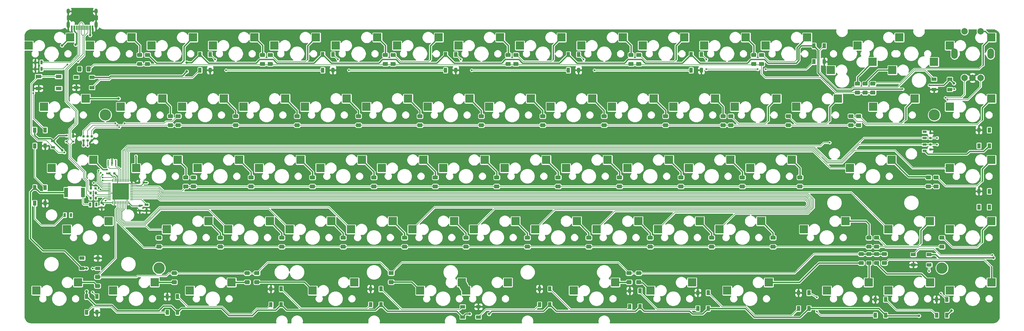
<source format=gbr>
G04 #@! TF.GenerationSoftware,KiCad,Pcbnew,(5.1.12)-1*
G04 #@! TF.CreationDate,2022-12-03T22:14:30+07:00*
G04 #@! TF.ProjectId,averange65 - Copy,61766572-616e-4676-9536-35202d20436f,rev?*
G04 #@! TF.SameCoordinates,Original*
G04 #@! TF.FileFunction,Copper,L2,Bot*
G04 #@! TF.FilePolarity,Positive*
%FSLAX46Y46*%
G04 Gerber Fmt 4.6, Leading zero omitted, Abs format (unit mm)*
G04 Created by KiCad (PCBNEW (5.1.12)-1) date 2022-12-03 22:14:30*
%MOMM*%
%LPD*%
G01*
G04 APERTURE LIST*
G04 #@! TA.AperFunction,SMDPad,CuDef*
%ADD10R,0.600000X1.450000*%
G04 #@! TD*
G04 #@! TA.AperFunction,SMDPad,CuDef*
%ADD11R,0.300000X1.450000*%
G04 #@! TD*
G04 #@! TA.AperFunction,ComponentPad*
%ADD12O,1.000000X2.100000*%
G04 #@! TD*
G04 #@! TA.AperFunction,ComponentPad*
%ADD13O,1.000000X1.600000*%
G04 #@! TD*
G04 #@! TA.AperFunction,SMDPad,CuDef*
%ADD14R,2.550000X2.500000*%
G04 #@! TD*
G04 #@! TA.AperFunction,SMDPad,CuDef*
%ADD15R,1.000000X1.500000*%
G04 #@! TD*
G04 #@! TA.AperFunction,SMDPad,CuDef*
%ADD16R,1.500000X1.000000*%
G04 #@! TD*
G04 #@! TA.AperFunction,SMDPad,CuDef*
%ADD17R,1.800000X1.100000*%
G04 #@! TD*
G04 #@! TA.AperFunction,SMDPad,CuDef*
%ADD18R,0.700000X1.000000*%
G04 #@! TD*
G04 #@! TA.AperFunction,SMDPad,CuDef*
%ADD19R,0.700000X0.600000*%
G04 #@! TD*
G04 #@! TA.AperFunction,SMDPad,CuDef*
%ADD20R,0.700000X1.300000*%
G04 #@! TD*
G04 #@! TA.AperFunction,SMDPad,CuDef*
%ADD21R,1.300000X0.700000*%
G04 #@! TD*
G04 #@! TA.AperFunction,SMDPad,CuDef*
%ADD22R,0.800000X0.950000*%
G04 #@! TD*
G04 #@! TA.AperFunction,SMDPad,CuDef*
%ADD23R,0.800000X0.750000*%
G04 #@! TD*
G04 #@! TA.AperFunction,SMDPad,CuDef*
%ADD24R,0.750000X0.800000*%
G04 #@! TD*
G04 #@! TA.AperFunction,SMDPad,CuDef*
%ADD25R,1.190000X3.000000*%
G04 #@! TD*
G04 #@! TA.AperFunction,ComponentPad*
%ADD26C,2.000000*%
G04 #@! TD*
G04 #@! TA.AperFunction,ComponentPad*
%ADD27O,2.000000X3.200000*%
G04 #@! TD*
G04 #@! TA.AperFunction,ConnectorPad*
%ADD28C,0.787400*%
G04 #@! TD*
G04 #@! TA.AperFunction,SMDPad,CuDef*
%ADD29R,5.150000X5.150000*%
G04 #@! TD*
G04 #@! TA.AperFunction,ComponentPad*
%ADD30C,3.500000*%
G04 #@! TD*
G04 #@! TA.AperFunction,SMDPad,CuDef*
%ADD31R,0.400000X1.900000*%
G04 #@! TD*
G04 #@! TA.AperFunction,ViaPad*
%ADD32C,0.600000*%
G04 #@! TD*
G04 #@! TA.AperFunction,ViaPad*
%ADD33C,0.800000*%
G04 #@! TD*
G04 #@! TA.AperFunction,Conductor*
%ADD34C,0.250000*%
G04 #@! TD*
G04 #@! TA.AperFunction,Conductor*
%ADD35C,0.400000*%
G04 #@! TD*
G04 #@! TA.AperFunction,Conductor*
%ADD36C,0.200000*%
G04 #@! TD*
G04 #@! TA.AperFunction,Conductor*
%ADD37C,2.500000*%
G04 #@! TD*
G04 #@! TA.AperFunction,Conductor*
%ADD38C,0.254000*%
G04 #@! TD*
G04 #@! TA.AperFunction,Conductor*
%ADD39C,0.100000*%
G04 #@! TD*
G04 APERTURE END LIST*
D10*
X22113513Y-39850332D03*
X15663513Y-39850332D03*
X21338513Y-39850332D03*
X16438513Y-39850332D03*
D11*
X17138513Y-39850332D03*
X20638513Y-39850332D03*
X17638513Y-39850332D03*
X20138513Y-39850332D03*
X18138513Y-39850332D03*
X19638513Y-39850332D03*
X19138513Y-39850332D03*
X18638513Y-39850332D03*
D12*
X14568513Y-38935332D03*
X23208513Y-38935332D03*
D13*
X14568513Y-34755332D03*
X23208513Y-34755332D03*
D14*
X181895922Y-80962500D03*
X168968922Y-83502500D03*
G04 #@! TA.AperFunction,SMDPad,CuDef*
G36*
G01*
X23217743Y-127628507D02*
X23717743Y-127628507D01*
G75*
G02*
X23967743Y-127878507I0J-250000D01*
G01*
X23967743Y-128878507D01*
G75*
G02*
X23717743Y-129128507I-250000J0D01*
G01*
X23217743Y-129128507D01*
G75*
G02*
X22967743Y-128878507I0J250000D01*
G01*
X22967743Y-127878507D01*
G75*
G02*
X23217743Y-127628507I250000J0D01*
G01*
G37*
G04 #@! TD.AperFunction*
D15*
X20267743Y-128378507D03*
X23467743Y-123478507D03*
X20267743Y-123478507D03*
G04 #@! TA.AperFunction,SMDPad,CuDef*
G36*
G01*
X284191910Y-125121617D02*
X283691910Y-125121617D01*
G75*
G02*
X283441910Y-124871617I0J250000D01*
G01*
X283441910Y-123871617D01*
G75*
G02*
X283691910Y-123621617I250000J0D01*
G01*
X284191910Y-123621617D01*
G75*
G02*
X284441910Y-123871617I0J-250000D01*
G01*
X284441910Y-124871617D01*
G75*
G02*
X284191910Y-125121617I-250000J0D01*
G01*
G37*
G04 #@! TD.AperFunction*
X287141910Y-124371617D03*
X283941910Y-129271617D03*
X287141910Y-129271617D03*
D14*
X17589670Y-119063060D03*
X4662670Y-121603060D03*
G04 #@! TA.AperFunction,SMDPad,CuDef*
G36*
G01*
X141066250Y-126892500D02*
X141066250Y-126392500D01*
G75*
G02*
X141316250Y-126142500I250000J0D01*
G01*
X142316250Y-126142500D01*
G75*
G02*
X142566250Y-126392500I0J-250000D01*
G01*
X142566250Y-126892500D01*
G75*
G02*
X142316250Y-127142500I-250000J0D01*
G01*
X141316250Y-127142500D01*
G75*
G02*
X141066250Y-126892500I0J250000D01*
G01*
G37*
G04 #@! TD.AperFunction*
D16*
X141816250Y-129842500D03*
X136916250Y-126642500D03*
X136916250Y-129842500D03*
D17*
X11573291Y-58722466D03*
X5373291Y-55022466D03*
X11573291Y-55022466D03*
X5373291Y-58722466D03*
D14*
X41402270Y-119062568D03*
X28475270Y-121602568D03*
X136652670Y-119062500D03*
X123725670Y-121602500D03*
X153320898Y-100012500D03*
X140393898Y-102552500D03*
X191420930Y-100012500D03*
X178493930Y-102552500D03*
X115220866Y-100012500D03*
X102293866Y-102552500D03*
G04 #@! TA.AperFunction,SMDPad,CuDef*
G36*
G01*
X161011691Y-121847525D02*
X160511691Y-121847525D01*
G75*
G02*
X160261691Y-121597525I0J250000D01*
G01*
X160261691Y-120597525D01*
G75*
G02*
X160511691Y-120347525I250000J0D01*
G01*
X161011691Y-120347525D01*
G75*
G02*
X161261691Y-120597525I0J-250000D01*
G01*
X161261691Y-121597525D01*
G75*
G02*
X161011691Y-121847525I-250000J0D01*
G01*
G37*
G04 #@! TD.AperFunction*
D15*
X163961691Y-121097525D03*
X160761691Y-125997525D03*
X163961691Y-125997525D03*
G04 #@! TA.AperFunction,SMDPad,CuDef*
G36*
G01*
X241379750Y-123038018D02*
X240879750Y-123038018D01*
G75*
G02*
X240629750Y-122788018I0J250000D01*
G01*
X240629750Y-121788018D01*
G75*
G02*
X240879750Y-121538018I250000J0D01*
G01*
X241379750Y-121538018D01*
G75*
G02*
X241629750Y-121788018I0J-250000D01*
G01*
X241629750Y-122788018D01*
G75*
G02*
X241379750Y-123038018I-250000J0D01*
G01*
G37*
G04 #@! TD.AperFunction*
X244329750Y-122288018D03*
X241129750Y-127188018D03*
X244329750Y-127188018D03*
D14*
X255714734Y-100012500D03*
X242787734Y-102552500D03*
G04 #@! TA.AperFunction,SMDPad,CuDef*
G36*
G01*
X267172538Y-112441110D02*
X268292538Y-112441110D01*
G75*
G02*
X268532538Y-112681110I0J-240000D01*
G01*
X268532538Y-113401110D01*
G75*
G02*
X268292538Y-113641110I-240000J0D01*
G01*
X267172538Y-113641110D01*
G75*
G02*
X266932538Y-113401110I0J240000D01*
G01*
X266932538Y-112681110D01*
G75*
G02*
X267172538Y-112441110I240000J0D01*
G01*
G37*
G04 #@! TD.AperFunction*
G04 #@! TA.AperFunction,SMDPad,CuDef*
G36*
G01*
X267172538Y-109641110D02*
X268292538Y-109641110D01*
G75*
G02*
X268532538Y-109881110I0J-240000D01*
G01*
X268532538Y-110601110D01*
G75*
G02*
X268292538Y-110841110I-240000J0D01*
G01*
X267172538Y-110841110D01*
G75*
G02*
X266932538Y-110601110I0J240000D01*
G01*
X266932538Y-109881110D01*
G75*
G02*
X267172538Y-109641110I240000J0D01*
G01*
G37*
G04 #@! TD.AperFunction*
G04 #@! TA.AperFunction,SMDPad,CuDef*
G36*
G01*
X264791282Y-112441110D02*
X265911282Y-112441110D01*
G75*
G02*
X266151282Y-112681110I0J-240000D01*
G01*
X266151282Y-113401110D01*
G75*
G02*
X265911282Y-113641110I-240000J0D01*
G01*
X264791282Y-113641110D01*
G75*
G02*
X264551282Y-113401110I0J240000D01*
G01*
X264551282Y-112681110D01*
G75*
G02*
X264791282Y-112441110I240000J0D01*
G01*
G37*
G04 #@! TD.AperFunction*
G04 #@! TA.AperFunction,SMDPad,CuDef*
G36*
G01*
X264791282Y-109641110D02*
X265911282Y-109641110D01*
G75*
G02*
X266151282Y-109881110I0J-240000D01*
G01*
X266151282Y-110601110D01*
G75*
G02*
X265911282Y-110841110I-240000J0D01*
G01*
X264791282Y-110841110D01*
G75*
G02*
X264551282Y-110601110I0J240000D01*
G01*
X264551282Y-109881110D01*
G75*
G02*
X264791282Y-109641110I240000J0D01*
G01*
G37*
G04 #@! TD.AperFunction*
G04 #@! TA.AperFunction,SMDPad,CuDef*
G36*
G01*
X262410026Y-112441110D02*
X263530026Y-112441110D01*
G75*
G02*
X263770026Y-112681110I0J-240000D01*
G01*
X263770026Y-113401110D01*
G75*
G02*
X263530026Y-113641110I-240000J0D01*
G01*
X262410026Y-113641110D01*
G75*
G02*
X262170026Y-113401110I0J240000D01*
G01*
X262170026Y-112681110D01*
G75*
G02*
X262410026Y-112441110I240000J0D01*
G01*
G37*
G04 #@! TD.AperFunction*
G04 #@! TA.AperFunction,SMDPad,CuDef*
G36*
G01*
X262410026Y-109641110D02*
X263530026Y-109641110D01*
G75*
G02*
X263770026Y-109881110I0J-240000D01*
G01*
X263770026Y-110601110D01*
G75*
G02*
X263530026Y-110841110I-240000J0D01*
G01*
X262410026Y-110841110D01*
G75*
G02*
X262170026Y-110601110I0J240000D01*
G01*
X262170026Y-109881110D01*
G75*
G02*
X262410026Y-109641110I240000J0D01*
G01*
G37*
G04 #@! TD.AperFunction*
G04 #@! TA.AperFunction,SMDPad,CuDef*
G36*
G01*
X260028770Y-112441110D02*
X261148770Y-112441110D01*
G75*
G02*
X261388770Y-112681110I0J-240000D01*
G01*
X261388770Y-113401110D01*
G75*
G02*
X261148770Y-113641110I-240000J0D01*
G01*
X260028770Y-113641110D01*
G75*
G02*
X259788770Y-113401110I0J240000D01*
G01*
X259788770Y-112681110D01*
G75*
G02*
X260028770Y-112441110I240000J0D01*
G01*
G37*
G04 #@! TD.AperFunction*
G04 #@! TA.AperFunction,SMDPad,CuDef*
G36*
G01*
X260028770Y-109641110D02*
X261148770Y-109641110D01*
G75*
G02*
X261388770Y-109881110I0J-240000D01*
G01*
X261388770Y-110601110D01*
G75*
G02*
X261148770Y-110841110I-240000J0D01*
G01*
X260028770Y-110841110D01*
G75*
G02*
X259788770Y-110601110I0J240000D01*
G01*
X259788770Y-109881110D01*
G75*
G02*
X260028770Y-109641110I240000J0D01*
G01*
G37*
G04 #@! TD.AperFunction*
G04 #@! TA.AperFunction,SMDPad,CuDef*
G36*
G01*
X190972660Y-118394375D02*
X192092660Y-118394375D01*
G75*
G02*
X192332660Y-118634375I0J-240000D01*
G01*
X192332660Y-119354375D01*
G75*
G02*
X192092660Y-119594375I-240000J0D01*
G01*
X190972660Y-119594375D01*
G75*
G02*
X190732660Y-119354375I0J240000D01*
G01*
X190732660Y-118634375D01*
G75*
G02*
X190972660Y-118394375I240000J0D01*
G01*
G37*
G04 #@! TD.AperFunction*
G04 #@! TA.AperFunction,SMDPad,CuDef*
G36*
G01*
X190972660Y-115594375D02*
X192092660Y-115594375D01*
G75*
G02*
X192332660Y-115834375I0J-240000D01*
G01*
X192332660Y-116554375D01*
G75*
G02*
X192092660Y-116794375I-240000J0D01*
G01*
X190972660Y-116794375D01*
G75*
G02*
X190732660Y-116554375I0J240000D01*
G01*
X190732660Y-115834375D01*
G75*
G02*
X190972660Y-115594375I240000J0D01*
G01*
G37*
G04 #@! TD.AperFunction*
G04 #@! TA.AperFunction,SMDPad,CuDef*
G36*
G01*
X187996085Y-118394375D02*
X189116085Y-118394375D01*
G75*
G02*
X189356085Y-118634375I0J-240000D01*
G01*
X189356085Y-119354375D01*
G75*
G02*
X189116085Y-119594375I-240000J0D01*
G01*
X187996085Y-119594375D01*
G75*
G02*
X187756085Y-119354375I0J240000D01*
G01*
X187756085Y-118634375D01*
G75*
G02*
X187996085Y-118394375I240000J0D01*
G01*
G37*
G04 #@! TD.AperFunction*
G04 #@! TA.AperFunction,SMDPad,CuDef*
G36*
G01*
X187996085Y-115594375D02*
X189116085Y-115594375D01*
G75*
G02*
X189356085Y-115834375I0J-240000D01*
G01*
X189356085Y-116554375D01*
G75*
G02*
X189116085Y-116794375I-240000J0D01*
G01*
X187996085Y-116794375D01*
G75*
G02*
X187756085Y-116554375I0J240000D01*
G01*
X187756085Y-115834375D01*
G75*
G02*
X187996085Y-115594375I240000J0D01*
G01*
G37*
G04 #@! TD.AperFunction*
G04 #@! TA.AperFunction,SMDPad,CuDef*
G36*
G01*
X114176655Y-118394125D02*
X115296655Y-118394125D01*
G75*
G02*
X115536655Y-118634125I0J-240000D01*
G01*
X115536655Y-119354125D01*
G75*
G02*
X115296655Y-119594125I-240000J0D01*
G01*
X114176655Y-119594125D01*
G75*
G02*
X113936655Y-119354125I0J240000D01*
G01*
X113936655Y-118634125D01*
G75*
G02*
X114176655Y-118394125I240000J0D01*
G01*
G37*
G04 #@! TD.AperFunction*
G04 #@! TA.AperFunction,SMDPad,CuDef*
G36*
G01*
X114176655Y-115594125D02*
X115296655Y-115594125D01*
G75*
G02*
X115536655Y-115834125I0J-240000D01*
G01*
X115536655Y-116554125D01*
G75*
G02*
X115296655Y-116794125I-240000J0D01*
G01*
X114176655Y-116794125D01*
G75*
G02*
X113936655Y-116554125I0J240000D01*
G01*
X113936655Y-115834125D01*
G75*
G02*
X114176655Y-115594125I240000J0D01*
G01*
G37*
G04 #@! TD.AperFunction*
G04 #@! TA.AperFunction,SMDPad,CuDef*
G36*
G01*
X72504745Y-118394125D02*
X73624745Y-118394125D01*
G75*
G02*
X73864745Y-118634125I0J-240000D01*
G01*
X73864745Y-119354125D01*
G75*
G02*
X73624745Y-119594125I-240000J0D01*
G01*
X72504745Y-119594125D01*
G75*
G02*
X72264745Y-119354125I0J240000D01*
G01*
X72264745Y-118634125D01*
G75*
G02*
X72504745Y-118394125I240000J0D01*
G01*
G37*
G04 #@! TD.AperFunction*
G04 #@! TA.AperFunction,SMDPad,CuDef*
G36*
G01*
X72504745Y-115594125D02*
X73624745Y-115594125D01*
G75*
G02*
X73864745Y-115834125I0J-240000D01*
G01*
X73864745Y-116554125D01*
G75*
G02*
X73624745Y-116794125I-240000J0D01*
G01*
X72504745Y-116794125D01*
G75*
G02*
X72264745Y-116554125I0J240000D01*
G01*
X72264745Y-115834125D01*
G75*
G02*
X72504745Y-115594125I240000J0D01*
G01*
G37*
G04 #@! TD.AperFunction*
G04 #@! TA.AperFunction,SMDPad,CuDef*
G36*
G01*
X69528125Y-118394125D02*
X70648125Y-118394125D01*
G75*
G02*
X70888125Y-118634125I0J-240000D01*
G01*
X70888125Y-119354125D01*
G75*
G02*
X70648125Y-119594125I-240000J0D01*
G01*
X69528125Y-119594125D01*
G75*
G02*
X69288125Y-119354125I0J240000D01*
G01*
X69288125Y-118634125D01*
G75*
G02*
X69528125Y-118394125I240000J0D01*
G01*
G37*
G04 #@! TD.AperFunction*
G04 #@! TA.AperFunction,SMDPad,CuDef*
G36*
G01*
X69528125Y-115594125D02*
X70648125Y-115594125D01*
G75*
G02*
X70888125Y-115834125I0J-240000D01*
G01*
X70888125Y-116554125D01*
G75*
G02*
X70648125Y-116794125I-240000J0D01*
G01*
X69528125Y-116794125D01*
G75*
G02*
X69288125Y-116554125I0J240000D01*
G01*
X69288125Y-115834125D01*
G75*
G02*
X69528125Y-115594125I240000J0D01*
G01*
G37*
G04 #@! TD.AperFunction*
G04 #@! TA.AperFunction,SMDPad,CuDef*
G36*
G01*
X46906286Y-118394125D02*
X48026286Y-118394125D01*
G75*
G02*
X48266286Y-118634125I0J-240000D01*
G01*
X48266286Y-119354125D01*
G75*
G02*
X48026286Y-119594125I-240000J0D01*
G01*
X46906286Y-119594125D01*
G75*
G02*
X46666286Y-119354125I0J240000D01*
G01*
X46666286Y-118634125D01*
G75*
G02*
X46906286Y-118394125I240000J0D01*
G01*
G37*
G04 #@! TD.AperFunction*
G04 #@! TA.AperFunction,SMDPad,CuDef*
G36*
G01*
X46906286Y-115594125D02*
X48026286Y-115594125D01*
G75*
G02*
X48266286Y-115834125I0J-240000D01*
G01*
X48266286Y-116554125D01*
G75*
G02*
X48026286Y-116794125I-240000J0D01*
G01*
X46906286Y-116794125D01*
G75*
G02*
X46666286Y-116554125I0J240000D01*
G01*
X46666286Y-115834125D01*
G75*
G02*
X46906286Y-115594125I240000J0D01*
G01*
G37*
G04 #@! TD.AperFunction*
G04 #@! TA.AperFunction,SMDPad,CuDef*
G36*
G01*
X23093798Y-119584878D02*
X24213798Y-119584878D01*
G75*
G02*
X24453798Y-119824878I0J-240000D01*
G01*
X24453798Y-120544878D01*
G75*
G02*
X24213798Y-120784878I-240000J0D01*
G01*
X23093798Y-120784878D01*
G75*
G02*
X22853798Y-120544878I0J240000D01*
G01*
X22853798Y-119824878D01*
G75*
G02*
X23093798Y-119584878I240000J0D01*
G01*
G37*
G04 #@! TD.AperFunction*
G04 #@! TA.AperFunction,SMDPad,CuDef*
G36*
G01*
X23093798Y-116784878D02*
X24213798Y-116784878D01*
G75*
G02*
X24453798Y-117024878I0J-240000D01*
G01*
X24453798Y-117744878D01*
G75*
G02*
X24213798Y-117984878I-240000J0D01*
G01*
X23093798Y-117984878D01*
G75*
G02*
X22853798Y-117744878I0J240000D01*
G01*
X22853798Y-117024878D01*
G75*
G02*
X23093798Y-116784878I240000J0D01*
G01*
G37*
G04 #@! TD.AperFunction*
G04 #@! TA.AperFunction,SMDPad,CuDef*
G36*
G01*
X286151958Y-105780941D02*
X285031958Y-105780941D01*
G75*
G02*
X284791958Y-105540941I0J240000D01*
G01*
X284791958Y-104820941D01*
G75*
G02*
X285031958Y-104580941I240000J0D01*
G01*
X286151958Y-104580941D01*
G75*
G02*
X286391958Y-104820941I0J-240000D01*
G01*
X286391958Y-105540941D01*
G75*
G02*
X286151958Y-105780941I-240000J0D01*
G01*
G37*
G04 #@! TD.AperFunction*
G04 #@! TA.AperFunction,SMDPad,CuDef*
G36*
G01*
X286151958Y-108580941D02*
X285031958Y-108580941D01*
G75*
G02*
X284791958Y-108340941I0J240000D01*
G01*
X284791958Y-107620941D01*
G75*
G02*
X285031958Y-107380941I240000J0D01*
G01*
X286151958Y-107380941D01*
G75*
G02*
X286391958Y-107620941I0J-240000D01*
G01*
X286391958Y-108340941D01*
G75*
G02*
X286151958Y-108580941I-240000J0D01*
G01*
G37*
G04 #@! TD.AperFunction*
G04 #@! TA.AperFunction,SMDPad,CuDef*
G36*
G01*
X265911282Y-105780941D02*
X264791282Y-105780941D01*
G75*
G02*
X264551282Y-105540941I0J240000D01*
G01*
X264551282Y-104820941D01*
G75*
G02*
X264791282Y-104580941I240000J0D01*
G01*
X265911282Y-104580941D01*
G75*
G02*
X266151282Y-104820941I0J-240000D01*
G01*
X266151282Y-105540941D01*
G75*
G02*
X265911282Y-105780941I-240000J0D01*
G01*
G37*
G04 #@! TD.AperFunction*
G04 #@! TA.AperFunction,SMDPad,CuDef*
G36*
G01*
X265911282Y-108580941D02*
X264791282Y-108580941D01*
G75*
G02*
X264551282Y-108340941I0J240000D01*
G01*
X264551282Y-107620941D01*
G75*
G02*
X264791282Y-107380941I240000J0D01*
G01*
X265911282Y-107380941D01*
G75*
G02*
X266151282Y-107620941I0J-240000D01*
G01*
X266151282Y-108340941D01*
G75*
G02*
X265911282Y-108580941I-240000J0D01*
G01*
G37*
G04 #@! TD.AperFunction*
G04 #@! TA.AperFunction,SMDPad,CuDef*
G36*
G01*
X263530026Y-105780941D02*
X262410026Y-105780941D01*
G75*
G02*
X262170026Y-105540941I0J240000D01*
G01*
X262170026Y-104820941D01*
G75*
G02*
X262410026Y-104580941I240000J0D01*
G01*
X263530026Y-104580941D01*
G75*
G02*
X263770026Y-104820941I0J-240000D01*
G01*
X263770026Y-105540941D01*
G75*
G02*
X263530026Y-105780941I-240000J0D01*
G01*
G37*
G04 #@! TD.AperFunction*
G04 #@! TA.AperFunction,SMDPad,CuDef*
G36*
G01*
X263530026Y-108580941D02*
X262410026Y-108580941D01*
G75*
G02*
X262170026Y-108340941I0J240000D01*
G01*
X262170026Y-107620941D01*
G75*
G02*
X262410026Y-107380941I240000J0D01*
G01*
X263530026Y-107380941D01*
G75*
G02*
X263770026Y-107620941I0J-240000D01*
G01*
X263770026Y-108340941D01*
G75*
G02*
X263530026Y-108580941I-240000J0D01*
G01*
G37*
G04 #@! TD.AperFunction*
G04 #@! TA.AperFunction,SMDPad,CuDef*
G36*
G01*
X233764850Y-105781265D02*
X232644850Y-105781265D01*
G75*
G02*
X232404850Y-105541265I0J240000D01*
G01*
X232404850Y-104821265D01*
G75*
G02*
X232644850Y-104581265I240000J0D01*
G01*
X233764850Y-104581265D01*
G75*
G02*
X234004850Y-104821265I0J-240000D01*
G01*
X234004850Y-105541265D01*
G75*
G02*
X233764850Y-105781265I-240000J0D01*
G01*
G37*
G04 #@! TD.AperFunction*
G04 #@! TA.AperFunction,SMDPad,CuDef*
G36*
G01*
X233764850Y-108581265D02*
X232644850Y-108581265D01*
G75*
G02*
X232404850Y-108341265I0J240000D01*
G01*
X232404850Y-107621265D01*
G75*
G02*
X232644850Y-107381265I240000J0D01*
G01*
X233764850Y-107381265D01*
G75*
G02*
X234004850Y-107621265I0J-240000D01*
G01*
X234004850Y-108341265D01*
G75*
G02*
X233764850Y-108581265I-240000J0D01*
G01*
G37*
G04 #@! TD.AperFunction*
G04 #@! TA.AperFunction,SMDPad,CuDef*
G36*
G01*
X214714770Y-105781265D02*
X213594770Y-105781265D01*
G75*
G02*
X213354770Y-105541265I0J240000D01*
G01*
X213354770Y-104821265D01*
G75*
G02*
X213594770Y-104581265I240000J0D01*
G01*
X214714770Y-104581265D01*
G75*
G02*
X214954770Y-104821265I0J-240000D01*
G01*
X214954770Y-105541265D01*
G75*
G02*
X214714770Y-105781265I-240000J0D01*
G01*
G37*
G04 #@! TD.AperFunction*
G04 #@! TA.AperFunction,SMDPad,CuDef*
G36*
G01*
X214714770Y-108581265D02*
X213594770Y-108581265D01*
G75*
G02*
X213354770Y-108341265I0J240000D01*
G01*
X213354770Y-107621265D01*
G75*
G02*
X213594770Y-107381265I240000J0D01*
G01*
X214714770Y-107381265D01*
G75*
G02*
X214954770Y-107621265I0J-240000D01*
G01*
X214954770Y-108341265D01*
G75*
G02*
X214714770Y-108581265I-240000J0D01*
G01*
G37*
G04 #@! TD.AperFunction*
G04 #@! TA.AperFunction,SMDPad,CuDef*
G36*
G01*
X195664690Y-105781265D02*
X194544690Y-105781265D01*
G75*
G02*
X194304690Y-105541265I0J240000D01*
G01*
X194304690Y-104821265D01*
G75*
G02*
X194544690Y-104581265I240000J0D01*
G01*
X195664690Y-104581265D01*
G75*
G02*
X195904690Y-104821265I0J-240000D01*
G01*
X195904690Y-105541265D01*
G75*
G02*
X195664690Y-105781265I-240000J0D01*
G01*
G37*
G04 #@! TD.AperFunction*
G04 #@! TA.AperFunction,SMDPad,CuDef*
G36*
G01*
X195664690Y-108581265D02*
X194544690Y-108581265D01*
G75*
G02*
X194304690Y-108341265I0J240000D01*
G01*
X194304690Y-107621265D01*
G75*
G02*
X194544690Y-107381265I240000J0D01*
G01*
X195664690Y-107381265D01*
G75*
G02*
X195904690Y-107621265I0J-240000D01*
G01*
X195904690Y-108341265D01*
G75*
G02*
X195664690Y-108581265I-240000J0D01*
G01*
G37*
G04 #@! TD.AperFunction*
G04 #@! TA.AperFunction,SMDPad,CuDef*
G36*
G01*
X176614610Y-105781265D02*
X175494610Y-105781265D01*
G75*
G02*
X175254610Y-105541265I0J240000D01*
G01*
X175254610Y-104821265D01*
G75*
G02*
X175494610Y-104581265I240000J0D01*
G01*
X176614610Y-104581265D01*
G75*
G02*
X176854610Y-104821265I0J-240000D01*
G01*
X176854610Y-105541265D01*
G75*
G02*
X176614610Y-105781265I-240000J0D01*
G01*
G37*
G04 #@! TD.AperFunction*
G04 #@! TA.AperFunction,SMDPad,CuDef*
G36*
G01*
X176614610Y-108581265D02*
X175494610Y-108581265D01*
G75*
G02*
X175254610Y-108341265I0J240000D01*
G01*
X175254610Y-107621265D01*
G75*
G02*
X175494610Y-107381265I240000J0D01*
G01*
X176614610Y-107381265D01*
G75*
G02*
X176854610Y-107621265I0J-240000D01*
G01*
X176854610Y-108341265D01*
G75*
G02*
X176614610Y-108581265I-240000J0D01*
G01*
G37*
G04 #@! TD.AperFunction*
G04 #@! TA.AperFunction,SMDPad,CuDef*
G36*
G01*
X157564530Y-105781265D02*
X156444530Y-105781265D01*
G75*
G02*
X156204530Y-105541265I0J240000D01*
G01*
X156204530Y-104821265D01*
G75*
G02*
X156444530Y-104581265I240000J0D01*
G01*
X157564530Y-104581265D01*
G75*
G02*
X157804530Y-104821265I0J-240000D01*
G01*
X157804530Y-105541265D01*
G75*
G02*
X157564530Y-105781265I-240000J0D01*
G01*
G37*
G04 #@! TD.AperFunction*
G04 #@! TA.AperFunction,SMDPad,CuDef*
G36*
G01*
X157564530Y-108581265D02*
X156444530Y-108581265D01*
G75*
G02*
X156204530Y-108341265I0J240000D01*
G01*
X156204530Y-107621265D01*
G75*
G02*
X156444530Y-107381265I240000J0D01*
G01*
X157564530Y-107381265D01*
G75*
G02*
X157804530Y-107621265I0J-240000D01*
G01*
X157804530Y-108341265D01*
G75*
G02*
X157564530Y-108581265I-240000J0D01*
G01*
G37*
G04 #@! TD.AperFunction*
G04 #@! TA.AperFunction,SMDPad,CuDef*
G36*
G01*
X138514450Y-105781265D02*
X137394450Y-105781265D01*
G75*
G02*
X137154450Y-105541265I0J240000D01*
G01*
X137154450Y-104821265D01*
G75*
G02*
X137394450Y-104581265I240000J0D01*
G01*
X138514450Y-104581265D01*
G75*
G02*
X138754450Y-104821265I0J-240000D01*
G01*
X138754450Y-105541265D01*
G75*
G02*
X138514450Y-105781265I-240000J0D01*
G01*
G37*
G04 #@! TD.AperFunction*
G04 #@! TA.AperFunction,SMDPad,CuDef*
G36*
G01*
X138514450Y-108581265D02*
X137394450Y-108581265D01*
G75*
G02*
X137154450Y-108341265I0J240000D01*
G01*
X137154450Y-107621265D01*
G75*
G02*
X137394450Y-107381265I240000J0D01*
G01*
X138514450Y-107381265D01*
G75*
G02*
X138754450Y-107621265I0J-240000D01*
G01*
X138754450Y-108341265D01*
G75*
G02*
X138514450Y-108581265I-240000J0D01*
G01*
G37*
G04 #@! TD.AperFunction*
G04 #@! TA.AperFunction,SMDPad,CuDef*
G36*
G01*
X119464370Y-105781265D02*
X118344370Y-105781265D01*
G75*
G02*
X118104370Y-105541265I0J240000D01*
G01*
X118104370Y-104821265D01*
G75*
G02*
X118344370Y-104581265I240000J0D01*
G01*
X119464370Y-104581265D01*
G75*
G02*
X119704370Y-104821265I0J-240000D01*
G01*
X119704370Y-105541265D01*
G75*
G02*
X119464370Y-105781265I-240000J0D01*
G01*
G37*
G04 #@! TD.AperFunction*
G04 #@! TA.AperFunction,SMDPad,CuDef*
G36*
G01*
X119464370Y-108581265D02*
X118344370Y-108581265D01*
G75*
G02*
X118104370Y-108341265I0J240000D01*
G01*
X118104370Y-107621265D01*
G75*
G02*
X118344370Y-107381265I240000J0D01*
G01*
X119464370Y-107381265D01*
G75*
G02*
X119704370Y-107621265I0J-240000D01*
G01*
X119704370Y-108341265D01*
G75*
G02*
X119464370Y-108581265I-240000J0D01*
G01*
G37*
G04 #@! TD.AperFunction*
G04 #@! TA.AperFunction,SMDPad,CuDef*
G36*
G01*
X100414290Y-105781265D02*
X99294290Y-105781265D01*
G75*
G02*
X99054290Y-105541265I0J240000D01*
G01*
X99054290Y-104821265D01*
G75*
G02*
X99294290Y-104581265I240000J0D01*
G01*
X100414290Y-104581265D01*
G75*
G02*
X100654290Y-104821265I0J-240000D01*
G01*
X100654290Y-105541265D01*
G75*
G02*
X100414290Y-105781265I-240000J0D01*
G01*
G37*
G04 #@! TD.AperFunction*
G04 #@! TA.AperFunction,SMDPad,CuDef*
G36*
G01*
X100414290Y-108581265D02*
X99294290Y-108581265D01*
G75*
G02*
X99054290Y-108341265I0J240000D01*
G01*
X99054290Y-107621265D01*
G75*
G02*
X99294290Y-107381265I240000J0D01*
G01*
X100414290Y-107381265D01*
G75*
G02*
X100654290Y-107621265I0J-240000D01*
G01*
X100654290Y-108341265D01*
G75*
G02*
X100414290Y-108581265I-240000J0D01*
G01*
G37*
G04 #@! TD.AperFunction*
G04 #@! TA.AperFunction,SMDPad,CuDef*
G36*
G01*
X81364210Y-105781265D02*
X80244210Y-105781265D01*
G75*
G02*
X80004210Y-105541265I0J240000D01*
G01*
X80004210Y-104821265D01*
G75*
G02*
X80244210Y-104581265I240000J0D01*
G01*
X81364210Y-104581265D01*
G75*
G02*
X81604210Y-104821265I0J-240000D01*
G01*
X81604210Y-105541265D01*
G75*
G02*
X81364210Y-105781265I-240000J0D01*
G01*
G37*
G04 #@! TD.AperFunction*
G04 #@! TA.AperFunction,SMDPad,CuDef*
G36*
G01*
X81364210Y-108581265D02*
X80244210Y-108581265D01*
G75*
G02*
X80004210Y-108341265I0J240000D01*
G01*
X80004210Y-107621265D01*
G75*
G02*
X80244210Y-107381265I240000J0D01*
G01*
X81364210Y-107381265D01*
G75*
G02*
X81604210Y-107621265I0J-240000D01*
G01*
X81604210Y-108341265D01*
G75*
G02*
X81364210Y-108581265I-240000J0D01*
G01*
G37*
G04 #@! TD.AperFunction*
G04 #@! TA.AperFunction,SMDPad,CuDef*
G36*
G01*
X62314130Y-105781265D02*
X61194130Y-105781265D01*
G75*
G02*
X60954130Y-105541265I0J240000D01*
G01*
X60954130Y-104821265D01*
G75*
G02*
X61194130Y-104581265I240000J0D01*
G01*
X62314130Y-104581265D01*
G75*
G02*
X62554130Y-104821265I0J-240000D01*
G01*
X62554130Y-105541265D01*
G75*
G02*
X62314130Y-105781265I-240000J0D01*
G01*
G37*
G04 #@! TD.AperFunction*
G04 #@! TA.AperFunction,SMDPad,CuDef*
G36*
G01*
X62314130Y-108581265D02*
X61194130Y-108581265D01*
G75*
G02*
X60954130Y-108341265I0J240000D01*
G01*
X60954130Y-107621265D01*
G75*
G02*
X61194130Y-107381265I240000J0D01*
G01*
X62314130Y-107381265D01*
G75*
G02*
X62554130Y-107621265I0J-240000D01*
G01*
X62554130Y-108341265D01*
G75*
G02*
X62314130Y-108581265I-240000J0D01*
G01*
G37*
G04 #@! TD.AperFunction*
G04 #@! TA.AperFunction,SMDPad,CuDef*
G36*
G01*
X284366016Y-87028550D02*
X283246016Y-87028550D01*
G75*
G02*
X283006016Y-86788550I0J240000D01*
G01*
X283006016Y-86068550D01*
G75*
G02*
X283246016Y-85828550I240000J0D01*
G01*
X284366016Y-85828550D01*
G75*
G02*
X284606016Y-86068550I0J-240000D01*
G01*
X284606016Y-86788550D01*
G75*
G02*
X284366016Y-87028550I-240000J0D01*
G01*
G37*
G04 #@! TD.AperFunction*
G04 #@! TA.AperFunction,SMDPad,CuDef*
G36*
G01*
X284366016Y-89828550D02*
X283246016Y-89828550D01*
G75*
G02*
X283006016Y-89588550I0J240000D01*
G01*
X283006016Y-88868550D01*
G75*
G02*
X283246016Y-88628550I240000J0D01*
G01*
X284366016Y-88628550D01*
G75*
G02*
X284606016Y-88868550I0J-240000D01*
G01*
X284606016Y-89588550D01*
G75*
G02*
X284366016Y-89828550I-240000J0D01*
G01*
G37*
G04 #@! TD.AperFunction*
G04 #@! TA.AperFunction,SMDPad,CuDef*
G36*
G01*
X43263846Y-105780941D02*
X42143846Y-105780941D01*
G75*
G02*
X41903846Y-105540941I0J240000D01*
G01*
X41903846Y-104820941D01*
G75*
G02*
X42143846Y-104580941I240000J0D01*
G01*
X43263846Y-104580941D01*
G75*
G02*
X43503846Y-104820941I0J-240000D01*
G01*
X43503846Y-105540941D01*
G75*
G02*
X43263846Y-105780941I-240000J0D01*
G01*
G37*
G04 #@! TD.AperFunction*
G04 #@! TA.AperFunction,SMDPad,CuDef*
G36*
G01*
X43263846Y-108580941D02*
X42143846Y-108580941D01*
G75*
G02*
X41903846Y-108340941I0J240000D01*
G01*
X41903846Y-107620941D01*
G75*
G02*
X42143846Y-107380941I240000J0D01*
G01*
X43263846Y-107380941D01*
G75*
G02*
X43503846Y-107620941I0J-240000D01*
G01*
X43503846Y-108340941D01*
G75*
G02*
X43263846Y-108580941I-240000J0D01*
G01*
G37*
G04 #@! TD.AperFunction*
G04 #@! TA.AperFunction,SMDPad,CuDef*
G36*
G01*
X281984760Y-87028550D02*
X280864760Y-87028550D01*
G75*
G02*
X280624760Y-86788550I0J240000D01*
G01*
X280624760Y-86068550D01*
G75*
G02*
X280864760Y-85828550I240000J0D01*
G01*
X281984760Y-85828550D01*
G75*
G02*
X282224760Y-86068550I0J-240000D01*
G01*
X282224760Y-86788550D01*
G75*
G02*
X281984760Y-87028550I-240000J0D01*
G01*
G37*
G04 #@! TD.AperFunction*
G04 #@! TA.AperFunction,SMDPad,CuDef*
G36*
G01*
X281984760Y-89828550D02*
X280864760Y-89828550D01*
G75*
G02*
X280624760Y-89588550I0J240000D01*
G01*
X280624760Y-88868550D01*
G75*
G02*
X280864760Y-88628550I240000J0D01*
G01*
X281984760Y-88628550D01*
G75*
G02*
X282224760Y-88868550I0J-240000D01*
G01*
X282224760Y-89588550D01*
G75*
G02*
X281984760Y-89828550I-240000J0D01*
G01*
G37*
G04 #@! TD.AperFunction*
G04 #@! TA.AperFunction,SMDPad,CuDef*
G36*
G01*
X242099260Y-87028842D02*
X240979260Y-87028842D01*
G75*
G02*
X240739260Y-86788842I0J240000D01*
G01*
X240739260Y-86068842D01*
G75*
G02*
X240979260Y-85828842I240000J0D01*
G01*
X242099260Y-85828842D01*
G75*
G02*
X242339260Y-86068842I0J-240000D01*
G01*
X242339260Y-86788842D01*
G75*
G02*
X242099260Y-87028842I-240000J0D01*
G01*
G37*
G04 #@! TD.AperFunction*
G04 #@! TA.AperFunction,SMDPad,CuDef*
G36*
G01*
X242099260Y-89828842D02*
X240979260Y-89828842D01*
G75*
G02*
X240739260Y-89588842I0J240000D01*
G01*
X240739260Y-88868842D01*
G75*
G02*
X240979260Y-88628842I240000J0D01*
G01*
X242099260Y-88628842D01*
G75*
G02*
X242339260Y-88868842I0J-240000D01*
G01*
X242339260Y-89588842D01*
G75*
G02*
X242099260Y-89828842I-240000J0D01*
G01*
G37*
G04 #@! TD.AperFunction*
G04 #@! TA.AperFunction,SMDPad,CuDef*
G36*
G01*
X224239810Y-87028842D02*
X223119810Y-87028842D01*
G75*
G02*
X222879810Y-86788842I0J240000D01*
G01*
X222879810Y-86068842D01*
G75*
G02*
X223119810Y-85828842I240000J0D01*
G01*
X224239810Y-85828842D01*
G75*
G02*
X224479810Y-86068842I0J-240000D01*
G01*
X224479810Y-86788842D01*
G75*
G02*
X224239810Y-87028842I-240000J0D01*
G01*
G37*
G04 #@! TD.AperFunction*
G04 #@! TA.AperFunction,SMDPad,CuDef*
G36*
G01*
X224239810Y-89828842D02*
X223119810Y-89828842D01*
G75*
G02*
X222879810Y-89588842I0J240000D01*
G01*
X222879810Y-88868842D01*
G75*
G02*
X223119810Y-88628842I240000J0D01*
G01*
X224239810Y-88628842D01*
G75*
G02*
X224479810Y-88868842I0J-240000D01*
G01*
X224479810Y-89588842D01*
G75*
G02*
X224239810Y-89828842I-240000J0D01*
G01*
G37*
G04 #@! TD.AperFunction*
G04 #@! TA.AperFunction,SMDPad,CuDef*
G36*
G01*
X205189730Y-87028842D02*
X204069730Y-87028842D01*
G75*
G02*
X203829730Y-86788842I0J240000D01*
G01*
X203829730Y-86068842D01*
G75*
G02*
X204069730Y-85828842I240000J0D01*
G01*
X205189730Y-85828842D01*
G75*
G02*
X205429730Y-86068842I0J-240000D01*
G01*
X205429730Y-86788842D01*
G75*
G02*
X205189730Y-87028842I-240000J0D01*
G01*
G37*
G04 #@! TD.AperFunction*
G04 #@! TA.AperFunction,SMDPad,CuDef*
G36*
G01*
X205189730Y-89828842D02*
X204069730Y-89828842D01*
G75*
G02*
X203829730Y-89588842I0J240000D01*
G01*
X203829730Y-88868842D01*
G75*
G02*
X204069730Y-88628842I240000J0D01*
G01*
X205189730Y-88628842D01*
G75*
G02*
X205429730Y-88868842I0J-240000D01*
G01*
X205429730Y-89588842D01*
G75*
G02*
X205189730Y-89828842I-240000J0D01*
G01*
G37*
G04 #@! TD.AperFunction*
G04 #@! TA.AperFunction,SMDPad,CuDef*
G36*
G01*
X186139650Y-87028842D02*
X185019650Y-87028842D01*
G75*
G02*
X184779650Y-86788842I0J240000D01*
G01*
X184779650Y-86068842D01*
G75*
G02*
X185019650Y-85828842I240000J0D01*
G01*
X186139650Y-85828842D01*
G75*
G02*
X186379650Y-86068842I0J-240000D01*
G01*
X186379650Y-86788842D01*
G75*
G02*
X186139650Y-87028842I-240000J0D01*
G01*
G37*
G04 #@! TD.AperFunction*
G04 #@! TA.AperFunction,SMDPad,CuDef*
G36*
G01*
X186139650Y-89828842D02*
X185019650Y-89828842D01*
G75*
G02*
X184779650Y-89588842I0J240000D01*
G01*
X184779650Y-88868842D01*
G75*
G02*
X185019650Y-88628842I240000J0D01*
G01*
X186139650Y-88628842D01*
G75*
G02*
X186379650Y-88868842I0J-240000D01*
G01*
X186379650Y-89588842D01*
G75*
G02*
X186139650Y-89828842I-240000J0D01*
G01*
G37*
G04 #@! TD.AperFunction*
G04 #@! TA.AperFunction,SMDPad,CuDef*
G36*
G01*
X167089570Y-87028842D02*
X165969570Y-87028842D01*
G75*
G02*
X165729570Y-86788842I0J240000D01*
G01*
X165729570Y-86068842D01*
G75*
G02*
X165969570Y-85828842I240000J0D01*
G01*
X167089570Y-85828842D01*
G75*
G02*
X167329570Y-86068842I0J-240000D01*
G01*
X167329570Y-86788842D01*
G75*
G02*
X167089570Y-87028842I-240000J0D01*
G01*
G37*
G04 #@! TD.AperFunction*
G04 #@! TA.AperFunction,SMDPad,CuDef*
G36*
G01*
X167089570Y-89828842D02*
X165969570Y-89828842D01*
G75*
G02*
X165729570Y-89588842I0J240000D01*
G01*
X165729570Y-88868842D01*
G75*
G02*
X165969570Y-88628842I240000J0D01*
G01*
X167089570Y-88628842D01*
G75*
G02*
X167329570Y-88868842I0J-240000D01*
G01*
X167329570Y-89588842D01*
G75*
G02*
X167089570Y-89828842I-240000J0D01*
G01*
G37*
G04 #@! TD.AperFunction*
G04 #@! TA.AperFunction,SMDPad,CuDef*
G36*
G01*
X148039490Y-87028842D02*
X146919490Y-87028842D01*
G75*
G02*
X146679490Y-86788842I0J240000D01*
G01*
X146679490Y-86068842D01*
G75*
G02*
X146919490Y-85828842I240000J0D01*
G01*
X148039490Y-85828842D01*
G75*
G02*
X148279490Y-86068842I0J-240000D01*
G01*
X148279490Y-86788842D01*
G75*
G02*
X148039490Y-87028842I-240000J0D01*
G01*
G37*
G04 #@! TD.AperFunction*
G04 #@! TA.AperFunction,SMDPad,CuDef*
G36*
G01*
X148039490Y-89828842D02*
X146919490Y-89828842D01*
G75*
G02*
X146679490Y-89588842I0J240000D01*
G01*
X146679490Y-88868842D01*
G75*
G02*
X146919490Y-88628842I240000J0D01*
G01*
X148039490Y-88628842D01*
G75*
G02*
X148279490Y-88868842I0J-240000D01*
G01*
X148279490Y-89588842D01*
G75*
G02*
X148039490Y-89828842I-240000J0D01*
G01*
G37*
G04 #@! TD.AperFunction*
G04 #@! TA.AperFunction,SMDPad,CuDef*
G36*
G01*
X128988750Y-87028442D02*
X127868750Y-87028442D01*
G75*
G02*
X127628750Y-86788442I0J240000D01*
G01*
X127628750Y-86068442D01*
G75*
G02*
X127868750Y-85828442I240000J0D01*
G01*
X128988750Y-85828442D01*
G75*
G02*
X129228750Y-86068442I0J-240000D01*
G01*
X129228750Y-86788442D01*
G75*
G02*
X128988750Y-87028442I-240000J0D01*
G01*
G37*
G04 #@! TD.AperFunction*
G04 #@! TA.AperFunction,SMDPad,CuDef*
G36*
G01*
X128988750Y-89828442D02*
X127868750Y-89828442D01*
G75*
G02*
X127628750Y-89588442I0J240000D01*
G01*
X127628750Y-88868442D01*
G75*
G02*
X127868750Y-88628442I240000J0D01*
G01*
X128988750Y-88628442D01*
G75*
G02*
X129228750Y-88868442I0J-240000D01*
G01*
X129228750Y-89588442D01*
G75*
G02*
X128988750Y-89828442I-240000J0D01*
G01*
G37*
G04 #@! TD.AperFunction*
G04 #@! TA.AperFunction,SMDPad,CuDef*
G36*
G01*
X109938750Y-87028442D02*
X108818750Y-87028442D01*
G75*
G02*
X108578750Y-86788442I0J240000D01*
G01*
X108578750Y-86068442D01*
G75*
G02*
X108818750Y-85828442I240000J0D01*
G01*
X109938750Y-85828442D01*
G75*
G02*
X110178750Y-86068442I0J-240000D01*
G01*
X110178750Y-86788442D01*
G75*
G02*
X109938750Y-87028442I-240000J0D01*
G01*
G37*
G04 #@! TD.AperFunction*
G04 #@! TA.AperFunction,SMDPad,CuDef*
G36*
G01*
X109938750Y-89828442D02*
X108818750Y-89828442D01*
G75*
G02*
X108578750Y-89588442I0J240000D01*
G01*
X108578750Y-88868442D01*
G75*
G02*
X108818750Y-88628442I240000J0D01*
G01*
X109938750Y-88628442D01*
G75*
G02*
X110178750Y-88868442I0J-240000D01*
G01*
X110178750Y-89588442D01*
G75*
G02*
X109938750Y-89828442I-240000J0D01*
G01*
G37*
G04 #@! TD.AperFunction*
G04 #@! TA.AperFunction,SMDPad,CuDef*
G36*
G01*
X90889250Y-87028842D02*
X89769250Y-87028842D01*
G75*
G02*
X89529250Y-86788842I0J240000D01*
G01*
X89529250Y-86068842D01*
G75*
G02*
X89769250Y-85828842I240000J0D01*
G01*
X90889250Y-85828842D01*
G75*
G02*
X91129250Y-86068842I0J-240000D01*
G01*
X91129250Y-86788842D01*
G75*
G02*
X90889250Y-87028842I-240000J0D01*
G01*
G37*
G04 #@! TD.AperFunction*
G04 #@! TA.AperFunction,SMDPad,CuDef*
G36*
G01*
X90889250Y-89828842D02*
X89769250Y-89828842D01*
G75*
G02*
X89529250Y-89588842I0J240000D01*
G01*
X89529250Y-88868842D01*
G75*
G02*
X89769250Y-88628842I240000J0D01*
G01*
X90889250Y-88628842D01*
G75*
G02*
X91129250Y-88868842I0J-240000D01*
G01*
X91129250Y-89588842D01*
G75*
G02*
X90889250Y-89828842I-240000J0D01*
G01*
G37*
G04 #@! TD.AperFunction*
G04 #@! TA.AperFunction,SMDPad,CuDef*
G36*
G01*
X71839170Y-87028842D02*
X70719170Y-87028842D01*
G75*
G02*
X70479170Y-86788842I0J240000D01*
G01*
X70479170Y-86068842D01*
G75*
G02*
X70719170Y-85828842I240000J0D01*
G01*
X71839170Y-85828842D01*
G75*
G02*
X72079170Y-86068842I0J-240000D01*
G01*
X72079170Y-86788842D01*
G75*
G02*
X71839170Y-87028842I-240000J0D01*
G01*
G37*
G04 #@! TD.AperFunction*
G04 #@! TA.AperFunction,SMDPad,CuDef*
G36*
G01*
X71839170Y-89828842D02*
X70719170Y-89828842D01*
G75*
G02*
X70479170Y-89588842I0J240000D01*
G01*
X70479170Y-88868842D01*
G75*
G02*
X70719170Y-88628842I240000J0D01*
G01*
X71839170Y-88628842D01*
G75*
G02*
X72079170Y-88868842I0J-240000D01*
G01*
X72079170Y-89588842D01*
G75*
G02*
X71839170Y-89828842I-240000J0D01*
G01*
G37*
G04 #@! TD.AperFunction*
G04 #@! TA.AperFunction,SMDPad,CuDef*
G36*
G01*
X51598125Y-87028442D02*
X50478125Y-87028442D01*
G75*
G02*
X50238125Y-86788442I0J240000D01*
G01*
X50238125Y-86068442D01*
G75*
G02*
X50478125Y-85828442I240000J0D01*
G01*
X51598125Y-85828442D01*
G75*
G02*
X51838125Y-86068442I0J-240000D01*
G01*
X51838125Y-86788442D01*
G75*
G02*
X51598125Y-87028442I-240000J0D01*
G01*
G37*
G04 #@! TD.AperFunction*
G04 #@! TA.AperFunction,SMDPad,CuDef*
G36*
G01*
X51598125Y-89828442D02*
X50478125Y-89828442D01*
G75*
G02*
X50238125Y-89588442I0J240000D01*
G01*
X50238125Y-88868442D01*
G75*
G02*
X50478125Y-88628442I240000J0D01*
G01*
X51598125Y-88628442D01*
G75*
G02*
X51838125Y-88868442I0J-240000D01*
G01*
X51838125Y-89588442D01*
G75*
G02*
X51598125Y-89828442I-240000J0D01*
G01*
G37*
G04 #@! TD.AperFunction*
G04 #@! TA.AperFunction,SMDPad,CuDef*
G36*
G01*
X257934760Y-67978502D02*
X256814760Y-67978502D01*
G75*
G02*
X256574760Y-67738502I0J240000D01*
G01*
X256574760Y-67018502D01*
G75*
G02*
X256814760Y-66778502I240000J0D01*
G01*
X257934760Y-66778502D01*
G75*
G02*
X258174760Y-67018502I0J-240000D01*
G01*
X258174760Y-67738502D01*
G75*
G02*
X257934760Y-67978502I-240000J0D01*
G01*
G37*
G04 #@! TD.AperFunction*
G04 #@! TA.AperFunction,SMDPad,CuDef*
G36*
G01*
X257934760Y-70778502D02*
X256814760Y-70778502D01*
G75*
G02*
X256574760Y-70538502I0J240000D01*
G01*
X256574760Y-69818502D01*
G75*
G02*
X256814760Y-69578502I240000J0D01*
G01*
X257934760Y-69578502D01*
G75*
G02*
X258174760Y-69818502I0J-240000D01*
G01*
X258174760Y-70538502D01*
G75*
G02*
X257934760Y-70778502I-240000J0D01*
G01*
G37*
G04 #@! TD.AperFunction*
G04 #@! TA.AperFunction,SMDPad,CuDef*
G36*
G01*
X260316016Y-67978550D02*
X259196016Y-67978550D01*
G75*
G02*
X258956016Y-67738550I0J240000D01*
G01*
X258956016Y-67018550D01*
G75*
G02*
X259196016Y-66778550I240000J0D01*
G01*
X260316016Y-66778550D01*
G75*
G02*
X260556016Y-67018550I0J-240000D01*
G01*
X260556016Y-67738550D01*
G75*
G02*
X260316016Y-67978550I-240000J0D01*
G01*
G37*
G04 #@! TD.AperFunction*
G04 #@! TA.AperFunction,SMDPad,CuDef*
G36*
G01*
X260316016Y-70778550D02*
X259196016Y-70778550D01*
G75*
G02*
X258956016Y-70538550I0J240000D01*
G01*
X258956016Y-69818550D01*
G75*
G02*
X259196016Y-69578550I240000J0D01*
G01*
X260316016Y-69578550D01*
G75*
G02*
X260556016Y-69818550I0J-240000D01*
G01*
X260556016Y-70538550D01*
G75*
G02*
X260316016Y-70778550I-240000J0D01*
G01*
G37*
G04 #@! TD.AperFunction*
G04 #@! TA.AperFunction,SMDPad,CuDef*
G36*
G01*
X53979375Y-87028442D02*
X52859375Y-87028442D01*
G75*
G02*
X52619375Y-86788442I0J240000D01*
G01*
X52619375Y-86068442D01*
G75*
G02*
X52859375Y-85828442I240000J0D01*
G01*
X53979375Y-85828442D01*
G75*
G02*
X54219375Y-86068442I0J-240000D01*
G01*
X54219375Y-86788442D01*
G75*
G02*
X53979375Y-87028442I-240000J0D01*
G01*
G37*
G04 #@! TD.AperFunction*
G04 #@! TA.AperFunction,SMDPad,CuDef*
G36*
G01*
X53979375Y-89828442D02*
X52859375Y-89828442D01*
G75*
G02*
X52619375Y-89588442I0J240000D01*
G01*
X52619375Y-88868442D01*
G75*
G02*
X52859375Y-88628442I240000J0D01*
G01*
X53979375Y-88628442D01*
G75*
G02*
X54219375Y-88868442I0J-240000D01*
G01*
X54219375Y-89588442D01*
G75*
G02*
X53979375Y-89828442I-240000J0D01*
G01*
G37*
G04 #@! TD.AperFunction*
G04 #@! TA.AperFunction,SMDPad,CuDef*
G36*
G01*
X238526886Y-67978442D02*
X237406886Y-67978442D01*
G75*
G02*
X237166886Y-67738442I0J240000D01*
G01*
X237166886Y-67018442D01*
G75*
G02*
X237406886Y-66778442I240000J0D01*
G01*
X238526886Y-66778442D01*
G75*
G02*
X238766886Y-67018442I0J-240000D01*
G01*
X238766886Y-67738442D01*
G75*
G02*
X238526886Y-67978442I-240000J0D01*
G01*
G37*
G04 #@! TD.AperFunction*
G04 #@! TA.AperFunction,SMDPad,CuDef*
G36*
G01*
X238526886Y-70778442D02*
X237406886Y-70778442D01*
G75*
G02*
X237166886Y-70538442I0J240000D01*
G01*
X237166886Y-69818442D01*
G75*
G02*
X237406886Y-69578442I240000J0D01*
G01*
X238526886Y-69578442D01*
G75*
G02*
X238766886Y-69818442I0J-240000D01*
G01*
X238766886Y-70538442D01*
G75*
G02*
X238526886Y-70778442I-240000J0D01*
G01*
G37*
G04 #@! TD.AperFunction*
G04 #@! TA.AperFunction,SMDPad,CuDef*
G36*
G01*
X220667920Y-67978762D02*
X219547920Y-67978762D01*
G75*
G02*
X219307920Y-67738762I0J240000D01*
G01*
X219307920Y-67018762D01*
G75*
G02*
X219547920Y-66778762I240000J0D01*
G01*
X220667920Y-66778762D01*
G75*
G02*
X220907920Y-67018762I0J-240000D01*
G01*
X220907920Y-67738762D01*
G75*
G02*
X220667920Y-67978762I-240000J0D01*
G01*
G37*
G04 #@! TD.AperFunction*
G04 #@! TA.AperFunction,SMDPad,CuDef*
G36*
G01*
X220667920Y-70778762D02*
X219547920Y-70778762D01*
G75*
G02*
X219307920Y-70538762I0J240000D01*
G01*
X219307920Y-69818762D01*
G75*
G02*
X219547920Y-69578762I240000J0D01*
G01*
X220667920Y-69578762D01*
G75*
G02*
X220907920Y-69818762I0J-240000D01*
G01*
X220907920Y-70538762D01*
G75*
G02*
X220667920Y-70778762I-240000J0D01*
G01*
G37*
G04 #@! TD.AperFunction*
G04 #@! TA.AperFunction,SMDPad,CuDef*
G36*
G01*
X218286660Y-67978762D02*
X217166660Y-67978762D01*
G75*
G02*
X216926660Y-67738762I0J240000D01*
G01*
X216926660Y-67018762D01*
G75*
G02*
X217166660Y-66778762I240000J0D01*
G01*
X218286660Y-66778762D01*
G75*
G02*
X218526660Y-67018762I0J-240000D01*
G01*
X218526660Y-67738762D01*
G75*
G02*
X218286660Y-67978762I-240000J0D01*
G01*
G37*
G04 #@! TD.AperFunction*
G04 #@! TA.AperFunction,SMDPad,CuDef*
G36*
G01*
X218286660Y-70778762D02*
X217166660Y-70778762D01*
G75*
G02*
X216926660Y-70538762I0J240000D01*
G01*
X216926660Y-69818762D01*
G75*
G02*
X217166660Y-69578762I240000J0D01*
G01*
X218286660Y-69578762D01*
G75*
G02*
X218526660Y-69818762I0J-240000D01*
G01*
X218526660Y-70538762D01*
G75*
G02*
X218286660Y-70778762I-240000J0D01*
G01*
G37*
G04 #@! TD.AperFunction*
G04 #@! TA.AperFunction,SMDPad,CuDef*
G36*
G01*
X200427210Y-67978762D02*
X199307210Y-67978762D01*
G75*
G02*
X199067210Y-67738762I0J240000D01*
G01*
X199067210Y-67018762D01*
G75*
G02*
X199307210Y-66778762I240000J0D01*
G01*
X200427210Y-66778762D01*
G75*
G02*
X200667210Y-67018762I0J-240000D01*
G01*
X200667210Y-67738762D01*
G75*
G02*
X200427210Y-67978762I-240000J0D01*
G01*
G37*
G04 #@! TD.AperFunction*
G04 #@! TA.AperFunction,SMDPad,CuDef*
G36*
G01*
X200427210Y-70778762D02*
X199307210Y-70778762D01*
G75*
G02*
X199067210Y-70538762I0J240000D01*
G01*
X199067210Y-69818762D01*
G75*
G02*
X199307210Y-69578762I240000J0D01*
G01*
X200427210Y-69578762D01*
G75*
G02*
X200667210Y-69818762I0J-240000D01*
G01*
X200667210Y-70538762D01*
G75*
G02*
X200427210Y-70778762I-240000J0D01*
G01*
G37*
G04 #@! TD.AperFunction*
G04 #@! TA.AperFunction,SMDPad,CuDef*
G36*
G01*
X181376426Y-67978442D02*
X180256426Y-67978442D01*
G75*
G02*
X180016426Y-67738442I0J240000D01*
G01*
X180016426Y-67018442D01*
G75*
G02*
X180256426Y-66778442I240000J0D01*
G01*
X181376426Y-66778442D01*
G75*
G02*
X181616426Y-67018442I0J-240000D01*
G01*
X181616426Y-67738442D01*
G75*
G02*
X181376426Y-67978442I-240000J0D01*
G01*
G37*
G04 #@! TD.AperFunction*
G04 #@! TA.AperFunction,SMDPad,CuDef*
G36*
G01*
X181376426Y-70778442D02*
X180256426Y-70778442D01*
G75*
G02*
X180016426Y-70538442I0J240000D01*
G01*
X180016426Y-69818442D01*
G75*
G02*
X180256426Y-69578442I240000J0D01*
G01*
X181376426Y-69578442D01*
G75*
G02*
X181616426Y-69818442I0J-240000D01*
G01*
X181616426Y-70538442D01*
G75*
G02*
X181376426Y-70778442I-240000J0D01*
G01*
G37*
G04 #@! TD.AperFunction*
G04 #@! TA.AperFunction,SMDPad,CuDef*
G36*
G01*
X162327050Y-67978762D02*
X161207050Y-67978762D01*
G75*
G02*
X160967050Y-67738762I0J240000D01*
G01*
X160967050Y-67018762D01*
G75*
G02*
X161207050Y-66778762I240000J0D01*
G01*
X162327050Y-66778762D01*
G75*
G02*
X162567050Y-67018762I0J-240000D01*
G01*
X162567050Y-67738762D01*
G75*
G02*
X162327050Y-67978762I-240000J0D01*
G01*
G37*
G04 #@! TD.AperFunction*
G04 #@! TA.AperFunction,SMDPad,CuDef*
G36*
G01*
X162327050Y-70778762D02*
X161207050Y-70778762D01*
G75*
G02*
X160967050Y-70538762I0J240000D01*
G01*
X160967050Y-69818762D01*
G75*
G02*
X161207050Y-69578762I240000J0D01*
G01*
X162327050Y-69578762D01*
G75*
G02*
X162567050Y-69818762I0J-240000D01*
G01*
X162567050Y-70538762D01*
G75*
G02*
X162327050Y-70778762I-240000J0D01*
G01*
G37*
G04 #@! TD.AperFunction*
G04 #@! TA.AperFunction,SMDPad,CuDef*
G36*
G01*
X143276394Y-67978442D02*
X142156394Y-67978442D01*
G75*
G02*
X141916394Y-67738442I0J240000D01*
G01*
X141916394Y-67018442D01*
G75*
G02*
X142156394Y-66778442I240000J0D01*
G01*
X143276394Y-66778442D01*
G75*
G02*
X143516394Y-67018442I0J-240000D01*
G01*
X143516394Y-67738442D01*
G75*
G02*
X143276394Y-67978442I-240000J0D01*
G01*
G37*
G04 #@! TD.AperFunction*
G04 #@! TA.AperFunction,SMDPad,CuDef*
G36*
G01*
X143276394Y-70778442D02*
X142156394Y-70778442D01*
G75*
G02*
X141916394Y-70538442I0J240000D01*
G01*
X141916394Y-69818442D01*
G75*
G02*
X142156394Y-69578442I240000J0D01*
G01*
X143276394Y-69578442D01*
G75*
G02*
X143516394Y-69818442I0J-240000D01*
G01*
X143516394Y-70538442D01*
G75*
G02*
X143276394Y-70778442I-240000J0D01*
G01*
G37*
G04 #@! TD.AperFunction*
G04 #@! TA.AperFunction,SMDPad,CuDef*
G36*
G01*
X124226378Y-67978442D02*
X123106378Y-67978442D01*
G75*
G02*
X122866378Y-67738442I0J240000D01*
G01*
X122866378Y-67018442D01*
G75*
G02*
X123106378Y-66778442I240000J0D01*
G01*
X124226378Y-66778442D01*
G75*
G02*
X124466378Y-67018442I0J-240000D01*
G01*
X124466378Y-67738442D01*
G75*
G02*
X124226378Y-67978442I-240000J0D01*
G01*
G37*
G04 #@! TD.AperFunction*
G04 #@! TA.AperFunction,SMDPad,CuDef*
G36*
G01*
X124226378Y-70778442D02*
X123106378Y-70778442D01*
G75*
G02*
X122866378Y-70538442I0J240000D01*
G01*
X122866378Y-69818442D01*
G75*
G02*
X123106378Y-69578442I240000J0D01*
G01*
X124226378Y-69578442D01*
G75*
G02*
X124466378Y-69818442I0J-240000D01*
G01*
X124466378Y-70538442D01*
G75*
G02*
X124226378Y-70778442I-240000J0D01*
G01*
G37*
G04 #@! TD.AperFunction*
G04 #@! TA.AperFunction,SMDPad,CuDef*
G36*
G01*
X105176362Y-67978442D02*
X104056362Y-67978442D01*
G75*
G02*
X103816362Y-67738442I0J240000D01*
G01*
X103816362Y-67018442D01*
G75*
G02*
X104056362Y-66778442I240000J0D01*
G01*
X105176362Y-66778442D01*
G75*
G02*
X105416362Y-67018442I0J-240000D01*
G01*
X105416362Y-67738442D01*
G75*
G02*
X105176362Y-67978442I-240000J0D01*
G01*
G37*
G04 #@! TD.AperFunction*
G04 #@! TA.AperFunction,SMDPad,CuDef*
G36*
G01*
X105176362Y-70778442D02*
X104056362Y-70778442D01*
G75*
G02*
X103816362Y-70538442I0J240000D01*
G01*
X103816362Y-69818442D01*
G75*
G02*
X104056362Y-69578442I240000J0D01*
G01*
X105176362Y-69578442D01*
G75*
G02*
X105416362Y-69818442I0J-240000D01*
G01*
X105416362Y-70538442D01*
G75*
G02*
X105176362Y-70778442I-240000J0D01*
G01*
G37*
G04 #@! TD.AperFunction*
G04 #@! TA.AperFunction,SMDPad,CuDef*
G36*
G01*
X86126346Y-67978442D02*
X85006346Y-67978442D01*
G75*
G02*
X84766346Y-67738442I0J240000D01*
G01*
X84766346Y-67018442D01*
G75*
G02*
X85006346Y-66778442I240000J0D01*
G01*
X86126346Y-66778442D01*
G75*
G02*
X86366346Y-67018442I0J-240000D01*
G01*
X86366346Y-67738442D01*
G75*
G02*
X86126346Y-67978442I-240000J0D01*
G01*
G37*
G04 #@! TD.AperFunction*
G04 #@! TA.AperFunction,SMDPad,CuDef*
G36*
G01*
X86126346Y-70778442D02*
X85006346Y-70778442D01*
G75*
G02*
X84766346Y-70538442I0J240000D01*
G01*
X84766346Y-69818442D01*
G75*
G02*
X85006346Y-69578442I240000J0D01*
G01*
X86126346Y-69578442D01*
G75*
G02*
X86366346Y-69818442I0J-240000D01*
G01*
X86366346Y-70538442D01*
G75*
G02*
X86126346Y-70778442I-240000J0D01*
G01*
G37*
G04 #@! TD.AperFunction*
G04 #@! TA.AperFunction,SMDPad,CuDef*
G36*
G01*
X67076330Y-67978442D02*
X65956330Y-67978442D01*
G75*
G02*
X65716330Y-67738442I0J240000D01*
G01*
X65716330Y-67018442D01*
G75*
G02*
X65956330Y-66778442I240000J0D01*
G01*
X67076330Y-66778442D01*
G75*
G02*
X67316330Y-67018442I0J-240000D01*
G01*
X67316330Y-67738442D01*
G75*
G02*
X67076330Y-67978442I-240000J0D01*
G01*
G37*
G04 #@! TD.AperFunction*
G04 #@! TA.AperFunction,SMDPad,CuDef*
G36*
G01*
X67076330Y-70778442D02*
X65956330Y-70778442D01*
G75*
G02*
X65716330Y-70538442I0J240000D01*
G01*
X65716330Y-69818442D01*
G75*
G02*
X65956330Y-69578442I240000J0D01*
G01*
X67076330Y-69578442D01*
G75*
G02*
X67316330Y-69818442I0J-240000D01*
G01*
X67316330Y-70538442D01*
G75*
G02*
X67076330Y-70778442I-240000J0D01*
G01*
G37*
G04 #@! TD.AperFunction*
G04 #@! TA.AperFunction,SMDPad,CuDef*
G36*
G01*
X46835730Y-67978762D02*
X45715730Y-67978762D01*
G75*
G02*
X45475730Y-67738762I0J240000D01*
G01*
X45475730Y-67018762D01*
G75*
G02*
X45715730Y-66778762I240000J0D01*
G01*
X46835730Y-66778762D01*
G75*
G02*
X47075730Y-67018762I0J-240000D01*
G01*
X47075730Y-67738762D01*
G75*
G02*
X46835730Y-67978762I-240000J0D01*
G01*
G37*
G04 #@! TD.AperFunction*
G04 #@! TA.AperFunction,SMDPad,CuDef*
G36*
G01*
X46835730Y-70778762D02*
X45715730Y-70778762D01*
G75*
G02*
X45475730Y-70538762I0J240000D01*
G01*
X45475730Y-69818762D01*
G75*
G02*
X45715730Y-69578762I240000J0D01*
G01*
X46835730Y-69578762D01*
G75*
G02*
X47075730Y-69818762I0J-240000D01*
G01*
X47075730Y-70538762D01*
G75*
G02*
X46835730Y-70778762I-240000J0D01*
G01*
G37*
G04 #@! TD.AperFunction*
G04 #@! TA.AperFunction,SMDPad,CuDef*
G36*
G01*
X49216986Y-67978502D02*
X48096986Y-67978502D01*
G75*
G02*
X47856986Y-67738502I0J240000D01*
G01*
X47856986Y-67018502D01*
G75*
G02*
X48096986Y-66778502I240000J0D01*
G01*
X49216986Y-66778502D01*
G75*
G02*
X49456986Y-67018502I0J-240000D01*
G01*
X49456986Y-67738502D01*
G75*
G02*
X49216986Y-67978502I-240000J0D01*
G01*
G37*
G04 #@! TD.AperFunction*
G04 #@! TA.AperFunction,SMDPad,CuDef*
G36*
G01*
X49216986Y-70778502D02*
X48096986Y-70778502D01*
G75*
G02*
X47856986Y-70538502I0J240000D01*
G01*
X47856986Y-69818502D01*
G75*
G02*
X48096986Y-69578502I240000J0D01*
G01*
X49216986Y-69578502D01*
G75*
G02*
X49456986Y-69818502I0J-240000D01*
G01*
X49456986Y-70538502D01*
G75*
G02*
X49216986Y-70778502I-240000J0D01*
G01*
G37*
G04 #@! TD.AperFunction*
G04 #@! TA.AperFunction,SMDPad,CuDef*
G36*
G01*
X264720654Y-57858164D02*
X263600654Y-57858164D01*
G75*
G02*
X263360654Y-57618164I0J240000D01*
G01*
X263360654Y-56898164D01*
G75*
G02*
X263600654Y-56658164I240000J0D01*
G01*
X264720654Y-56658164D01*
G75*
G02*
X264960654Y-56898164I0J-240000D01*
G01*
X264960654Y-57618164D01*
G75*
G02*
X264720654Y-57858164I-240000J0D01*
G01*
G37*
G04 #@! TD.AperFunction*
G04 #@! TA.AperFunction,SMDPad,CuDef*
G36*
G01*
X264720654Y-60658164D02*
X263600654Y-60658164D01*
G75*
G02*
X263360654Y-60418164I0J240000D01*
G01*
X263360654Y-59698164D01*
G75*
G02*
X263600654Y-59458164I240000J0D01*
G01*
X264720654Y-59458164D01*
G75*
G02*
X264960654Y-59698164I0J-240000D01*
G01*
X264960654Y-60418164D01*
G75*
G02*
X264720654Y-60658164I-240000J0D01*
G01*
G37*
G04 #@! TD.AperFunction*
G04 #@! TA.AperFunction,SMDPad,CuDef*
G36*
G01*
X262339398Y-57858164D02*
X261219398Y-57858164D01*
G75*
G02*
X260979398Y-57618164I0J240000D01*
G01*
X260979398Y-56898164D01*
G75*
G02*
X261219398Y-56658164I240000J0D01*
G01*
X262339398Y-56658164D01*
G75*
G02*
X262579398Y-56898164I0J-240000D01*
G01*
X262579398Y-57618164D01*
G75*
G02*
X262339398Y-57858164I-240000J0D01*
G01*
G37*
G04 #@! TD.AperFunction*
G04 #@! TA.AperFunction,SMDPad,CuDef*
G36*
G01*
X262339398Y-60658164D02*
X261219398Y-60658164D01*
G75*
G02*
X260979398Y-60418164I0J240000D01*
G01*
X260979398Y-59698164D01*
G75*
G02*
X261219398Y-59458164I240000J0D01*
G01*
X262339398Y-59458164D01*
G75*
G02*
X262579398Y-59698164I0J-240000D01*
G01*
X262579398Y-60418164D01*
G75*
G02*
X262339398Y-60658164I-240000J0D01*
G01*
G37*
G04 #@! TD.AperFunction*
G04 #@! TA.AperFunction,SMDPad,CuDef*
G36*
G01*
X259958142Y-57858164D02*
X258838142Y-57858164D01*
G75*
G02*
X258598142Y-57618164I0J240000D01*
G01*
X258598142Y-56898164D01*
G75*
G02*
X258838142Y-56658164I240000J0D01*
G01*
X259958142Y-56658164D01*
G75*
G02*
X260198142Y-56898164I0J-240000D01*
G01*
X260198142Y-57618164D01*
G75*
G02*
X259958142Y-57858164I-240000J0D01*
G01*
G37*
G04 #@! TD.AperFunction*
G04 #@! TA.AperFunction,SMDPad,CuDef*
G36*
G01*
X259958142Y-60658164D02*
X258838142Y-60658164D01*
G75*
G02*
X258598142Y-60418164I0J240000D01*
G01*
X258598142Y-59698164D01*
G75*
G02*
X258838142Y-59458164I240000J0D01*
G01*
X259958142Y-59458164D01*
G75*
G02*
X260198142Y-59698164I0J-240000D01*
G01*
X260198142Y-60418164D01*
G75*
G02*
X259958142Y-60658164I-240000J0D01*
G01*
G37*
G04 #@! TD.AperFunction*
G04 #@! TA.AperFunction,SMDPad,CuDef*
G36*
G01*
X230192960Y-48928679D02*
X229072960Y-48928679D01*
G75*
G02*
X228832960Y-48688679I0J240000D01*
G01*
X228832960Y-47968679D01*
G75*
G02*
X229072960Y-47728679I240000J0D01*
G01*
X230192960Y-47728679D01*
G75*
G02*
X230432960Y-47968679I0J-240000D01*
G01*
X230432960Y-48688679D01*
G75*
G02*
X230192960Y-48928679I-240000J0D01*
G01*
G37*
G04 #@! TD.AperFunction*
G04 #@! TA.AperFunction,SMDPad,CuDef*
G36*
G01*
X230192960Y-51728679D02*
X229072960Y-51728679D01*
G75*
G02*
X228832960Y-51488679I0J240000D01*
G01*
X228832960Y-50768679D01*
G75*
G02*
X229072960Y-50528679I240000J0D01*
G01*
X230192960Y-50528679D01*
G75*
G02*
X230432960Y-50768679I0J-240000D01*
G01*
X230432960Y-51488679D01*
G75*
G02*
X230192960Y-51728679I-240000J0D01*
G01*
G37*
G04 #@! TD.AperFunction*
G04 #@! TA.AperFunction,SMDPad,CuDef*
G36*
G01*
X227810840Y-48928439D02*
X226690840Y-48928439D01*
G75*
G02*
X226450840Y-48688439I0J240000D01*
G01*
X226450840Y-47968439D01*
G75*
G02*
X226690840Y-47728439I240000J0D01*
G01*
X227810840Y-47728439D01*
G75*
G02*
X228050840Y-47968439I0J-240000D01*
G01*
X228050840Y-48688439D01*
G75*
G02*
X227810840Y-48928439I-240000J0D01*
G01*
G37*
G04 #@! TD.AperFunction*
G04 #@! TA.AperFunction,SMDPad,CuDef*
G36*
G01*
X227810840Y-51728439D02*
X226690840Y-51728439D01*
G75*
G02*
X226450840Y-51488439I0J240000D01*
G01*
X226450840Y-50768439D01*
G75*
G02*
X226690840Y-50528439I240000J0D01*
G01*
X227810840Y-50528439D01*
G75*
G02*
X228050840Y-50768439I0J-240000D01*
G01*
X228050840Y-51488439D01*
G75*
G02*
X227810840Y-51728439I-240000J0D01*
G01*
G37*
G04 #@! TD.AperFunction*
G04 #@! TA.AperFunction,SMDPad,CuDef*
G36*
G01*
X192092800Y-48928439D02*
X190972800Y-48928439D01*
G75*
G02*
X190732800Y-48688439I0J240000D01*
G01*
X190732800Y-47968439D01*
G75*
G02*
X190972800Y-47728439I240000J0D01*
G01*
X192092800Y-47728439D01*
G75*
G02*
X192332800Y-47968439I0J-240000D01*
G01*
X192332800Y-48688439D01*
G75*
G02*
X192092800Y-48928439I-240000J0D01*
G01*
G37*
G04 #@! TD.AperFunction*
G04 #@! TA.AperFunction,SMDPad,CuDef*
G36*
G01*
X192092800Y-51728439D02*
X190972800Y-51728439D01*
G75*
G02*
X190732800Y-51488439I0J240000D01*
G01*
X190732800Y-50768439D01*
G75*
G02*
X190972800Y-50528439I240000J0D01*
G01*
X192092800Y-50528439D01*
G75*
G02*
X192332800Y-50768439I0J-240000D01*
G01*
X192332800Y-51488439D01*
G75*
G02*
X192092800Y-51728439I-240000J0D01*
G01*
G37*
G04 #@! TD.AperFunction*
G04 #@! TA.AperFunction,SMDPad,CuDef*
G36*
G01*
X189710808Y-48928439D02*
X188590808Y-48928439D01*
G75*
G02*
X188350808Y-48688439I0J240000D01*
G01*
X188350808Y-47968439D01*
G75*
G02*
X188590808Y-47728439I240000J0D01*
G01*
X189710808Y-47728439D01*
G75*
G02*
X189950808Y-47968439I0J-240000D01*
G01*
X189950808Y-48688439D01*
G75*
G02*
X189710808Y-48928439I-240000J0D01*
G01*
G37*
G04 #@! TD.AperFunction*
G04 #@! TA.AperFunction,SMDPad,CuDef*
G36*
G01*
X189710808Y-51728439D02*
X188590808Y-51728439D01*
G75*
G02*
X188350808Y-51488439I0J240000D01*
G01*
X188350808Y-50768439D01*
G75*
G02*
X188590808Y-50528439I240000J0D01*
G01*
X189710808Y-50528439D01*
G75*
G02*
X189950808Y-50768439I0J-240000D01*
G01*
X189950808Y-51488439D01*
G75*
G02*
X189710808Y-51728439I-240000J0D01*
G01*
G37*
G04 #@! TD.AperFunction*
G04 #@! TA.AperFunction,SMDPad,CuDef*
G36*
G01*
X153992640Y-48928439D02*
X152872640Y-48928439D01*
G75*
G02*
X152632640Y-48688439I0J240000D01*
G01*
X152632640Y-47968439D01*
G75*
G02*
X152872640Y-47728439I240000J0D01*
G01*
X153992640Y-47728439D01*
G75*
G02*
X154232640Y-47968439I0J-240000D01*
G01*
X154232640Y-48688439D01*
G75*
G02*
X153992640Y-48928439I-240000J0D01*
G01*
G37*
G04 #@! TD.AperFunction*
G04 #@! TA.AperFunction,SMDPad,CuDef*
G36*
G01*
X153992640Y-51728439D02*
X152872640Y-51728439D01*
G75*
G02*
X152632640Y-51488439I0J240000D01*
G01*
X152632640Y-50768439D01*
G75*
G02*
X152872640Y-50528439I240000J0D01*
G01*
X153992640Y-50528439D01*
G75*
G02*
X154232640Y-50768439I0J-240000D01*
G01*
X154232640Y-51488439D01*
G75*
G02*
X153992640Y-51728439I-240000J0D01*
G01*
G37*
G04 #@! TD.AperFunction*
G04 #@! TA.AperFunction,SMDPad,CuDef*
G36*
G01*
X151610776Y-48928439D02*
X150490776Y-48928439D01*
G75*
G02*
X150250776Y-48688439I0J240000D01*
G01*
X150250776Y-47968439D01*
G75*
G02*
X150490776Y-47728439I240000J0D01*
G01*
X151610776Y-47728439D01*
G75*
G02*
X151850776Y-47968439I0J-240000D01*
G01*
X151850776Y-48688439D01*
G75*
G02*
X151610776Y-48928439I-240000J0D01*
G01*
G37*
G04 #@! TD.AperFunction*
G04 #@! TA.AperFunction,SMDPad,CuDef*
G36*
G01*
X151610776Y-51728439D02*
X150490776Y-51728439D01*
G75*
G02*
X150250776Y-51488439I0J240000D01*
G01*
X150250776Y-50768439D01*
G75*
G02*
X150490776Y-50528439I240000J0D01*
G01*
X151610776Y-50528439D01*
G75*
G02*
X151850776Y-50768439I0J-240000D01*
G01*
X151850776Y-51488439D01*
G75*
G02*
X151610776Y-51728439I-240000J0D01*
G01*
G37*
G04 #@! TD.AperFunction*
G04 #@! TA.AperFunction,SMDPad,CuDef*
G36*
G01*
X115892480Y-48928439D02*
X114772480Y-48928439D01*
G75*
G02*
X114532480Y-48688439I0J240000D01*
G01*
X114532480Y-47968439D01*
G75*
G02*
X114772480Y-47728439I240000J0D01*
G01*
X115892480Y-47728439D01*
G75*
G02*
X116132480Y-47968439I0J-240000D01*
G01*
X116132480Y-48688439D01*
G75*
G02*
X115892480Y-48928439I-240000J0D01*
G01*
G37*
G04 #@! TD.AperFunction*
G04 #@! TA.AperFunction,SMDPad,CuDef*
G36*
G01*
X115892480Y-51728439D02*
X114772480Y-51728439D01*
G75*
G02*
X114532480Y-51488439I0J240000D01*
G01*
X114532480Y-50768439D01*
G75*
G02*
X114772480Y-50528439I240000J0D01*
G01*
X115892480Y-50528439D01*
G75*
G02*
X116132480Y-50768439I0J-240000D01*
G01*
X116132480Y-51488439D01*
G75*
G02*
X115892480Y-51728439I-240000J0D01*
G01*
G37*
G04 #@! TD.AperFunction*
G04 #@! TA.AperFunction,SMDPad,CuDef*
G36*
G01*
X113510744Y-48928439D02*
X112390744Y-48928439D01*
G75*
G02*
X112150744Y-48688439I0J240000D01*
G01*
X112150744Y-47968439D01*
G75*
G02*
X112390744Y-47728439I240000J0D01*
G01*
X113510744Y-47728439D01*
G75*
G02*
X113750744Y-47968439I0J-240000D01*
G01*
X113750744Y-48688439D01*
G75*
G02*
X113510744Y-48928439I-240000J0D01*
G01*
G37*
G04 #@! TD.AperFunction*
G04 #@! TA.AperFunction,SMDPad,CuDef*
G36*
G01*
X113510744Y-51728439D02*
X112390744Y-51728439D01*
G75*
G02*
X112150744Y-51488439I0J240000D01*
G01*
X112150744Y-50768439D01*
G75*
G02*
X112390744Y-50528439I240000J0D01*
G01*
X113510744Y-50528439D01*
G75*
G02*
X113750744Y-50768439I0J-240000D01*
G01*
X113750744Y-51488439D01*
G75*
G02*
X113510744Y-51728439I-240000J0D01*
G01*
G37*
G04 #@! TD.AperFunction*
G04 #@! TA.AperFunction,SMDPad,CuDef*
G36*
G01*
X77792320Y-48928679D02*
X76672320Y-48928679D01*
G75*
G02*
X76432320Y-48688679I0J240000D01*
G01*
X76432320Y-47968679D01*
G75*
G02*
X76672320Y-47728679I240000J0D01*
G01*
X77792320Y-47728679D01*
G75*
G02*
X78032320Y-47968679I0J-240000D01*
G01*
X78032320Y-48688679D01*
G75*
G02*
X77792320Y-48928679I-240000J0D01*
G01*
G37*
G04 #@! TD.AperFunction*
G04 #@! TA.AperFunction,SMDPad,CuDef*
G36*
G01*
X77792320Y-51728679D02*
X76672320Y-51728679D01*
G75*
G02*
X76432320Y-51488679I0J240000D01*
G01*
X76432320Y-50768679D01*
G75*
G02*
X76672320Y-50528679I240000J0D01*
G01*
X77792320Y-50528679D01*
G75*
G02*
X78032320Y-50768679I0J-240000D01*
G01*
X78032320Y-51488679D01*
G75*
G02*
X77792320Y-51728679I-240000J0D01*
G01*
G37*
G04 #@! TD.AperFunction*
G04 #@! TA.AperFunction,SMDPad,CuDef*
G36*
G01*
X75410712Y-48928439D02*
X74290712Y-48928439D01*
G75*
G02*
X74050712Y-48688439I0J240000D01*
G01*
X74050712Y-47968439D01*
G75*
G02*
X74290712Y-47728439I240000J0D01*
G01*
X75410712Y-47728439D01*
G75*
G02*
X75650712Y-47968439I0J-240000D01*
G01*
X75650712Y-48688439D01*
G75*
G02*
X75410712Y-48928439I-240000J0D01*
G01*
G37*
G04 #@! TD.AperFunction*
G04 #@! TA.AperFunction,SMDPad,CuDef*
G36*
G01*
X75410712Y-51728439D02*
X74290712Y-51728439D01*
G75*
G02*
X74050712Y-51488439I0J240000D01*
G01*
X74050712Y-50768439D01*
G75*
G02*
X74290712Y-50528439I240000J0D01*
G01*
X75410712Y-50528439D01*
G75*
G02*
X75650712Y-50768439I0J-240000D01*
G01*
X75650712Y-51488439D01*
G75*
G02*
X75410712Y-51728439I-240000J0D01*
G01*
G37*
G04 #@! TD.AperFunction*
G04 #@! TA.AperFunction,SMDPad,CuDef*
G36*
G01*
X39692160Y-48928679D02*
X38572160Y-48928679D01*
G75*
G02*
X38332160Y-48688679I0J240000D01*
G01*
X38332160Y-47968679D01*
G75*
G02*
X38572160Y-47728679I240000J0D01*
G01*
X39692160Y-47728679D01*
G75*
G02*
X39932160Y-47968679I0J-240000D01*
G01*
X39932160Y-48688679D01*
G75*
G02*
X39692160Y-48928679I-240000J0D01*
G01*
G37*
G04 #@! TD.AperFunction*
G04 #@! TA.AperFunction,SMDPad,CuDef*
G36*
G01*
X39692160Y-51728679D02*
X38572160Y-51728679D01*
G75*
G02*
X38332160Y-51488679I0J240000D01*
G01*
X38332160Y-50768679D01*
G75*
G02*
X38572160Y-50528679I240000J0D01*
G01*
X39692160Y-50528679D01*
G75*
G02*
X39932160Y-50768679I0J-240000D01*
G01*
X39932160Y-51488679D01*
G75*
G02*
X39692160Y-51728679I-240000J0D01*
G01*
G37*
G04 #@! TD.AperFunction*
G04 #@! TA.AperFunction,SMDPad,CuDef*
G36*
G01*
X37310900Y-48928679D02*
X36190900Y-48928679D01*
G75*
G02*
X35950900Y-48688679I0J240000D01*
G01*
X35950900Y-47968679D01*
G75*
G02*
X36190900Y-47728679I240000J0D01*
G01*
X37310900Y-47728679D01*
G75*
G02*
X37550900Y-47968679I0J-240000D01*
G01*
X37550900Y-48688679D01*
G75*
G02*
X37310900Y-48928679I-240000J0D01*
G01*
G37*
G04 #@! TD.AperFunction*
G04 #@! TA.AperFunction,SMDPad,CuDef*
G36*
G01*
X37310900Y-51728679D02*
X36190900Y-51728679D01*
G75*
G02*
X35950900Y-51488679I0J240000D01*
G01*
X35950900Y-50768679D01*
G75*
G02*
X36190900Y-50528679I240000J0D01*
G01*
X37310900Y-50528679D01*
G75*
G02*
X37550900Y-50768679I0J-240000D01*
G01*
X37550900Y-51488679D01*
G75*
G02*
X37310900Y-51728679I-240000J0D01*
G01*
G37*
G04 #@! TD.AperFunction*
G04 #@! TA.AperFunction,SMDPad,CuDef*
G36*
G01*
X18686600Y-52145024D02*
X18686600Y-53265024D01*
G75*
G02*
X18446600Y-53505024I-240000J0D01*
G01*
X17726600Y-53505024D01*
G75*
G02*
X17486600Y-53265024I0J240000D01*
G01*
X17486600Y-52145024D01*
G75*
G02*
X17726600Y-51905024I240000J0D01*
G01*
X18446600Y-51905024D01*
G75*
G02*
X18686600Y-52145024I0J-240000D01*
G01*
G37*
G04 #@! TD.AperFunction*
G04 #@! TA.AperFunction,SMDPad,CuDef*
G36*
G01*
X21486600Y-52145024D02*
X21486600Y-53265024D01*
G75*
G02*
X21246600Y-53505024I-240000J0D01*
G01*
X20526600Y-53505024D01*
G75*
G02*
X20286600Y-53265024I0J240000D01*
G01*
X20286600Y-52145024D01*
G75*
G02*
X20526600Y-51905024I240000J0D01*
G01*
X21246600Y-51905024D01*
G75*
G02*
X21486600Y-52145024I0J-240000D01*
G01*
G37*
G04 #@! TD.AperFunction*
X103314574Y-119062564D03*
X90387574Y-121602564D03*
X150939614Y-119062564D03*
X138012614Y-121602564D03*
X184277142Y-119062564D03*
X171350142Y-121602564D03*
D18*
X16073750Y-73570400D03*
D19*
X14073750Y-73370400D03*
X16073750Y-75270400D03*
X14073750Y-75270400D03*
D20*
X15396250Y-98107500D03*
X13496250Y-98107500D03*
D21*
X38834305Y-94915289D03*
X38834305Y-96815289D03*
D22*
X21489597Y-91303246D03*
X23139597Y-91303246D03*
X21489597Y-92838023D03*
X23139597Y-92838023D03*
D20*
X6252250Y-52673000D03*
X4352250Y-52673000D03*
X6252250Y-50673000D03*
X4352250Y-50673000D03*
D23*
X38056250Y-88011000D03*
X36556250Y-88011000D03*
X21564597Y-89803246D03*
X23064597Y-89803246D03*
X27368653Y-85149637D03*
X28868653Y-85149637D03*
D24*
X36750706Y-95262000D03*
X36750706Y-96762000D03*
X24923750Y-94297500D03*
X24923750Y-95797500D03*
D14*
X15208250Y-42862500D03*
X2281250Y-45402500D03*
X34258250Y-42862500D03*
X21331250Y-45402500D03*
X53308250Y-42862500D03*
X40381250Y-45402500D03*
X72358250Y-42862500D03*
X59431250Y-45402500D03*
X91408250Y-42862500D03*
X78481250Y-45402500D03*
X110458250Y-42862500D03*
X97531250Y-45402500D03*
X129508250Y-42862500D03*
X116581250Y-45402500D03*
X148558250Y-42862500D03*
X135631250Y-45402500D03*
X167608250Y-42862500D03*
X154681250Y-45402500D03*
X186658250Y-42862500D03*
X173731250Y-45402500D03*
X205708250Y-42862500D03*
X192781250Y-45402500D03*
X224758250Y-42862500D03*
X211831250Y-45402500D03*
X243808250Y-42862500D03*
X230881250Y-45402500D03*
X251174250Y-53022500D03*
X264101250Y-50482500D03*
X270224250Y-53022500D03*
X283151250Y-50482500D03*
X300958250Y-42862500D03*
X288031250Y-45402500D03*
X272383250Y-42862500D03*
X259456250Y-45402500D03*
X19970786Y-61912500D03*
X7043786Y-64452500D03*
X43783306Y-61912500D03*
X30856306Y-64452500D03*
X62833322Y-61912500D03*
X49906322Y-64452500D03*
X81883338Y-61912500D03*
X68956338Y-64452500D03*
X100933354Y-61912500D03*
X88006354Y-64452500D03*
X119983370Y-61912500D03*
X107056370Y-64452500D03*
X139033386Y-61912500D03*
X126106386Y-64452500D03*
X158083402Y-61912500D03*
X145156402Y-64452500D03*
X177133418Y-61912500D03*
X164206418Y-64452500D03*
X196183434Y-61912500D03*
X183256434Y-64452500D03*
X215233450Y-61912500D03*
X202306450Y-64452500D03*
X234283466Y-61912500D03*
X221356466Y-64452500D03*
X253333482Y-61912500D03*
X240406482Y-64452500D03*
X22352038Y-80962500D03*
X9425038Y-83502500D03*
X277146002Y-61912500D03*
X264219002Y-64452500D03*
X300958522Y-61912500D03*
X288031522Y-64452500D03*
X48545810Y-80962500D03*
X35618810Y-83502500D03*
X67595826Y-80962500D03*
X54668826Y-83502500D03*
X86645842Y-80962500D03*
X73718842Y-83502500D03*
X105695858Y-80962500D03*
X92768858Y-83502500D03*
X124745874Y-80962500D03*
X111818874Y-83502500D03*
X143795890Y-80962500D03*
X130868890Y-83502500D03*
X162845906Y-80962500D03*
X149918906Y-83502500D03*
X200945938Y-80962500D03*
X188018938Y-83502500D03*
X219995954Y-80962500D03*
X207068954Y-83502500D03*
X239045970Y-80962500D03*
X226118970Y-83502500D03*
X58070818Y-100012500D03*
X45143818Y-102552500D03*
X300958522Y-80962500D03*
X288031522Y-83502500D03*
X77120834Y-100012500D03*
X64193834Y-102552500D03*
X96170850Y-100012500D03*
X83243850Y-102552500D03*
X134270882Y-100012500D03*
X121343882Y-102552500D03*
X172370914Y-100012500D03*
X159443914Y-102552500D03*
X210470946Y-100012500D03*
X197543946Y-102552500D03*
X229520962Y-100012500D03*
X216593962Y-102552500D03*
X281908506Y-100012500D03*
X268981506Y-102552500D03*
X300958522Y-100012500D03*
X288031522Y-102552500D03*
X65214870Y-119063060D03*
X52287870Y-121603060D03*
X208090470Y-119063060D03*
X195163470Y-121603060D03*
X231903070Y-119063060D03*
X218976070Y-121603060D03*
X262859450Y-119063060D03*
X249932450Y-121603060D03*
X281909530Y-119063060D03*
X268982530Y-121603060D03*
X300959610Y-119063060D03*
X288032610Y-121603060D03*
G04 #@! TA.AperFunction,SMDPad,CuDef*
G36*
G01*
X277477750Y-113364000D02*
X277477750Y-113864000D01*
G75*
G02*
X277227750Y-114114000I-250000J0D01*
G01*
X276227750Y-114114000D01*
G75*
G02*
X275977750Y-113864000I0J250000D01*
G01*
X275977750Y-113364000D01*
G75*
G02*
X276227750Y-113114000I250000J0D01*
G01*
X277227750Y-113114000D01*
G75*
G02*
X277477750Y-113364000I0J-250000D01*
G01*
G37*
G04 #@! TD.AperFunction*
D16*
X276727750Y-110414000D03*
X281627750Y-113614000D03*
X281627750Y-110414000D03*
G04 #@! TA.AperFunction,SMDPad,CuDef*
G36*
G01*
X265191910Y-125121617D02*
X264691910Y-125121617D01*
G75*
G02*
X264441910Y-124871617I0J250000D01*
G01*
X264441910Y-123871617D01*
G75*
G02*
X264691910Y-123621617I250000J0D01*
G01*
X265191910Y-123621617D01*
G75*
G02*
X265441910Y-123871617I0J-250000D01*
G01*
X265441910Y-124871617D01*
G75*
G02*
X265191910Y-125121617I-250000J0D01*
G01*
G37*
G04 #@! TD.AperFunction*
D15*
X268141910Y-124371617D03*
X264941910Y-129271617D03*
X268141910Y-129271617D03*
G04 #@! TA.AperFunction,SMDPad,CuDef*
G36*
G01*
X210125365Y-123038018D02*
X209625365Y-123038018D01*
G75*
G02*
X209375365Y-122788018I0J250000D01*
G01*
X209375365Y-121788018D01*
G75*
G02*
X209625365Y-121538018I250000J0D01*
G01*
X210125365Y-121538018D01*
G75*
G02*
X210375365Y-121788018I0J-250000D01*
G01*
X210375365Y-122788018D01*
G75*
G02*
X210125365Y-123038018I-250000J0D01*
G01*
G37*
G04 #@! TD.AperFunction*
X213075365Y-122288018D03*
X209875365Y-127188018D03*
X213075365Y-127188018D03*
G04 #@! TA.AperFunction,SMDPad,CuDef*
G36*
G01*
X188991402Y-122442564D02*
X188491402Y-122442564D01*
G75*
G02*
X188241402Y-122192564I0J250000D01*
G01*
X188241402Y-121192564D01*
G75*
G02*
X188491402Y-120942564I250000J0D01*
G01*
X188991402Y-120942564D01*
G75*
G02*
X189241402Y-121192564I0J-250000D01*
G01*
X189241402Y-122192564D01*
G75*
G02*
X188991402Y-122442564I-250000J0D01*
G01*
G37*
G04 #@! TD.AperFunction*
X191941402Y-121692564D03*
X188741402Y-126592564D03*
X191941402Y-126592564D03*
G04 #@! TA.AperFunction,SMDPad,CuDef*
G36*
G01*
X108624505Y-121847525D02*
X108124505Y-121847525D01*
G75*
G02*
X107874505Y-121597525I0J250000D01*
G01*
X107874505Y-120597525D01*
G75*
G02*
X108124505Y-120347525I250000J0D01*
G01*
X108624505Y-120347525D01*
G75*
G02*
X108874505Y-120597525I0J-250000D01*
G01*
X108874505Y-121597525D01*
G75*
G02*
X108624505Y-121847525I-250000J0D01*
G01*
G37*
G04 #@! TD.AperFunction*
X111574505Y-121097525D03*
X108374505Y-125997525D03*
X111574505Y-125997525D03*
G04 #@! TA.AperFunction,SMDPad,CuDef*
G36*
G01*
X77668125Y-121847525D02*
X77168125Y-121847525D01*
G75*
G02*
X76918125Y-121597525I0J250000D01*
G01*
X76918125Y-120597525D01*
G75*
G02*
X77168125Y-120347525I250000J0D01*
G01*
X77668125Y-120347525D01*
G75*
G02*
X77918125Y-120597525I0J-250000D01*
G01*
X77918125Y-121597525D01*
G75*
G02*
X77668125Y-121847525I-250000J0D01*
G01*
G37*
G04 #@! TD.AperFunction*
X80618125Y-121097525D03*
X77418125Y-125997525D03*
X80618125Y-125997525D03*
G04 #@! TA.AperFunction,SMDPad,CuDef*
G36*
G01*
X45520973Y-124228507D02*
X45020973Y-124228507D01*
G75*
G02*
X44770973Y-123978507I0J250000D01*
G01*
X44770973Y-122978507D01*
G75*
G02*
X45020973Y-122728507I250000J0D01*
G01*
X45520973Y-122728507D01*
G75*
G02*
X45770973Y-122978507I0J-250000D01*
G01*
X45770973Y-123978507D01*
G75*
G02*
X45520973Y-124228507I-250000J0D01*
G01*
G37*
G04 #@! TD.AperFunction*
X48470973Y-123478507D03*
X45270973Y-128378507D03*
X48470973Y-128378507D03*
G04 #@! TA.AperFunction,SMDPad,CuDef*
G36*
G01*
X22972542Y-111779395D02*
X22972542Y-111279395D01*
G75*
G02*
X23222542Y-111029395I250000J0D01*
G01*
X24222542Y-111029395D01*
G75*
G02*
X24472542Y-111279395I0J-250000D01*
G01*
X24472542Y-111779395D01*
G75*
G02*
X24222542Y-112029395I-250000J0D01*
G01*
X23222542Y-112029395D01*
G75*
G02*
X22972542Y-111779395I0J250000D01*
G01*
G37*
G04 #@! TD.AperFunction*
D16*
X23722542Y-114729395D03*
X18822542Y-111529395D03*
X18822542Y-114729395D03*
G04 #@! TA.AperFunction,SMDPad,CuDef*
G36*
G01*
X7144520Y-93696050D02*
X7644520Y-93696050D01*
G75*
G02*
X7894520Y-93946050I0J-250000D01*
G01*
X7894520Y-94946050D01*
G75*
G02*
X7644520Y-95196050I-250000J0D01*
G01*
X7144520Y-95196050D01*
G75*
G02*
X6894520Y-94946050I0J250000D01*
G01*
X6894520Y-93946050D01*
G75*
G02*
X7144520Y-93696050I250000J0D01*
G01*
G37*
G04 #@! TD.AperFunction*
D15*
X4194520Y-94446050D03*
X7394520Y-89546050D03*
X4194520Y-89546050D03*
G04 #@! TA.AperFunction,SMDPad,CuDef*
G36*
G01*
X7144520Y-75836600D02*
X7644520Y-75836600D01*
G75*
G02*
X7894520Y-76086600I0J-250000D01*
G01*
X7894520Y-77086600D01*
G75*
G02*
X7644520Y-77336600I-250000J0D01*
G01*
X7144520Y-77336600D01*
G75*
G02*
X6894520Y-77086600I0J250000D01*
G01*
X6894520Y-76086600D01*
G75*
G02*
X7144520Y-75836600I250000J0D01*
G01*
G37*
G04 #@! TD.AperFunction*
X4194520Y-76586600D03*
X7394520Y-71686600D03*
X4194520Y-71686600D03*
G04 #@! TA.AperFunction,SMDPad,CuDef*
G36*
G01*
X297338866Y-91486376D02*
X296838866Y-91486376D01*
G75*
G02*
X296588866Y-91236376I0J250000D01*
G01*
X296588866Y-90236376D01*
G75*
G02*
X296838866Y-89986376I250000J0D01*
G01*
X297338866Y-89986376D01*
G75*
G02*
X297588866Y-90236376I0J-250000D01*
G01*
X297588866Y-91236376D01*
G75*
G02*
X297338866Y-91486376I-250000J0D01*
G01*
G37*
G04 #@! TD.AperFunction*
X300288866Y-90736376D03*
X297088866Y-95636376D03*
X300288866Y-95636376D03*
G04 #@! TA.AperFunction,SMDPad,CuDef*
G36*
G01*
X297338866Y-72436328D02*
X296838866Y-72436328D01*
G75*
G02*
X296588866Y-72186328I0J250000D01*
G01*
X296588866Y-71186328D01*
G75*
G02*
X296838866Y-70936328I250000J0D01*
G01*
X297338866Y-70936328D01*
G75*
G02*
X297588866Y-71186328I0J-250000D01*
G01*
X297588866Y-72186328D01*
G75*
G02*
X297338866Y-72436328I-250000J0D01*
G01*
G37*
G04 #@! TD.AperFunction*
X300288866Y-71686328D03*
X297088866Y-76586328D03*
X300288866Y-76586328D03*
G04 #@! TA.AperFunction,SMDPad,CuDef*
G36*
G01*
X283892570Y-58817780D02*
X283892570Y-59317780D01*
G75*
G02*
X283642570Y-59567780I-250000J0D01*
G01*
X282642570Y-59567780D01*
G75*
G02*
X282392570Y-59317780I0J250000D01*
G01*
X282392570Y-58817780D01*
G75*
G02*
X282642570Y-58567780I250000J0D01*
G01*
X283642570Y-58567780D01*
G75*
G02*
X283892570Y-58817780I0J-250000D01*
G01*
G37*
G04 #@! TD.AperFunction*
D16*
X283142570Y-55867780D03*
X288042570Y-59067780D03*
X288042570Y-55867780D03*
G04 #@! TA.AperFunction,SMDPad,CuDef*
G36*
G01*
X248841862Y-49642512D02*
X249341862Y-49642512D01*
G75*
G02*
X249591862Y-49892512I0J-250000D01*
G01*
X249591862Y-50892512D01*
G75*
G02*
X249341862Y-51142512I-250000J0D01*
G01*
X248841862Y-51142512D01*
G75*
G02*
X248591862Y-50892512I0J250000D01*
G01*
X248591862Y-49892512D01*
G75*
G02*
X248841862Y-49642512I250000J0D01*
G01*
G37*
G04 #@! TD.AperFunction*
D15*
X245891862Y-50392512D03*
X249091862Y-45492512D03*
X245891862Y-45492512D03*
G04 #@! TA.AperFunction,SMDPad,CuDef*
G36*
G01*
X210742250Y-52321651D02*
X211242250Y-52321651D01*
G75*
G02*
X211492250Y-52571651I0J-250000D01*
G01*
X211492250Y-53571651D01*
G75*
G02*
X211242250Y-53821651I-250000J0D01*
G01*
X210742250Y-53821651D01*
G75*
G02*
X210492250Y-53571651I0J250000D01*
G01*
X210492250Y-52571651D01*
G75*
G02*
X210742250Y-52321651I250000J0D01*
G01*
G37*
G04 #@! TD.AperFunction*
X207792250Y-53071651D03*
X210992250Y-48171651D03*
X207792250Y-48171651D03*
G04 #@! TA.AperFunction,SMDPad,CuDef*
G36*
G01*
X172642090Y-52321651D02*
X173142090Y-52321651D01*
G75*
G02*
X173392090Y-52571651I0J-250000D01*
G01*
X173392090Y-53571651D01*
G75*
G02*
X173142090Y-53821651I-250000J0D01*
G01*
X172642090Y-53821651D01*
G75*
G02*
X172392090Y-53571651I0J250000D01*
G01*
X172392090Y-52571651D01*
G75*
G02*
X172642090Y-52321651I250000J0D01*
G01*
G37*
G04 #@! TD.AperFunction*
X169692090Y-53071651D03*
X172892090Y-48171651D03*
X169692090Y-48171651D03*
G04 #@! TA.AperFunction,SMDPad,CuDef*
G36*
G01*
X134541930Y-52321651D02*
X135041930Y-52321651D01*
G75*
G02*
X135291930Y-52571651I0J-250000D01*
G01*
X135291930Y-53571651D01*
G75*
G02*
X135041930Y-53821651I-250000J0D01*
G01*
X134541930Y-53821651D01*
G75*
G02*
X134291930Y-53571651I0J250000D01*
G01*
X134291930Y-52571651D01*
G75*
G02*
X134541930Y-52321651I250000J0D01*
G01*
G37*
G04 #@! TD.AperFunction*
X131591930Y-53071651D03*
X134791930Y-48171651D03*
X131591930Y-48171651D03*
G04 #@! TA.AperFunction,SMDPad,CuDef*
G36*
G01*
X96441770Y-52321651D02*
X96941770Y-52321651D01*
G75*
G02*
X97191770Y-52571651I0J-250000D01*
G01*
X97191770Y-53571651D01*
G75*
G02*
X96941770Y-53821651I-250000J0D01*
G01*
X96441770Y-53821651D01*
G75*
G02*
X96191770Y-53571651I0J250000D01*
G01*
X96191770Y-52571651D01*
G75*
G02*
X96441770Y-52321651I250000J0D01*
G01*
G37*
G04 #@! TD.AperFunction*
X93491770Y-53071651D03*
X96691770Y-48171651D03*
X93491770Y-48171651D03*
G04 #@! TA.AperFunction,SMDPad,CuDef*
G36*
G01*
X58341610Y-52321651D02*
X58841610Y-52321651D01*
G75*
G02*
X59091610Y-52571651I0J-250000D01*
G01*
X59091610Y-53571651D01*
G75*
G02*
X58841610Y-53821651I-250000J0D01*
G01*
X58341610Y-53821651D01*
G75*
G02*
X58091610Y-53571651I0J250000D01*
G01*
X58091610Y-52571651D01*
G75*
G02*
X58341610Y-52321651I250000J0D01*
G01*
G37*
G04 #@! TD.AperFunction*
X55391610Y-53071651D03*
X58591610Y-48171651D03*
X55391610Y-48171651D03*
G04 #@! TA.AperFunction,SMDPad,CuDef*
G36*
G01*
X17786764Y-58222466D02*
X17786764Y-58722466D01*
G75*
G02*
X17536764Y-58972466I-250000J0D01*
G01*
X16536764Y-58972466D01*
G75*
G02*
X16286764Y-58722466I0J250000D01*
G01*
X16286764Y-58222466D01*
G75*
G02*
X16536764Y-57972466I250000J0D01*
G01*
X17536764Y-57972466D01*
G75*
G02*
X17786764Y-58222466I0J-250000D01*
G01*
G37*
G04 #@! TD.AperFunction*
D16*
X17036764Y-55272466D03*
X21936764Y-58472466D03*
X21936764Y-55272466D03*
D21*
X280234132Y-74136328D03*
X280234132Y-72236328D03*
X280234132Y-78119927D03*
X280234132Y-76219927D03*
D20*
X23264597Y-94838023D03*
X21364597Y-94838023D03*
D21*
X9874250Y-77023000D03*
X9874250Y-75123000D03*
D24*
X282020074Y-74136328D03*
X282020074Y-72636328D03*
X282020074Y-77719927D03*
X282020074Y-76219927D03*
D25*
X13915030Y-91122608D03*
X19105030Y-91122608D03*
D14*
X27114542Y-100012500D03*
X14187542Y-102552500D03*
X270002246Y-80962500D03*
X257075246Y-83502500D03*
D26*
X297616250Y-40942500D03*
X292616250Y-40942500D03*
D27*
X300716250Y-47942500D03*
X289516250Y-47942500D03*
D26*
X297616250Y-55442500D03*
X295116250Y-55442500D03*
X292616250Y-55442500D03*
D28*
X21843750Y-74955400D03*
X21843750Y-73685400D03*
X20573750Y-74955400D03*
X20573750Y-73685400D03*
X19303750Y-74955400D03*
X19303750Y-73685400D03*
D29*
X30797750Y-90805420D03*
G04 #@! TA.AperFunction,SMDPad,CuDef*
G36*
G01*
X28172750Y-94617920D02*
X28172750Y-93867920D01*
G75*
G02*
X28235250Y-93805420I62500J0D01*
G01*
X28360250Y-93805420D01*
G75*
G02*
X28422750Y-93867920I0J-62500D01*
G01*
X28422750Y-94617920D01*
G75*
G02*
X28360250Y-94680420I-62500J0D01*
G01*
X28235250Y-94680420D01*
G75*
G02*
X28172750Y-94617920I0J62500D01*
G01*
G37*
G04 #@! TD.AperFunction*
G04 #@! TA.AperFunction,SMDPad,CuDef*
G36*
G01*
X28672750Y-94617920D02*
X28672750Y-93867920D01*
G75*
G02*
X28735250Y-93805420I62500J0D01*
G01*
X28860250Y-93805420D01*
G75*
G02*
X28922750Y-93867920I0J-62500D01*
G01*
X28922750Y-94617920D01*
G75*
G02*
X28860250Y-94680420I-62500J0D01*
G01*
X28735250Y-94680420D01*
G75*
G02*
X28672750Y-94617920I0J62500D01*
G01*
G37*
G04 #@! TD.AperFunction*
G04 #@! TA.AperFunction,SMDPad,CuDef*
G36*
G01*
X29172750Y-94617920D02*
X29172750Y-93867920D01*
G75*
G02*
X29235250Y-93805420I62500J0D01*
G01*
X29360250Y-93805420D01*
G75*
G02*
X29422750Y-93867920I0J-62500D01*
G01*
X29422750Y-94617920D01*
G75*
G02*
X29360250Y-94680420I-62500J0D01*
G01*
X29235250Y-94680420D01*
G75*
G02*
X29172750Y-94617920I0J62500D01*
G01*
G37*
G04 #@! TD.AperFunction*
G04 #@! TA.AperFunction,SMDPad,CuDef*
G36*
G01*
X29672750Y-94617920D02*
X29672750Y-93867920D01*
G75*
G02*
X29735250Y-93805420I62500J0D01*
G01*
X29860250Y-93805420D01*
G75*
G02*
X29922750Y-93867920I0J-62500D01*
G01*
X29922750Y-94617920D01*
G75*
G02*
X29860250Y-94680420I-62500J0D01*
G01*
X29735250Y-94680420D01*
G75*
G02*
X29672750Y-94617920I0J62500D01*
G01*
G37*
G04 #@! TD.AperFunction*
G04 #@! TA.AperFunction,SMDPad,CuDef*
G36*
G01*
X30172750Y-94617920D02*
X30172750Y-93867920D01*
G75*
G02*
X30235250Y-93805420I62500J0D01*
G01*
X30360250Y-93805420D01*
G75*
G02*
X30422750Y-93867920I0J-62500D01*
G01*
X30422750Y-94617920D01*
G75*
G02*
X30360250Y-94680420I-62500J0D01*
G01*
X30235250Y-94680420D01*
G75*
G02*
X30172750Y-94617920I0J62500D01*
G01*
G37*
G04 #@! TD.AperFunction*
G04 #@! TA.AperFunction,SMDPad,CuDef*
G36*
G01*
X30672750Y-94617920D02*
X30672750Y-93867920D01*
G75*
G02*
X30735250Y-93805420I62500J0D01*
G01*
X30860250Y-93805420D01*
G75*
G02*
X30922750Y-93867920I0J-62500D01*
G01*
X30922750Y-94617920D01*
G75*
G02*
X30860250Y-94680420I-62500J0D01*
G01*
X30735250Y-94680420D01*
G75*
G02*
X30672750Y-94617920I0J62500D01*
G01*
G37*
G04 #@! TD.AperFunction*
G04 #@! TA.AperFunction,SMDPad,CuDef*
G36*
G01*
X31172750Y-94617920D02*
X31172750Y-93867920D01*
G75*
G02*
X31235250Y-93805420I62500J0D01*
G01*
X31360250Y-93805420D01*
G75*
G02*
X31422750Y-93867920I0J-62500D01*
G01*
X31422750Y-94617920D01*
G75*
G02*
X31360250Y-94680420I-62500J0D01*
G01*
X31235250Y-94680420D01*
G75*
G02*
X31172750Y-94617920I0J62500D01*
G01*
G37*
G04 #@! TD.AperFunction*
G04 #@! TA.AperFunction,SMDPad,CuDef*
G36*
G01*
X31672750Y-94617920D02*
X31672750Y-93867920D01*
G75*
G02*
X31735250Y-93805420I62500J0D01*
G01*
X31860250Y-93805420D01*
G75*
G02*
X31922750Y-93867920I0J-62500D01*
G01*
X31922750Y-94617920D01*
G75*
G02*
X31860250Y-94680420I-62500J0D01*
G01*
X31735250Y-94680420D01*
G75*
G02*
X31672750Y-94617920I0J62500D01*
G01*
G37*
G04 #@! TD.AperFunction*
G04 #@! TA.AperFunction,SMDPad,CuDef*
G36*
G01*
X32172750Y-94617920D02*
X32172750Y-93867920D01*
G75*
G02*
X32235250Y-93805420I62500J0D01*
G01*
X32360250Y-93805420D01*
G75*
G02*
X32422750Y-93867920I0J-62500D01*
G01*
X32422750Y-94617920D01*
G75*
G02*
X32360250Y-94680420I-62500J0D01*
G01*
X32235250Y-94680420D01*
G75*
G02*
X32172750Y-94617920I0J62500D01*
G01*
G37*
G04 #@! TD.AperFunction*
G04 #@! TA.AperFunction,SMDPad,CuDef*
G36*
G01*
X32672750Y-94617920D02*
X32672750Y-93867920D01*
G75*
G02*
X32735250Y-93805420I62500J0D01*
G01*
X32860250Y-93805420D01*
G75*
G02*
X32922750Y-93867920I0J-62500D01*
G01*
X32922750Y-94617920D01*
G75*
G02*
X32860250Y-94680420I-62500J0D01*
G01*
X32735250Y-94680420D01*
G75*
G02*
X32672750Y-94617920I0J62500D01*
G01*
G37*
G04 #@! TD.AperFunction*
G04 #@! TA.AperFunction,SMDPad,CuDef*
G36*
G01*
X33172750Y-94617920D02*
X33172750Y-93867920D01*
G75*
G02*
X33235250Y-93805420I62500J0D01*
G01*
X33360250Y-93805420D01*
G75*
G02*
X33422750Y-93867920I0J-62500D01*
G01*
X33422750Y-94617920D01*
G75*
G02*
X33360250Y-94680420I-62500J0D01*
G01*
X33235250Y-94680420D01*
G75*
G02*
X33172750Y-94617920I0J62500D01*
G01*
G37*
G04 #@! TD.AperFunction*
G04 #@! TA.AperFunction,SMDPad,CuDef*
G36*
G01*
X33797750Y-93367920D02*
X33797750Y-93242920D01*
G75*
G02*
X33860250Y-93180420I62500J0D01*
G01*
X34610250Y-93180420D01*
G75*
G02*
X34672750Y-93242920I0J-62500D01*
G01*
X34672750Y-93367920D01*
G75*
G02*
X34610250Y-93430420I-62500J0D01*
G01*
X33860250Y-93430420D01*
G75*
G02*
X33797750Y-93367920I0J62500D01*
G01*
G37*
G04 #@! TD.AperFunction*
G04 #@! TA.AperFunction,SMDPad,CuDef*
G36*
G01*
X33797750Y-92867920D02*
X33797750Y-92742920D01*
G75*
G02*
X33860250Y-92680420I62500J0D01*
G01*
X34610250Y-92680420D01*
G75*
G02*
X34672750Y-92742920I0J-62500D01*
G01*
X34672750Y-92867920D01*
G75*
G02*
X34610250Y-92930420I-62500J0D01*
G01*
X33860250Y-92930420D01*
G75*
G02*
X33797750Y-92867920I0J62500D01*
G01*
G37*
G04 #@! TD.AperFunction*
G04 #@! TA.AperFunction,SMDPad,CuDef*
G36*
G01*
X33797750Y-92367920D02*
X33797750Y-92242920D01*
G75*
G02*
X33860250Y-92180420I62500J0D01*
G01*
X34610250Y-92180420D01*
G75*
G02*
X34672750Y-92242920I0J-62500D01*
G01*
X34672750Y-92367920D01*
G75*
G02*
X34610250Y-92430420I-62500J0D01*
G01*
X33860250Y-92430420D01*
G75*
G02*
X33797750Y-92367920I0J62500D01*
G01*
G37*
G04 #@! TD.AperFunction*
G04 #@! TA.AperFunction,SMDPad,CuDef*
G36*
G01*
X33797750Y-91867920D02*
X33797750Y-91742920D01*
G75*
G02*
X33860250Y-91680420I62500J0D01*
G01*
X34610250Y-91680420D01*
G75*
G02*
X34672750Y-91742920I0J-62500D01*
G01*
X34672750Y-91867920D01*
G75*
G02*
X34610250Y-91930420I-62500J0D01*
G01*
X33860250Y-91930420D01*
G75*
G02*
X33797750Y-91867920I0J62500D01*
G01*
G37*
G04 #@! TD.AperFunction*
G04 #@! TA.AperFunction,SMDPad,CuDef*
G36*
G01*
X33797750Y-91367920D02*
X33797750Y-91242920D01*
G75*
G02*
X33860250Y-91180420I62500J0D01*
G01*
X34610250Y-91180420D01*
G75*
G02*
X34672750Y-91242920I0J-62500D01*
G01*
X34672750Y-91367920D01*
G75*
G02*
X34610250Y-91430420I-62500J0D01*
G01*
X33860250Y-91430420D01*
G75*
G02*
X33797750Y-91367920I0J62500D01*
G01*
G37*
G04 #@! TD.AperFunction*
G04 #@! TA.AperFunction,SMDPad,CuDef*
G36*
G01*
X33797750Y-90867920D02*
X33797750Y-90742920D01*
G75*
G02*
X33860250Y-90680420I62500J0D01*
G01*
X34610250Y-90680420D01*
G75*
G02*
X34672750Y-90742920I0J-62500D01*
G01*
X34672750Y-90867920D01*
G75*
G02*
X34610250Y-90930420I-62500J0D01*
G01*
X33860250Y-90930420D01*
G75*
G02*
X33797750Y-90867920I0J62500D01*
G01*
G37*
G04 #@! TD.AperFunction*
G04 #@! TA.AperFunction,SMDPad,CuDef*
G36*
G01*
X33797750Y-90367920D02*
X33797750Y-90242920D01*
G75*
G02*
X33860250Y-90180420I62500J0D01*
G01*
X34610250Y-90180420D01*
G75*
G02*
X34672750Y-90242920I0J-62500D01*
G01*
X34672750Y-90367920D01*
G75*
G02*
X34610250Y-90430420I-62500J0D01*
G01*
X33860250Y-90430420D01*
G75*
G02*
X33797750Y-90367920I0J62500D01*
G01*
G37*
G04 #@! TD.AperFunction*
G04 #@! TA.AperFunction,SMDPad,CuDef*
G36*
G01*
X33797750Y-89867920D02*
X33797750Y-89742920D01*
G75*
G02*
X33860250Y-89680420I62500J0D01*
G01*
X34610250Y-89680420D01*
G75*
G02*
X34672750Y-89742920I0J-62500D01*
G01*
X34672750Y-89867920D01*
G75*
G02*
X34610250Y-89930420I-62500J0D01*
G01*
X33860250Y-89930420D01*
G75*
G02*
X33797750Y-89867920I0J62500D01*
G01*
G37*
G04 #@! TD.AperFunction*
G04 #@! TA.AperFunction,SMDPad,CuDef*
G36*
G01*
X33797750Y-89367920D02*
X33797750Y-89242920D01*
G75*
G02*
X33860250Y-89180420I62500J0D01*
G01*
X34610250Y-89180420D01*
G75*
G02*
X34672750Y-89242920I0J-62500D01*
G01*
X34672750Y-89367920D01*
G75*
G02*
X34610250Y-89430420I-62500J0D01*
G01*
X33860250Y-89430420D01*
G75*
G02*
X33797750Y-89367920I0J62500D01*
G01*
G37*
G04 #@! TD.AperFunction*
G04 #@! TA.AperFunction,SMDPad,CuDef*
G36*
G01*
X33797750Y-88867920D02*
X33797750Y-88742920D01*
G75*
G02*
X33860250Y-88680420I62500J0D01*
G01*
X34610250Y-88680420D01*
G75*
G02*
X34672750Y-88742920I0J-62500D01*
G01*
X34672750Y-88867920D01*
G75*
G02*
X34610250Y-88930420I-62500J0D01*
G01*
X33860250Y-88930420D01*
G75*
G02*
X33797750Y-88867920I0J62500D01*
G01*
G37*
G04 #@! TD.AperFunction*
G04 #@! TA.AperFunction,SMDPad,CuDef*
G36*
G01*
X33797750Y-88367920D02*
X33797750Y-88242920D01*
G75*
G02*
X33860250Y-88180420I62500J0D01*
G01*
X34610250Y-88180420D01*
G75*
G02*
X34672750Y-88242920I0J-62500D01*
G01*
X34672750Y-88367920D01*
G75*
G02*
X34610250Y-88430420I-62500J0D01*
G01*
X33860250Y-88430420D01*
G75*
G02*
X33797750Y-88367920I0J62500D01*
G01*
G37*
G04 #@! TD.AperFunction*
G04 #@! TA.AperFunction,SMDPad,CuDef*
G36*
G01*
X33172750Y-87742920D02*
X33172750Y-86992920D01*
G75*
G02*
X33235250Y-86930420I62500J0D01*
G01*
X33360250Y-86930420D01*
G75*
G02*
X33422750Y-86992920I0J-62500D01*
G01*
X33422750Y-87742920D01*
G75*
G02*
X33360250Y-87805420I-62500J0D01*
G01*
X33235250Y-87805420D01*
G75*
G02*
X33172750Y-87742920I0J62500D01*
G01*
G37*
G04 #@! TD.AperFunction*
G04 #@! TA.AperFunction,SMDPad,CuDef*
G36*
G01*
X32672750Y-87742920D02*
X32672750Y-86992920D01*
G75*
G02*
X32735250Y-86930420I62500J0D01*
G01*
X32860250Y-86930420D01*
G75*
G02*
X32922750Y-86992920I0J-62500D01*
G01*
X32922750Y-87742920D01*
G75*
G02*
X32860250Y-87805420I-62500J0D01*
G01*
X32735250Y-87805420D01*
G75*
G02*
X32672750Y-87742920I0J62500D01*
G01*
G37*
G04 #@! TD.AperFunction*
G04 #@! TA.AperFunction,SMDPad,CuDef*
G36*
G01*
X32172750Y-87742920D02*
X32172750Y-86992920D01*
G75*
G02*
X32235250Y-86930420I62500J0D01*
G01*
X32360250Y-86930420D01*
G75*
G02*
X32422750Y-86992920I0J-62500D01*
G01*
X32422750Y-87742920D01*
G75*
G02*
X32360250Y-87805420I-62500J0D01*
G01*
X32235250Y-87805420D01*
G75*
G02*
X32172750Y-87742920I0J62500D01*
G01*
G37*
G04 #@! TD.AperFunction*
G04 #@! TA.AperFunction,SMDPad,CuDef*
G36*
G01*
X31672750Y-87742920D02*
X31672750Y-86992920D01*
G75*
G02*
X31735250Y-86930420I62500J0D01*
G01*
X31860250Y-86930420D01*
G75*
G02*
X31922750Y-86992920I0J-62500D01*
G01*
X31922750Y-87742920D01*
G75*
G02*
X31860250Y-87805420I-62500J0D01*
G01*
X31735250Y-87805420D01*
G75*
G02*
X31672750Y-87742920I0J62500D01*
G01*
G37*
G04 #@! TD.AperFunction*
G04 #@! TA.AperFunction,SMDPad,CuDef*
G36*
G01*
X31172750Y-87742920D02*
X31172750Y-86992920D01*
G75*
G02*
X31235250Y-86930420I62500J0D01*
G01*
X31360250Y-86930420D01*
G75*
G02*
X31422750Y-86992920I0J-62500D01*
G01*
X31422750Y-87742920D01*
G75*
G02*
X31360250Y-87805420I-62500J0D01*
G01*
X31235250Y-87805420D01*
G75*
G02*
X31172750Y-87742920I0J62500D01*
G01*
G37*
G04 #@! TD.AperFunction*
G04 #@! TA.AperFunction,SMDPad,CuDef*
G36*
G01*
X30672750Y-87742920D02*
X30672750Y-86992920D01*
G75*
G02*
X30735250Y-86930420I62500J0D01*
G01*
X30860250Y-86930420D01*
G75*
G02*
X30922750Y-86992920I0J-62500D01*
G01*
X30922750Y-87742920D01*
G75*
G02*
X30860250Y-87805420I-62500J0D01*
G01*
X30735250Y-87805420D01*
G75*
G02*
X30672750Y-87742920I0J62500D01*
G01*
G37*
G04 #@! TD.AperFunction*
G04 #@! TA.AperFunction,SMDPad,CuDef*
G36*
G01*
X30172750Y-87742920D02*
X30172750Y-86992920D01*
G75*
G02*
X30235250Y-86930420I62500J0D01*
G01*
X30360250Y-86930420D01*
G75*
G02*
X30422750Y-86992920I0J-62500D01*
G01*
X30422750Y-87742920D01*
G75*
G02*
X30360250Y-87805420I-62500J0D01*
G01*
X30235250Y-87805420D01*
G75*
G02*
X30172750Y-87742920I0J62500D01*
G01*
G37*
G04 #@! TD.AperFunction*
G04 #@! TA.AperFunction,SMDPad,CuDef*
G36*
G01*
X29672750Y-87742920D02*
X29672750Y-86992920D01*
G75*
G02*
X29735250Y-86930420I62500J0D01*
G01*
X29860250Y-86930420D01*
G75*
G02*
X29922750Y-86992920I0J-62500D01*
G01*
X29922750Y-87742920D01*
G75*
G02*
X29860250Y-87805420I-62500J0D01*
G01*
X29735250Y-87805420D01*
G75*
G02*
X29672750Y-87742920I0J62500D01*
G01*
G37*
G04 #@! TD.AperFunction*
G04 #@! TA.AperFunction,SMDPad,CuDef*
G36*
G01*
X29172750Y-87742920D02*
X29172750Y-86992920D01*
G75*
G02*
X29235250Y-86930420I62500J0D01*
G01*
X29360250Y-86930420D01*
G75*
G02*
X29422750Y-86992920I0J-62500D01*
G01*
X29422750Y-87742920D01*
G75*
G02*
X29360250Y-87805420I-62500J0D01*
G01*
X29235250Y-87805420D01*
G75*
G02*
X29172750Y-87742920I0J62500D01*
G01*
G37*
G04 #@! TD.AperFunction*
G04 #@! TA.AperFunction,SMDPad,CuDef*
G36*
G01*
X28672750Y-87742920D02*
X28672750Y-86992920D01*
G75*
G02*
X28735250Y-86930420I62500J0D01*
G01*
X28860250Y-86930420D01*
G75*
G02*
X28922750Y-86992920I0J-62500D01*
G01*
X28922750Y-87742920D01*
G75*
G02*
X28860250Y-87805420I-62500J0D01*
G01*
X28735250Y-87805420D01*
G75*
G02*
X28672750Y-87742920I0J62500D01*
G01*
G37*
G04 #@! TD.AperFunction*
G04 #@! TA.AperFunction,SMDPad,CuDef*
G36*
G01*
X28172750Y-87742920D02*
X28172750Y-86992920D01*
G75*
G02*
X28235250Y-86930420I62500J0D01*
G01*
X28360250Y-86930420D01*
G75*
G02*
X28422750Y-86992920I0J-62500D01*
G01*
X28422750Y-87742920D01*
G75*
G02*
X28360250Y-87805420I-62500J0D01*
G01*
X28235250Y-87805420D01*
G75*
G02*
X28172750Y-87742920I0J62500D01*
G01*
G37*
G04 #@! TD.AperFunction*
G04 #@! TA.AperFunction,SMDPad,CuDef*
G36*
G01*
X26922750Y-88367920D02*
X26922750Y-88242920D01*
G75*
G02*
X26985250Y-88180420I62500J0D01*
G01*
X27735250Y-88180420D01*
G75*
G02*
X27797750Y-88242920I0J-62500D01*
G01*
X27797750Y-88367920D01*
G75*
G02*
X27735250Y-88430420I-62500J0D01*
G01*
X26985250Y-88430420D01*
G75*
G02*
X26922750Y-88367920I0J62500D01*
G01*
G37*
G04 #@! TD.AperFunction*
G04 #@! TA.AperFunction,SMDPad,CuDef*
G36*
G01*
X26922750Y-88867920D02*
X26922750Y-88742920D01*
G75*
G02*
X26985250Y-88680420I62500J0D01*
G01*
X27735250Y-88680420D01*
G75*
G02*
X27797750Y-88742920I0J-62500D01*
G01*
X27797750Y-88867920D01*
G75*
G02*
X27735250Y-88930420I-62500J0D01*
G01*
X26985250Y-88930420D01*
G75*
G02*
X26922750Y-88867920I0J62500D01*
G01*
G37*
G04 #@! TD.AperFunction*
G04 #@! TA.AperFunction,SMDPad,CuDef*
G36*
G01*
X26922750Y-89367920D02*
X26922750Y-89242920D01*
G75*
G02*
X26985250Y-89180420I62500J0D01*
G01*
X27735250Y-89180420D01*
G75*
G02*
X27797750Y-89242920I0J-62500D01*
G01*
X27797750Y-89367920D01*
G75*
G02*
X27735250Y-89430420I-62500J0D01*
G01*
X26985250Y-89430420D01*
G75*
G02*
X26922750Y-89367920I0J62500D01*
G01*
G37*
G04 #@! TD.AperFunction*
G04 #@! TA.AperFunction,SMDPad,CuDef*
G36*
G01*
X26922750Y-89867920D02*
X26922750Y-89742920D01*
G75*
G02*
X26985250Y-89680420I62500J0D01*
G01*
X27735250Y-89680420D01*
G75*
G02*
X27797750Y-89742920I0J-62500D01*
G01*
X27797750Y-89867920D01*
G75*
G02*
X27735250Y-89930420I-62500J0D01*
G01*
X26985250Y-89930420D01*
G75*
G02*
X26922750Y-89867920I0J62500D01*
G01*
G37*
G04 #@! TD.AperFunction*
G04 #@! TA.AperFunction,SMDPad,CuDef*
G36*
G01*
X26922750Y-90367920D02*
X26922750Y-90242920D01*
G75*
G02*
X26985250Y-90180420I62500J0D01*
G01*
X27735250Y-90180420D01*
G75*
G02*
X27797750Y-90242920I0J-62500D01*
G01*
X27797750Y-90367920D01*
G75*
G02*
X27735250Y-90430420I-62500J0D01*
G01*
X26985250Y-90430420D01*
G75*
G02*
X26922750Y-90367920I0J62500D01*
G01*
G37*
G04 #@! TD.AperFunction*
G04 #@! TA.AperFunction,SMDPad,CuDef*
G36*
G01*
X26922750Y-90867920D02*
X26922750Y-90742920D01*
G75*
G02*
X26985250Y-90680420I62500J0D01*
G01*
X27735250Y-90680420D01*
G75*
G02*
X27797750Y-90742920I0J-62500D01*
G01*
X27797750Y-90867920D01*
G75*
G02*
X27735250Y-90930420I-62500J0D01*
G01*
X26985250Y-90930420D01*
G75*
G02*
X26922750Y-90867920I0J62500D01*
G01*
G37*
G04 #@! TD.AperFunction*
G04 #@! TA.AperFunction,SMDPad,CuDef*
G36*
G01*
X26922750Y-91367920D02*
X26922750Y-91242920D01*
G75*
G02*
X26985250Y-91180420I62500J0D01*
G01*
X27735250Y-91180420D01*
G75*
G02*
X27797750Y-91242920I0J-62500D01*
G01*
X27797750Y-91367920D01*
G75*
G02*
X27735250Y-91430420I-62500J0D01*
G01*
X26985250Y-91430420D01*
G75*
G02*
X26922750Y-91367920I0J62500D01*
G01*
G37*
G04 #@! TD.AperFunction*
G04 #@! TA.AperFunction,SMDPad,CuDef*
G36*
G01*
X26922750Y-91867920D02*
X26922750Y-91742920D01*
G75*
G02*
X26985250Y-91680420I62500J0D01*
G01*
X27735250Y-91680420D01*
G75*
G02*
X27797750Y-91742920I0J-62500D01*
G01*
X27797750Y-91867920D01*
G75*
G02*
X27735250Y-91930420I-62500J0D01*
G01*
X26985250Y-91930420D01*
G75*
G02*
X26922750Y-91867920I0J62500D01*
G01*
G37*
G04 #@! TD.AperFunction*
G04 #@! TA.AperFunction,SMDPad,CuDef*
G36*
G01*
X26922750Y-92367920D02*
X26922750Y-92242920D01*
G75*
G02*
X26985250Y-92180420I62500J0D01*
G01*
X27735250Y-92180420D01*
G75*
G02*
X27797750Y-92242920I0J-62500D01*
G01*
X27797750Y-92367920D01*
G75*
G02*
X27735250Y-92430420I-62500J0D01*
G01*
X26985250Y-92430420D01*
G75*
G02*
X26922750Y-92367920I0J62500D01*
G01*
G37*
G04 #@! TD.AperFunction*
G04 #@! TA.AperFunction,SMDPad,CuDef*
G36*
G01*
X26922750Y-92867920D02*
X26922750Y-92742920D01*
G75*
G02*
X26985250Y-92680420I62500J0D01*
G01*
X27735250Y-92680420D01*
G75*
G02*
X27797750Y-92742920I0J-62500D01*
G01*
X27797750Y-92867920D01*
G75*
G02*
X27735250Y-92930420I-62500J0D01*
G01*
X26985250Y-92930420D01*
G75*
G02*
X26922750Y-92867920I0J62500D01*
G01*
G37*
G04 #@! TD.AperFunction*
G04 #@! TA.AperFunction,SMDPad,CuDef*
G36*
G01*
X26922750Y-93367920D02*
X26922750Y-93242920D01*
G75*
G02*
X26985250Y-93180420I62500J0D01*
G01*
X27735250Y-93180420D01*
G75*
G02*
X27797750Y-93242920I0J-62500D01*
G01*
X27797750Y-93367920D01*
G75*
G02*
X27735250Y-93430420I-62500J0D01*
G01*
X26985250Y-93430420D01*
G75*
G02*
X26922750Y-93367920I0J62500D01*
G01*
G37*
G04 #@! TD.AperFunction*
D30*
X26058632Y-66986286D03*
X283234633Y-66986286D03*
X42727681Y-114611438D03*
X285615179Y-114611387D03*
D31*
X26918653Y-81875410D03*
X28118653Y-81875410D03*
X29318653Y-81875410D03*
D32*
X25495250Y-94805500D03*
X38957250Y-88074500D03*
X37433250Y-95186500D03*
D33*
X300288866Y-95636376D03*
X300288866Y-76586328D03*
X289344669Y-57169879D03*
X51335899Y-50678703D03*
D32*
X24546769Y-90205420D03*
X26630368Y-85149637D03*
D33*
X13915030Y-91122608D03*
X51335899Y-53467469D03*
X4194520Y-89546050D03*
D32*
X273388021Y-58955821D03*
X281722425Y-57765193D03*
X280234132Y-72236328D03*
X280234132Y-78119927D03*
D33*
X12731750Y-77980500D03*
X19303750Y-76454000D03*
X301560750Y-111448139D03*
X21338513Y-42134763D03*
X16879674Y-45110400D03*
D32*
X21936764Y-55272466D03*
D33*
X4194520Y-71686600D03*
X145098070Y-128905340D03*
X139144920Y-128905340D03*
X288591910Y-127821617D03*
X278463659Y-129466189D03*
X20267743Y-114729395D03*
X20267743Y-121825277D03*
D32*
X5683250Y-97218500D03*
X247492410Y-41394275D03*
D33*
X16620973Y-116178507D03*
D32*
X64730464Y-86042608D03*
X58777324Y-86042608D03*
X20677228Y-83363695D03*
X39727276Y-86042608D03*
X45680416Y-86042608D03*
X77827372Y-86042608D03*
X83780512Y-86042608D03*
X34369450Y-80684782D03*
X36750706Y-80089468D03*
X96877420Y-86042608D03*
X102830560Y-86042608D03*
X115927468Y-86042608D03*
X121880608Y-86042608D03*
X140930656Y-86042608D03*
X134977516Y-86042608D03*
X154027564Y-86042608D03*
X159980704Y-86042608D03*
X173077612Y-86042608D03*
X179030752Y-86042608D03*
X192127660Y-86042608D03*
X198080800Y-86042608D03*
X211177708Y-86042608D03*
X217130848Y-86042608D03*
X230227756Y-86042608D03*
X236180896Y-86042608D03*
X237966838Y-51812053D03*
X16744950Y-78943200D03*
X24669750Y-60401200D03*
X30003750Y-67310000D03*
D33*
X267732538Y-55383937D03*
D32*
X268923166Y-57765193D03*
X17836600Y-52705024D03*
D33*
X12640489Y-45405261D03*
X272383250Y-42862500D03*
X264101250Y-50482500D03*
D32*
X25255347Y-86453529D03*
X13384629Y-78694379D03*
X20573750Y-76581000D03*
X26195250Y-93617920D03*
X15396250Y-98107500D03*
D33*
X30182361Y-61912500D03*
D32*
X32035750Y-69578762D03*
X26630368Y-83959009D03*
X53419375Y-86178442D03*
D33*
X27114542Y-100012500D03*
X42703846Y-104930941D03*
D32*
X25276767Y-87367920D03*
D33*
X7043786Y-64452500D03*
D32*
X2281250Y-45402500D03*
D33*
X14187542Y-102552500D03*
X9425038Y-83502500D03*
X4662670Y-121603060D03*
X21331250Y-45402500D03*
D32*
X35560078Y-79805902D03*
D33*
X30856306Y-64452500D03*
D32*
X25221488Y-85571141D03*
X30400928Y-70778762D03*
D33*
X40381250Y-45402500D03*
X49906322Y-64452500D03*
X54668826Y-83502500D03*
X45143818Y-102552500D03*
X28475270Y-121602568D03*
X64193834Y-102552500D03*
X59431250Y-45402500D03*
X68956338Y-64452500D03*
X73718842Y-83502500D03*
X52287870Y-121603060D03*
X78481250Y-45402500D03*
X88006354Y-64452500D03*
X92768858Y-83502500D03*
X83243850Y-102552500D03*
X102293866Y-102552500D03*
X97531182Y-45402496D03*
X107056370Y-64452500D03*
X111818874Y-83502500D03*
X103314574Y-119062564D03*
X121343882Y-102552500D03*
X116581282Y-45402500D03*
X126106386Y-64452500D03*
X130868890Y-83502500D03*
X136652670Y-119062500D03*
X140393898Y-102552500D03*
X149918906Y-83502500D03*
X135631182Y-45402496D03*
X145156402Y-64452500D03*
X171350142Y-121602564D03*
D32*
X24006549Y-84356201D03*
X21136600Y-52705024D03*
X29200928Y-69578762D03*
X3715465Y-60208706D03*
X17036764Y-55272466D03*
X63491416Y-53071651D03*
X60148413Y-49728454D03*
X101591220Y-53071425D03*
X98248281Y-49728228D03*
X139691736Y-53071651D03*
X136348733Y-49728454D03*
X174448473Y-49728228D03*
X177791896Y-53071651D03*
X212548569Y-49728228D03*
X230866950Y-52781200D03*
X228479350Y-52781200D03*
X212548569Y-52781200D03*
X300288866Y-71686328D03*
X289461499Y-58955821D03*
X297088866Y-76586328D03*
X300288866Y-90736376D03*
X297088866Y-95636376D03*
X301223085Y-110613882D03*
X22120973Y-122131737D03*
X22120973Y-114729395D03*
X284103673Y-76219923D03*
X287310484Y-62234734D03*
X284103673Y-74136328D03*
X286710484Y-61634734D03*
X22463170Y-88126207D03*
X23264597Y-94838023D03*
D33*
X123725670Y-121602500D03*
X150939614Y-119062564D03*
X208090470Y-119063060D03*
X159443914Y-102552500D03*
X154681182Y-45402496D03*
X164206418Y-64452500D03*
X168968922Y-83502500D03*
X178493930Y-102552500D03*
X173731182Y-45402496D03*
X183256434Y-64452500D03*
X188018938Y-83502500D03*
X197543946Y-102552500D03*
X192781250Y-45402500D03*
X202306450Y-64452500D03*
X207068954Y-83502500D03*
X211831250Y-45402500D03*
X221356466Y-64452500D03*
X226118970Y-83502500D03*
X216593962Y-102552500D03*
X218976070Y-121603060D03*
X240406482Y-64452500D03*
X230881142Y-45402488D03*
D32*
X250800114Y-75624613D03*
D33*
X251174250Y-53022500D03*
X249932450Y-121603060D03*
X242787734Y-102552500D03*
D32*
X259456250Y-45402500D03*
X264219002Y-64452500D03*
D33*
X257075246Y-83502500D03*
X268982530Y-121603060D03*
X268981506Y-102552500D03*
X283151250Y-50482500D03*
X288031522Y-102552500D03*
X288032610Y-121603060D03*
X288031522Y-64452500D03*
X288031250Y-45402500D03*
X288031522Y-83502500D03*
D32*
X24616149Y-84965801D03*
X29800928Y-70178762D03*
X14357350Y-51273000D03*
X17633115Y-50367365D03*
X246792750Y-128143000D03*
X246792750Y-123698000D03*
X281627750Y-115557457D03*
X285291910Y-122521617D03*
D34*
X37262340Y-88880410D02*
X38068250Y-88074500D01*
X35718750Y-88880410D02*
X37262340Y-88880410D01*
X35643760Y-88805420D02*
X35718750Y-88880410D01*
X34235250Y-88805420D02*
X35643760Y-88805420D01*
X25765830Y-92805420D02*
X27360250Y-92805420D01*
X24923750Y-93647500D02*
X25765830Y-92805420D01*
X24923750Y-94297500D02*
X24923750Y-93647500D01*
X28297750Y-94242920D02*
X25041830Y-94242920D01*
D35*
X24987250Y-94297500D02*
X25495250Y-94805500D01*
X38119750Y-88074500D02*
X38056250Y-88011000D01*
X38957250Y-88074500D02*
X38119750Y-88074500D01*
D34*
X34316830Y-95262000D02*
X33297750Y-94242920D01*
X36750706Y-95262000D02*
X34316830Y-95262000D01*
D35*
X37433250Y-95186500D02*
X36667231Y-95186500D01*
X288042570Y-55867780D02*
X289344669Y-57169879D01*
D34*
X29297750Y-86479975D02*
X28846294Y-86028519D01*
X29297750Y-87367920D02*
X29297750Y-86479975D01*
X28247535Y-86028519D02*
X27368653Y-85149637D01*
X28846294Y-86028519D02*
X28247535Y-86028519D01*
D35*
X27368653Y-85149637D02*
X26630368Y-85149637D01*
X52884558Y-50678703D02*
X51335899Y-50678703D01*
X55391610Y-48171651D02*
X52884558Y-50678703D01*
D34*
X24646769Y-90305420D02*
X24546769Y-90205420D01*
X27360250Y-90305420D02*
X24646769Y-90305420D01*
D35*
X4194520Y-89546050D02*
X5770970Y-91122500D01*
X13914922Y-91122500D02*
X13915030Y-91122608D01*
X5770970Y-91122500D02*
X13914922Y-91122500D01*
X51335899Y-53467469D02*
X49935876Y-54867492D01*
X49935876Y-54867492D02*
X27721319Y-54867492D01*
X288042570Y-55867780D02*
X286145157Y-57765193D01*
X286145157Y-57765193D02*
X281722425Y-57765193D01*
X280234132Y-78119927D02*
X281310702Y-79196497D01*
X281310702Y-79196497D02*
X293331040Y-79196497D01*
X293331040Y-79196497D02*
X294224011Y-78303526D01*
X298571668Y-78303526D02*
X300288866Y-76586328D01*
X294224011Y-78303526D02*
X298571668Y-78303526D01*
X27316345Y-55272466D02*
X27721319Y-54867492D01*
X21936764Y-55272466D02*
X27316345Y-55272466D01*
X4194520Y-71686600D02*
X4194520Y-73317635D01*
X9117740Y-74366490D02*
X9874250Y-75123000D01*
X5243375Y-74366490D02*
X9117740Y-74366490D01*
X4194520Y-73317635D02*
X5243375Y-74366490D01*
X9874250Y-75123000D02*
X12731750Y-77980500D01*
X19303750Y-76454000D02*
X19303750Y-74955400D01*
X284707889Y-111448139D02*
X301560750Y-111448139D01*
X283673750Y-110414000D02*
X284707889Y-111448139D01*
X281627750Y-110414000D02*
X283673750Y-110414000D01*
X11626850Y-73370400D02*
X9874250Y-75123000D01*
X14073750Y-73370400D02*
X11626850Y-73370400D01*
X21338513Y-39850332D02*
X21338513Y-42134763D01*
X17138503Y-44851571D02*
X16879674Y-45110400D01*
X17138503Y-41592353D02*
X17138503Y-44851571D01*
X16438513Y-40892363D02*
X17138503Y-41592353D01*
X16438513Y-39850332D02*
X16438513Y-40892363D01*
X82335330Y-127714730D02*
X80618125Y-125997525D01*
X109857300Y-127714730D02*
X82335330Y-127714730D01*
X111574505Y-125997525D02*
X109857300Y-127714730D01*
X258207514Y-58955821D02*
X273388021Y-58955821D01*
X247194205Y-46794855D02*
X247194205Y-53875301D01*
X245891862Y-45492512D02*
X247194205Y-46794855D01*
X258207514Y-58955821D02*
X257605181Y-59558154D01*
X252877058Y-59558154D02*
X247194205Y-53875301D01*
X257605181Y-59558154D02*
X252877058Y-59558154D01*
X55391610Y-48171651D02*
X58098652Y-50878693D01*
X78125018Y-49728443D02*
X79275268Y-50878693D01*
X58098652Y-50878693D02*
X72807592Y-50878693D01*
X72807592Y-50878693D02*
X73957842Y-49728443D01*
X73957842Y-49728443D02*
X78125018Y-49728443D01*
X79275268Y-50878693D02*
X90784728Y-50878693D01*
X90784728Y-50878693D02*
X93491770Y-48171651D01*
X128884888Y-50878693D02*
X131591930Y-48171651D01*
X117375375Y-50878693D02*
X128884888Y-50878693D01*
X116225125Y-49728443D02*
X117375375Y-50878693D01*
X112057927Y-49728443D02*
X116225125Y-49728443D01*
X110907677Y-50878693D02*
X112057927Y-49728443D01*
X96198812Y-50878693D02*
X110907677Y-50878693D01*
X93491770Y-48171651D02*
X96198812Y-50878693D01*
X166985048Y-50878693D02*
X169692090Y-48171651D01*
X155475460Y-50878693D02*
X166985048Y-50878693D01*
X154325210Y-49728443D02*
X155475460Y-50878693D01*
X150158023Y-49728443D02*
X154325210Y-49728443D01*
X134298972Y-50878693D02*
X149007773Y-50878693D01*
X149007773Y-50878693D02*
X150158023Y-49728443D01*
X131591930Y-48171651D02*
X134298972Y-50878693D01*
X205085208Y-50878693D02*
X207792250Y-48171651D01*
X193575556Y-50878693D02*
X205085208Y-50878693D01*
X192425306Y-49728443D02*
X193575556Y-50878693D01*
X188258119Y-49728443D02*
X192425306Y-49728443D01*
X187107869Y-50878693D02*
X188258119Y-49728443D01*
X172399132Y-50878693D02*
X187107869Y-50878693D01*
X169692090Y-48171651D02*
X172399132Y-50878693D01*
X210499292Y-50878693D02*
X207792250Y-48171651D01*
X225207965Y-50878693D02*
X210499292Y-50878693D01*
X226358215Y-49728443D02*
X225207965Y-50878693D01*
X230525413Y-49728443D02*
X226358215Y-49728443D01*
X231675639Y-50878669D02*
X230525413Y-49728443D01*
X240344090Y-50878669D02*
X231675639Y-50878669D01*
X241245761Y-49976998D02*
X240344090Y-50878669D01*
X241245761Y-46274227D02*
X241245761Y-49976998D01*
X242027476Y-45492512D02*
X241245761Y-46274227D01*
X245891862Y-45492512D02*
X242027476Y-45492512D01*
X213075365Y-127188018D02*
X224628768Y-127188018D01*
X224628768Y-127188018D02*
X227361750Y-129921000D01*
X241596768Y-129921000D02*
X244329750Y-127188018D01*
X227361750Y-129921000D02*
X241596768Y-129921000D01*
X266058311Y-127188018D02*
X268141910Y-129271617D01*
X244329750Y-127188018D02*
X266058311Y-127188018D01*
X49730470Y-127119010D02*
X48470973Y-128378507D01*
X62054640Y-127119010D02*
X49730470Y-127119010D01*
X64340640Y-129405010D02*
X62054640Y-127119010D01*
X71612860Y-129405010D02*
X64340640Y-129405010D01*
X73329842Y-127688028D02*
X71612860Y-129405010D01*
X78927622Y-127688028D02*
X73329842Y-127688028D01*
X80618125Y-125997525D02*
X78927622Y-127688028D01*
X208201138Y-128905216D02*
X211358167Y-128905216D01*
X193185995Y-128012245D02*
X207308167Y-128012245D01*
X191866250Y-126692500D02*
X193185995Y-128012245D01*
X211358167Y-128905216D02*
X213075365Y-127188018D01*
X190546504Y-128012246D02*
X191866250Y-126692500D01*
X207308167Y-128012245D02*
X208201138Y-128905216D01*
X165976412Y-128012246D02*
X163961691Y-125997525D01*
X190546504Y-128012246D02*
X165976412Y-128012246D01*
X161946970Y-128012246D02*
X163961691Y-125997525D01*
X111574505Y-125997525D02*
X113589226Y-128012246D01*
X145991164Y-128012246D02*
X145098070Y-128905340D01*
X161946970Y-128012246D02*
X145991164Y-128012246D01*
X137853410Y-128905340D02*
X136916250Y-129842500D01*
X139144920Y-128905340D02*
X137853410Y-128905340D01*
X135085996Y-128012246D02*
X136916250Y-129842500D01*
X113589226Y-128012246D02*
X135085996Y-128012246D01*
X278463659Y-129466189D02*
X268232739Y-129466189D01*
X287141910Y-129271617D02*
X288591910Y-127821617D01*
X6687349Y-109259854D02*
X13353001Y-109259854D01*
X4194520Y-89546050D02*
X2817808Y-90922762D01*
X2817808Y-90922762D02*
X2817808Y-105390313D01*
X2817808Y-105390313D02*
X6687349Y-109259854D01*
X13353001Y-109259854D02*
X18822542Y-114729395D01*
X44120973Y-126428507D02*
X46520973Y-126428507D01*
X42670983Y-127878497D02*
X44120973Y-126428507D01*
X28120973Y-126178507D02*
X29820963Y-127878497D01*
X46520973Y-126428507D02*
X48470973Y-128378507D01*
X22967743Y-126178507D02*
X28120973Y-126178507D01*
X29820963Y-127878497D02*
X42670983Y-127878497D01*
X20267743Y-123478507D02*
X22967743Y-126178507D01*
X20267743Y-114729395D02*
X18822542Y-114729395D01*
X20267743Y-123478507D02*
X20267743Y-121825277D01*
X20267743Y-121825277D02*
X20267743Y-121825277D01*
D34*
X30297750Y-91305420D02*
X30797750Y-90805420D01*
X27360250Y-91305420D02*
X30297750Y-91305420D01*
X29797750Y-89805420D02*
X30797750Y-90805420D01*
X29797750Y-87367920D02*
X29797750Y-89805420D01*
X33297750Y-88305420D02*
X30797750Y-90805420D01*
X34235250Y-88305420D02*
X33297750Y-88305420D01*
X32797750Y-92805420D02*
X30797750Y-90805420D01*
X32797750Y-94242920D02*
X32797750Y-92805420D01*
X28797750Y-92805420D02*
X30797750Y-90805420D01*
X28797750Y-94242920D02*
X28797750Y-92805420D01*
X34235250Y-88305420D02*
X36503830Y-88305420D01*
X24923750Y-95797500D02*
X28440250Y-95797500D01*
X28797750Y-95440000D02*
X28440250Y-95797500D01*
X28797750Y-94242920D02*
X28797750Y-95440000D01*
X35877446Y-95885000D02*
X36750706Y-96758260D01*
X33369250Y-95885000D02*
X35877446Y-95885000D01*
X32797750Y-95313500D02*
X33369250Y-95885000D01*
X32797750Y-94242920D02*
X32797750Y-95313500D01*
X29797750Y-86078734D02*
X28868653Y-85149637D01*
X29797750Y-87367920D02*
X29797750Y-86078734D01*
D36*
X24066771Y-90805420D02*
X23064597Y-89803246D01*
X27360250Y-90805420D02*
X24066771Y-90805420D01*
D35*
X15183250Y-42862500D02*
X12640489Y-45405261D01*
X15208250Y-42862500D02*
X15183250Y-42862500D01*
X36750900Y-45355150D02*
X34258250Y-42862500D01*
X36750900Y-48078679D02*
X36750900Y-45355150D01*
X50443132Y-45727738D02*
X53308358Y-42862512D01*
X50443132Y-50026123D02*
X50443132Y-45727738D01*
X49590574Y-50878681D02*
X50443132Y-50026123D01*
X41932418Y-50878681D02*
X49590574Y-50878681D01*
X39132428Y-48078691D02*
X41932418Y-50878681D01*
X74850712Y-45354962D02*
X72358250Y-42862500D01*
X74850712Y-48078439D02*
X74850712Y-45354962D01*
D36*
X77232320Y-48078679D02*
X79532324Y-50378683D01*
X79532324Y-50378683D02*
X88190452Y-50378683D01*
X88190452Y-50378683D02*
X88840681Y-49728454D01*
D35*
X88840681Y-45430069D02*
X91408250Y-42862500D01*
X88840681Y-49728454D02*
X88840681Y-45430069D01*
X112950744Y-45354994D02*
X110458250Y-42862500D01*
X112950744Y-48078439D02*
X112950744Y-45354994D01*
X126940777Y-49728454D02*
X126940777Y-45430069D01*
X126940777Y-45430069D02*
X129508346Y-42862500D01*
D36*
X126290548Y-50378683D02*
X126940777Y-49728454D01*
X115332416Y-48078679D02*
X117632420Y-50378683D01*
X117632420Y-50378683D02*
X126290548Y-50378683D01*
D35*
X151050776Y-45355026D02*
X148558250Y-42862500D01*
X151050776Y-48078439D02*
X151050776Y-45355026D01*
X165041173Y-45430081D02*
X167608742Y-42862512D01*
X165041173Y-49728466D02*
X165041173Y-45430081D01*
D36*
X153432640Y-48078439D02*
X155732884Y-50378683D01*
X164390956Y-50378683D02*
X165041173Y-49728466D01*
X155732884Y-50378683D02*
X164390956Y-50378683D01*
D35*
X189150808Y-45355058D02*
X186658250Y-42862500D01*
X189150808Y-48078439D02*
X189150808Y-45355058D01*
X203141269Y-45430081D02*
X205708838Y-42862512D01*
X203141269Y-49728466D02*
X203141269Y-45430081D01*
D36*
X191532800Y-48078439D02*
X193833044Y-50378683D01*
X202491052Y-50378683D02*
X203141269Y-49728466D01*
X193833044Y-50378683D02*
X202491052Y-50378683D01*
D35*
X227250840Y-45355090D02*
X224758250Y-42862500D01*
X227250840Y-48078439D02*
X227250840Y-45355090D01*
X240645751Y-46025695D02*
X243808934Y-42862512D01*
X240645751Y-49728466D02*
X240645751Y-46025695D01*
D36*
X239995558Y-50378659D02*
X240645751Y-49728466D01*
X231932940Y-50378659D02*
X239995558Y-50378659D01*
X229632960Y-48078679D02*
X231932940Y-50378659D01*
D35*
X259398142Y-55185608D02*
X264101250Y-50482500D01*
X259398142Y-57008164D02*
X259398142Y-55185608D01*
X265765062Y-53022500D02*
X261779398Y-57008164D01*
X270224250Y-53022500D02*
X265765062Y-53022500D01*
D36*
X27335250Y-91830420D02*
X27360250Y-91805420D01*
X23641771Y-91805420D02*
X23139597Y-91303246D01*
X27360250Y-91805420D02*
X23641771Y-91805420D01*
X23672200Y-92305420D02*
X23139597Y-92838023D01*
X27360250Y-92305420D02*
X23672200Y-92305420D01*
X28797750Y-87367920D02*
X28797750Y-86581029D01*
X28797750Y-86581029D02*
X28670250Y-86453529D01*
X28670250Y-86453529D02*
X25255347Y-86453529D01*
X11545629Y-78694379D02*
X9874250Y-77023000D01*
X13384629Y-78694379D02*
X11545629Y-78694379D01*
X20573750Y-74955400D02*
X20573750Y-76581000D01*
X11573291Y-55022466D02*
X5373291Y-55022466D01*
X3115464Y-72945699D02*
X5036265Y-74866500D01*
X3115464Y-57280293D02*
X3115464Y-72945699D01*
X5373291Y-55022466D02*
X3115464Y-57280293D01*
X7717750Y-74866500D02*
X9874250Y-77023000D01*
X5036265Y-74866500D02*
X7717750Y-74866500D01*
X37224436Y-93305420D02*
X38834305Y-94915289D01*
X34235250Y-93305420D02*
X37224436Y-93305420D01*
X4194520Y-94446050D02*
X4194520Y-99285770D01*
X4194520Y-99285770D02*
X6191250Y-101282500D01*
X10321250Y-101282500D02*
X13496250Y-98107500D01*
X6191250Y-101282500D02*
X10321250Y-101282500D01*
X26507750Y-93305420D02*
X26195250Y-93617920D01*
X27360250Y-93305420D02*
X26507750Y-93305420D01*
D35*
X223679810Y-84646356D02*
X219995954Y-80962500D01*
X223679810Y-86178842D02*
X223679810Y-84646356D01*
D36*
X46709329Y-69076159D02*
X44787445Y-69076159D01*
X48656986Y-67128502D02*
X46709329Y-69076159D01*
D35*
X19970786Y-61912500D02*
X30182361Y-61912500D01*
D36*
X44284842Y-69578762D02*
X44787445Y-69076159D01*
X32035750Y-69578762D02*
X44284842Y-69578762D01*
D35*
X46275730Y-64404924D02*
X43783306Y-61912500D01*
X46275730Y-67128762D02*
X46275730Y-64404924D01*
X66516330Y-65595508D02*
X62833322Y-61912500D01*
X66516330Y-67128442D02*
X66516330Y-65595508D01*
X85566346Y-65595508D02*
X81883338Y-61912500D01*
X85566346Y-67128442D02*
X85566346Y-65595508D01*
X104616362Y-65595508D02*
X100933354Y-61912500D01*
X104616362Y-67128442D02*
X104616362Y-65595508D01*
X123666378Y-65595508D02*
X119983370Y-61912500D01*
X123666378Y-67128442D02*
X123666378Y-65595508D01*
X142716394Y-65595508D02*
X139033386Y-61912500D01*
X142716394Y-67128442D02*
X142716394Y-65595508D01*
X161767050Y-65596148D02*
X158083402Y-61912500D01*
X161767050Y-67128762D02*
X161767050Y-65596148D01*
X180816426Y-65595508D02*
X177133418Y-61912500D01*
X180816426Y-67128442D02*
X180816426Y-65595508D01*
X199867210Y-65596276D02*
X196183434Y-61912500D01*
X199867210Y-67128762D02*
X199867210Y-65596276D01*
X217726660Y-64405710D02*
X215233450Y-61912500D01*
X217726660Y-67128762D02*
X217726660Y-64405710D01*
X231716833Y-68778526D02*
X231716833Y-64480141D01*
X231716833Y-64480141D02*
X234284402Y-61912572D01*
D36*
X220107920Y-67378762D02*
X222507910Y-69778752D01*
X230716607Y-69778752D02*
X231716833Y-68778526D01*
X222507910Y-69778752D02*
X230716607Y-69778752D01*
D35*
X250766617Y-68778526D02*
X250766617Y-64480141D01*
X250766617Y-64480141D02*
X253334186Y-61912572D01*
D36*
X237966886Y-67378442D02*
X240366876Y-69778432D01*
X249766711Y-69778432D02*
X250766617Y-68778526D01*
X240366876Y-69778432D02*
X249766711Y-69778432D01*
D35*
X22352038Y-80962500D02*
X25348547Y-83959009D01*
X25348547Y-83959009D02*
X26630368Y-83959009D01*
X274402550Y-64655952D02*
X277146002Y-61912500D01*
X274402550Y-68376800D02*
X274402550Y-64655952D01*
D36*
X273150760Y-69628590D02*
X274402550Y-68376800D01*
X262256056Y-69628590D02*
X273150760Y-69628590D01*
X259756016Y-67128550D02*
X262256056Y-69628590D01*
D35*
X298094012Y-64777010D02*
X300958522Y-61912500D01*
X298094012Y-68480953D02*
X298094012Y-64777010D01*
D36*
X259232658Y-68986400D02*
X257374760Y-67128502D01*
X298094012Y-68480953D02*
X296546365Y-70028600D01*
X261048168Y-68986400D02*
X262090367Y-70028600D01*
X259232658Y-68986400D02*
X261048168Y-68986400D01*
X262090367Y-70028600D02*
X296546365Y-70028600D01*
D35*
X51038125Y-83454815D02*
X48545810Y-80962500D01*
X51038125Y-86178442D02*
X51038125Y-83454815D01*
X71279170Y-84645844D02*
X67595826Y-80962500D01*
X71279170Y-86178842D02*
X71279170Y-84645844D01*
X90329250Y-84645908D02*
X86645842Y-80962500D01*
X90329250Y-86178842D02*
X90329250Y-84645908D01*
X109378750Y-84645392D02*
X105695858Y-80962500D01*
X109378750Y-86178442D02*
X109378750Y-84645392D01*
X128428750Y-84645376D02*
X124745874Y-80962500D01*
X128428750Y-86178442D02*
X128428750Y-84645376D01*
X147479490Y-84646100D02*
X143795890Y-80962500D01*
X147479490Y-86178842D02*
X147479490Y-84646100D01*
X166529570Y-84646164D02*
X162845906Y-80962500D01*
X166529570Y-86178842D02*
X166529570Y-84646164D01*
X185579650Y-84646228D02*
X181895922Y-80962500D01*
X185579650Y-86178842D02*
X185579650Y-84646228D01*
X204629730Y-84646292D02*
X200945938Y-80962500D01*
X204629730Y-86178842D02*
X204629730Y-84646292D01*
X241539260Y-83455790D02*
X239045970Y-80962500D01*
X241539260Y-86178842D02*
X241539260Y-83455790D01*
X275218296Y-86178550D02*
X281424760Y-86178550D01*
X270002246Y-80962500D02*
X275218296Y-86178550D01*
D36*
X283806016Y-86178550D02*
X286706006Y-89078540D01*
X286706006Y-89078540D02*
X296545905Y-89078540D01*
X296545905Y-89078540D02*
X298093552Y-87530893D01*
D35*
X298093552Y-83827470D02*
X300958522Y-80962500D01*
X298093552Y-87530893D02*
X298093552Y-83827470D01*
D36*
X34235250Y-89305420D02*
X42799209Y-89305420D01*
X42799209Y-89305420D02*
X44161307Y-90667518D01*
X49849049Y-90667518D02*
X51038125Y-89478442D01*
X44161307Y-90667518D02*
X49849049Y-90667518D01*
X283805908Y-89228442D02*
X283806016Y-89228550D01*
X51038125Y-89228442D02*
X283805908Y-89228442D01*
X42704170Y-108231265D02*
X42703846Y-108230941D01*
X30297750Y-95868206D02*
X30297750Y-94242920D01*
X29673710Y-96492244D02*
X30297750Y-95868206D01*
X29673710Y-99980799D02*
X29673710Y-96492244D01*
X37923852Y-108230941D02*
X29673710Y-99980799D01*
X42703846Y-108230941D02*
X37923852Y-108230941D01*
X42703846Y-107980941D02*
X265351282Y-107980941D01*
X285591958Y-107980941D02*
X278506859Y-107980941D01*
X278256536Y-108231265D02*
X268085907Y-108231265D01*
X278506859Y-107980941D02*
X278256536Y-108231265D01*
X267835583Y-107980941D02*
X268085907Y-108231265D01*
X265351282Y-107980941D02*
X267835583Y-107980941D01*
X188556085Y-116194375D02*
X191532660Y-116194375D01*
X70088400Y-116194250D02*
X73064850Y-116194250D01*
X29273700Y-111514976D02*
X23653798Y-117134878D01*
X29273700Y-96326555D02*
X29273700Y-111514976D01*
X29797750Y-95802507D02*
X29273700Y-96326555D01*
X29797750Y-94242920D02*
X29797750Y-95802507D01*
X45785034Y-116194125D02*
X47466286Y-116194125D01*
X36099750Y-117030500D02*
X44948659Y-117030500D01*
X35745372Y-117384878D02*
X36099750Y-117030500D01*
X44948659Y-117030500D02*
X45785034Y-116194125D01*
X23653798Y-117384878D02*
X35745372Y-117384878D01*
X47466286Y-116194125D02*
X70088125Y-116194125D01*
X73064745Y-116194125D02*
X76427249Y-112831621D01*
X111374151Y-112831621D02*
X114736655Y-116194125D01*
X76427249Y-112831621D02*
X111374151Y-112831621D01*
X114736655Y-116194125D02*
X118099159Y-112831621D01*
X185193331Y-112831621D02*
X188556085Y-116194375D01*
X118099159Y-112831621D02*
X185193331Y-112831621D01*
D35*
X260588770Y-110241110D02*
X267732538Y-110241110D01*
D36*
X245914774Y-110241110D02*
X260588770Y-110241110D01*
X239961509Y-116194375D02*
X245914774Y-110241110D01*
X191532660Y-116194375D02*
X239961509Y-116194375D01*
X28297750Y-87367920D02*
X25276767Y-87367920D01*
D35*
X35560078Y-79805902D02*
X35560078Y-83363695D01*
D36*
X24541250Y-86251379D02*
X25221488Y-85571141D01*
X25321296Y-88305420D02*
X24541250Y-87525374D01*
X27360250Y-88305420D02*
X25321296Y-88305420D01*
X24541250Y-87525374D02*
X24541250Y-86251379D01*
X21843750Y-71882000D02*
X21843750Y-73685400D01*
X22946988Y-70778762D02*
X21843750Y-71882000D01*
X30400928Y-70778762D02*
X22946988Y-70778762D01*
X30797750Y-94242920D02*
X30797750Y-95933905D01*
X30797750Y-95933905D02*
X30073720Y-96657933D01*
X31788784Y-101530174D02*
X38736055Y-101530174D01*
X30073720Y-99815110D02*
X31788784Y-101530174D01*
X30073720Y-96657933D02*
X30073720Y-99815110D01*
X39758381Y-102552500D02*
X38736055Y-101530174D01*
X45143818Y-102552500D02*
X39758381Y-102552500D01*
X58108970Y-96467636D02*
X64193834Y-102552500D01*
X43232895Y-96467636D02*
X58108970Y-96467636D01*
X31954473Y-101130164D02*
X38570367Y-101130164D01*
X30473730Y-99649421D02*
X31954473Y-101130164D01*
X38570367Y-101130164D02*
X43232895Y-96467636D01*
X31297750Y-95999604D02*
X30473730Y-96823622D01*
X30473730Y-96823622D02*
X30473730Y-99649421D01*
X31297750Y-94242920D02*
X31297750Y-95999604D01*
X76758976Y-96067626D02*
X83243850Y-102552500D01*
X43067207Y-96067626D02*
X76758976Y-96067626D01*
X38404679Y-100730154D02*
X43067207Y-96067626D01*
X32120162Y-100730154D02*
X38404679Y-100730154D01*
X30873740Y-96989311D02*
X30873740Y-99483732D01*
X30873740Y-99483732D02*
X32120162Y-100730154D01*
X31797750Y-96065302D02*
X30873740Y-96989311D01*
X31797750Y-94242920D02*
X31797750Y-96065302D01*
X32297750Y-94242920D02*
X32297750Y-96131000D01*
X32297750Y-96131000D02*
X31273750Y-97155000D01*
X31273750Y-97155000D02*
X31273750Y-99318043D01*
X31273750Y-99318043D02*
X32285851Y-100330144D01*
X38238991Y-100330144D02*
X42901519Y-95667616D01*
X32285851Y-100330144D02*
X38238991Y-100330144D01*
X95408982Y-95667616D02*
X102293866Y-102552500D01*
X42901519Y-95667616D02*
X95408982Y-95667616D01*
X42339323Y-92805420D02*
X34235250Y-92805420D01*
X43001491Y-93467588D02*
X42339323Y-92805420D01*
X243837954Y-94088326D02*
X243217214Y-93467588D01*
X243185057Y-95667611D02*
X243837954Y-95014714D01*
X243217214Y-93467588D02*
X43001491Y-93467588D01*
X128228771Y-95667611D02*
X243185057Y-95667611D01*
X121343882Y-102552500D02*
X128228771Y-95667611D01*
X243837954Y-95014714D02*
X243837954Y-94088326D01*
D37*
X138012614Y-121602564D02*
X136652670Y-119062500D01*
D36*
X34235250Y-92305420D02*
X42405022Y-92305421D01*
X42405022Y-92305421D02*
X43167179Y-93067578D01*
X243382903Y-93067578D02*
X244237964Y-93922639D01*
X43167179Y-93067578D02*
X243382903Y-93067578D01*
X140393898Y-102552500D02*
X146878777Y-96067621D01*
X244237964Y-95180403D02*
X244237964Y-93922639D01*
X146878777Y-96067621D02*
X243350746Y-96067621D01*
X243350746Y-96067621D02*
X244237964Y-95180403D01*
D35*
X61754130Y-103695812D02*
X58070818Y-100012500D01*
X61754130Y-104931265D02*
X61754130Y-103695812D01*
X80804210Y-103695876D02*
X77120834Y-100012500D01*
X80804210Y-104931265D02*
X80804210Y-103695876D01*
X99854290Y-103695940D02*
X96170850Y-100012500D01*
X99854290Y-104931265D02*
X99854290Y-103695940D01*
X118904370Y-103696004D02*
X115220866Y-100012500D01*
X118904370Y-104931265D02*
X118904370Y-103696004D01*
X137954450Y-103696068D02*
X134270882Y-100012500D01*
X137954450Y-104931265D02*
X137954450Y-103696068D01*
X157004530Y-103696132D02*
X153320898Y-100012500D01*
X157004530Y-104931265D02*
X157004530Y-103696132D01*
X176054610Y-103696196D02*
X172370914Y-100012500D01*
X176054610Y-104931265D02*
X176054610Y-103696196D01*
X195104690Y-103696260D02*
X191420930Y-100012500D01*
X195104690Y-104931265D02*
X195104690Y-103696260D01*
X214154770Y-103696324D02*
X210470946Y-100012500D01*
X214154770Y-104931265D02*
X214154770Y-103696324D01*
X233204850Y-103696388D02*
X229520962Y-100012500D01*
X233204850Y-104931265D02*
X233204850Y-103696388D01*
X262970026Y-100925795D02*
X262970026Y-104930941D01*
X262056731Y-100012500D02*
X262970026Y-100925795D01*
X255714734Y-100012500D02*
X262056731Y-100012500D01*
D36*
X265351282Y-104930941D02*
X268251596Y-107831255D01*
X268251596Y-107831255D02*
X278090847Y-107831255D01*
X278090847Y-107831255D02*
X279043504Y-106878598D01*
D35*
X279043504Y-102877502D02*
X281908506Y-100012500D01*
X279043504Y-106878598D02*
X279043504Y-102877502D01*
D36*
X296546365Y-108128696D02*
X298094012Y-106581049D01*
X288789713Y-108128696D02*
X285591958Y-104930941D01*
X296546365Y-108128696D02*
X288789713Y-108128696D01*
D35*
X298094012Y-102877010D02*
X300958522Y-100012500D01*
X298094012Y-106581049D02*
X298094012Y-102877010D01*
X22531980Y-119063060D02*
X23653798Y-120184878D01*
X17589670Y-119063060D02*
X22531980Y-119063060D01*
X41402270Y-119062568D02*
X47148818Y-119062568D01*
X65214870Y-119063060D02*
X70019590Y-119063060D01*
X192804660Y-119244250D02*
X195163470Y-121603060D01*
X190937345Y-119244250D02*
X192804660Y-119244250D01*
X231903070Y-119063060D02*
X241371822Y-119063060D01*
X247393772Y-113041110D02*
X260588770Y-113041110D01*
X241371822Y-119063060D02*
X247393772Y-113041110D01*
X262970026Y-113291110D02*
X262970026Y-119082535D01*
X281909530Y-119063060D02*
X279250092Y-116403622D01*
X268463794Y-116403622D02*
X265351282Y-113291110D01*
X279250092Y-116403622D02*
X268463794Y-116403622D01*
X300959610Y-114237460D02*
X300959610Y-119063060D01*
D36*
X298670299Y-111948149D02*
X300959610Y-114237460D01*
X269075499Y-111948149D02*
X298670299Y-111948149D01*
X267732538Y-113291110D02*
X269075499Y-111948149D01*
X229632936Y-51378703D02*
X229632960Y-51378679D01*
X36750900Y-51378679D02*
X36750924Y-51378703D01*
X229632960Y-51378679D02*
X229632960Y-54176346D01*
X229632960Y-54176346D02*
X230824105Y-55367492D01*
X230824105Y-55367492D02*
X247979276Y-55367492D01*
X259398142Y-60308164D02*
X259202477Y-60112499D01*
X27360250Y-89305420D02*
X25189896Y-89305420D01*
X25189896Y-89305420D02*
X23741230Y-87856754D01*
X24006549Y-84356201D02*
X24006549Y-85009702D01*
X23741230Y-85275021D02*
X23741230Y-87856754D01*
X24006549Y-85009702D02*
X23741230Y-85275021D01*
X22462945Y-51378679D02*
X21136600Y-52705024D01*
X36750900Y-51378679D02*
X22462945Y-51378679D01*
X19303750Y-71882000D02*
X19303750Y-73685400D01*
X21606988Y-69578762D02*
X19303750Y-71882000D01*
X29200928Y-69578762D02*
X21606988Y-69578762D01*
X252669948Y-60058164D02*
X247979276Y-55367492D01*
X264160654Y-60058164D02*
X252669948Y-60058164D01*
X36750924Y-51378703D02*
X229632936Y-51378703D01*
X27928429Y-55367502D02*
X27307689Y-55988242D01*
X53095759Y-55367502D02*
X27928429Y-55367502D01*
X55391610Y-53071651D02*
X53095759Y-55367502D01*
X24420988Y-55988242D02*
X21936764Y-58472466D01*
X27307689Y-55988242D02*
X24420988Y-55988242D01*
X3715465Y-68007545D02*
X7394520Y-71686600D01*
X3715465Y-60208706D02*
X3715465Y-68007545D01*
X93491770Y-53071651D02*
X63491416Y-53071651D01*
X58591610Y-48171651D02*
X60148413Y-49728454D01*
X131591574Y-53071425D02*
X101591220Y-53071425D01*
X96691478Y-48171425D02*
X98248281Y-49728228D01*
X169692090Y-53071651D02*
X139691736Y-53071651D01*
X134791930Y-48171651D02*
X136348733Y-49728454D01*
X172891670Y-48171425D02*
X174448473Y-49728228D01*
X207792250Y-53071651D02*
X177791896Y-53071651D01*
X210991766Y-48171425D02*
X212548569Y-49728228D01*
X243503174Y-52781200D02*
X245891862Y-50392512D01*
X230866950Y-52781200D02*
X243503174Y-52781200D01*
X228479350Y-52781200D02*
X212548569Y-52781200D01*
X258000404Y-58455811D02*
X271804432Y-58455811D01*
X247694215Y-46890159D02*
X247694215Y-53668191D01*
X249091862Y-45492512D02*
X247694215Y-46890159D01*
X271804432Y-58455811D02*
X277155209Y-53105034D01*
X277155209Y-53105034D02*
X280379824Y-53105034D01*
X280379824Y-53105034D02*
X283142570Y-55867780D01*
X258000404Y-58455811D02*
X257398071Y-59058144D01*
X257398071Y-59058144D02*
X253084168Y-59058144D01*
X253084168Y-59058144D02*
X247694215Y-53668191D01*
X289461499Y-58955821D02*
X287973214Y-58955821D01*
X285143632Y-110613882D02*
X301223085Y-110613882D01*
X283161025Y-108631275D02*
X285143632Y-110613882D01*
X278510475Y-108631275D02*
X283161025Y-108631275D01*
X276727750Y-110414000D02*
X278510475Y-108631275D01*
X4194520Y-86346050D02*
X7394520Y-89546050D01*
X4194520Y-76586600D02*
X4194520Y-86346050D01*
X23467743Y-123478507D02*
X22120973Y-122131737D01*
X22120973Y-122131737D02*
X22120973Y-122131737D01*
X23722542Y-114729395D02*
X22120973Y-114729395D01*
X51611466Y-126619000D02*
X48470973Y-123478507D01*
X62261750Y-126619000D02*
X51611466Y-126619000D01*
X64547750Y-128905000D02*
X62261750Y-126619000D01*
X71405750Y-128905000D02*
X64547750Y-128905000D01*
X73122732Y-127188018D02*
X71405750Y-128905000D01*
X76227632Y-127188018D02*
X73122732Y-127188018D01*
X77418125Y-125997525D02*
X76227632Y-127188018D01*
X80618125Y-121097525D02*
X86735320Y-127214720D01*
X107157310Y-127214720D02*
X108374505Y-125997525D01*
X86735320Y-127214720D02*
X107157310Y-127214720D01*
X117989216Y-127512236D02*
X111574505Y-121097525D01*
X136046514Y-127512236D02*
X136916250Y-126642500D01*
X117989216Y-127512236D02*
X136046514Y-127512236D01*
X197282951Y-127512235D02*
X209593633Y-127512235D01*
X191866250Y-122095534D02*
X197282951Y-127512235D01*
X191866250Y-121761312D02*
X191866250Y-122095534D01*
X238904768Y-129413000D02*
X241129750Y-127188018D01*
X227560870Y-129413000D02*
X238904768Y-129413000D01*
X224835878Y-126688008D02*
X227560870Y-129413000D01*
X217475355Y-126688008D02*
X224835878Y-126688008D01*
X213075365Y-122288018D02*
X217475355Y-126688008D01*
X268141910Y-124371617D02*
X271441910Y-127671617D01*
X282341910Y-127671617D02*
X283941910Y-129271617D01*
X271441910Y-127671617D02*
X282341910Y-127671617D01*
X259844632Y-76219923D02*
X284103673Y-76219923D01*
X254486802Y-81577753D02*
X259844632Y-76219923D01*
X250155967Y-81577754D02*
X254486802Y-81577753D01*
X245995766Y-77417552D02*
X250155967Y-81577754D01*
X33219588Y-77417552D02*
X245995766Y-77417552D01*
X32297750Y-78339390D02*
X33219588Y-77417552D01*
X32297750Y-87367920D02*
X32297750Y-78339390D01*
X297616250Y-55442500D02*
X297616250Y-58242495D01*
X297616250Y-58242495D02*
X293624011Y-62234734D01*
X293624011Y-62234734D02*
X287310484Y-62234734D01*
X250321656Y-81177744D02*
X254321113Y-81177744D01*
X261362529Y-74136328D02*
X284103673Y-74136328D01*
X254321113Y-81177744D02*
X261362529Y-74136328D01*
X31797750Y-87367920D02*
X31797750Y-78273692D01*
X31797750Y-78273692D02*
X33053900Y-77017542D01*
X246161454Y-77017542D02*
X250321656Y-81177744D01*
X33053900Y-77017542D02*
X246161454Y-77017542D01*
X292616250Y-55442500D02*
X292616250Y-60588224D01*
X291569740Y-61634734D02*
X286710484Y-61634734D01*
X292616250Y-60588224D02*
X291569740Y-61634734D01*
X21364597Y-94838023D02*
X19352305Y-94838023D01*
X19352305Y-94838023D02*
X19105030Y-94590748D01*
X19105030Y-94590748D02*
X19105030Y-91122608D01*
X27360250Y-89805420D02*
X25124197Y-89805419D01*
X23444985Y-88126207D02*
X22463170Y-88126207D01*
X25124197Y-89805419D02*
X23444985Y-88126207D01*
D35*
X121117295Y-118994125D02*
X123725670Y-121602500D01*
X114736655Y-118994125D02*
X121117295Y-118994125D01*
D36*
X34235250Y-91805420D02*
X42470719Y-91805420D01*
X42470719Y-91805420D02*
X43332867Y-92667568D01*
X243548592Y-92667568D02*
X244637974Y-93756950D01*
X43332867Y-92667568D02*
X243548592Y-92667568D01*
X159443914Y-102552500D02*
X165528783Y-96467631D01*
X244637974Y-95346092D02*
X244637974Y-93756950D01*
X243516435Y-96467631D02*
X244637974Y-95346092D01*
X165528783Y-96467631D02*
X243516435Y-96467631D01*
X34235250Y-91305420D02*
X42536417Y-91305420D01*
X42536417Y-91305420D02*
X43498555Y-92267558D01*
X243714281Y-92267558D02*
X245037984Y-93591261D01*
X43498555Y-92267558D02*
X243714281Y-92267558D01*
X178493930Y-102552500D02*
X184178789Y-96867641D01*
X245037984Y-95511781D02*
X245037984Y-93591261D01*
X243682124Y-96867641D02*
X245037984Y-95511781D01*
X184178789Y-96867641D02*
X243682124Y-96867641D01*
X34235250Y-90805420D02*
X42602115Y-90805420D01*
X42602115Y-90805420D02*
X43664243Y-91867548D01*
X243879970Y-91867548D02*
X245437994Y-93425572D01*
X43664243Y-91867548D02*
X243879970Y-91867548D01*
X197543946Y-102552500D02*
X202828795Y-97267651D01*
X245437994Y-95677470D02*
X245437994Y-93425572D01*
X243847813Y-97267651D02*
X245437994Y-95677470D01*
X202828795Y-97267651D02*
X243847813Y-97267651D01*
X34235250Y-90305420D02*
X42667813Y-90305420D01*
X42667813Y-90305420D02*
X43829931Y-91467538D01*
X244045659Y-91467538D02*
X245838004Y-93259883D01*
X43829931Y-91467538D02*
X244045659Y-91467538D01*
X216593962Y-102552500D02*
X221478801Y-97667661D01*
X245838004Y-95843159D02*
X245838004Y-93259883D01*
X244013502Y-97667661D02*
X245838004Y-95843159D01*
X221478801Y-97667661D02*
X244013502Y-97667661D01*
X247968635Y-76617534D02*
X248961556Y-75624613D01*
X248961556Y-75624613D02*
X250800114Y-75624613D01*
X32888210Y-76617534D02*
X247968635Y-76617534D01*
X31297750Y-78207994D02*
X32888210Y-76617534D01*
X31297750Y-87367920D02*
X31297750Y-78207994D01*
X33297750Y-87367920D02*
X33297750Y-78470786D01*
X33297750Y-78470786D02*
X33550964Y-78217572D01*
X33550964Y-78217572D02*
X245664390Y-78217572D01*
X250949318Y-83502500D02*
X257075246Y-83502500D01*
X245664390Y-78217572D02*
X250949318Y-83502500D01*
X257496534Y-91067528D02*
X268982530Y-102553524D01*
X42733511Y-89805420D02*
X43995619Y-91067528D01*
X43995619Y-91067528D02*
X257496534Y-91067528D01*
X34235250Y-89805420D02*
X42733511Y-89805420D01*
X276503396Y-83502500D02*
X288031522Y-83502500D01*
X271006765Y-78005869D02*
X276503396Y-83502500D01*
X249990279Y-81977764D02*
X254652491Y-81977764D01*
X245830078Y-77817562D02*
X249990279Y-81977764D01*
X254652491Y-81977764D02*
X258624386Y-78005869D01*
X33385276Y-77817562D02*
X245830078Y-77817562D01*
X32797750Y-78405088D02*
X33385276Y-77817562D01*
X258624386Y-78005869D02*
X271006765Y-78005869D01*
X32797750Y-87367920D02*
X32797750Y-78405088D01*
D35*
X298391209Y-45429541D02*
X298391209Y-51514396D01*
X300958250Y-42862500D02*
X298391209Y-45429541D01*
D36*
X297200581Y-52705024D02*
X298391209Y-51514396D01*
X276959905Y-52705024D02*
X297200581Y-52705024D01*
X272656765Y-57008164D02*
X276959905Y-52705024D01*
X264160654Y-57008164D02*
X272656765Y-57008164D01*
D35*
X299038250Y-40942500D02*
X300958250Y-42862500D01*
X297616250Y-40942500D02*
X299038250Y-40942500D01*
D36*
X27360250Y-88805420D02*
X25255596Y-88805420D01*
X25255596Y-88805420D02*
X24141240Y-87691064D01*
X24141240Y-85440710D02*
X24616149Y-84965801D01*
X24141240Y-87691064D02*
X24141240Y-85440710D01*
X46275730Y-70178762D02*
X29800928Y-70178762D01*
X20573750Y-71882000D02*
X20573750Y-73685400D01*
X22276988Y-70178762D02*
X20573750Y-71882000D01*
X29800928Y-70178762D02*
X22276988Y-70178762D01*
X220107660Y-70178502D02*
X220107920Y-70178762D01*
X48656986Y-70178502D02*
X220107660Y-70178502D01*
X237966566Y-70178762D02*
X237966886Y-70178442D01*
X220107920Y-70178762D02*
X237966566Y-70178762D01*
X259755908Y-70178442D02*
X259756016Y-70178550D01*
X237966886Y-70178442D02*
X259755908Y-70178442D01*
X48656726Y-70178762D02*
X48656986Y-70178502D01*
X46275730Y-70178762D02*
X48656726Y-70178762D01*
X17638513Y-39850332D02*
X17638513Y-48311339D01*
X15276852Y-50673000D02*
X17638513Y-48311339D01*
X6252250Y-50673000D02*
X15276852Y-50673000D01*
X12957350Y-52673000D02*
X14357350Y-51273000D01*
X6252250Y-52673000D02*
X12957350Y-52673000D01*
X20638513Y-39850332D02*
X20638513Y-41433834D01*
X19544486Y-48455994D02*
X17633115Y-50367365D01*
X19544486Y-42527861D02*
X19544486Y-48455994D01*
X20638513Y-41433834D02*
X19544486Y-42527861D01*
X29318653Y-83075410D02*
X29504585Y-83261342D01*
X29318653Y-81875410D02*
X29318653Y-83075410D01*
X30797750Y-83988808D02*
X30797750Y-87367920D01*
X30070284Y-83261342D02*
X30797750Y-83988808D01*
X29504585Y-83261342D02*
X30070284Y-83261342D01*
X30297750Y-84054507D02*
X30297750Y-87367920D01*
X29904595Y-83661352D02*
X30297750Y-84054507D01*
X27432102Y-83661352D02*
X29904595Y-83661352D01*
X26918653Y-83147903D02*
X27432102Y-83661352D01*
X26918653Y-81875410D02*
X26918653Y-83147903D01*
X18804202Y-38272753D02*
X19138513Y-38607064D01*
X18472824Y-38272753D02*
X18804202Y-38272753D01*
X19138513Y-38607064D02*
X19138513Y-39850332D01*
X18138513Y-38607064D02*
X18472824Y-38272753D01*
X18138513Y-39850332D02*
X18138513Y-38607064D01*
X14848750Y-71478800D02*
X14848750Y-74495400D01*
X16824750Y-69502800D02*
X14848750Y-71478800D01*
X16824750Y-65879200D02*
X16824750Y-69502800D01*
X14848750Y-74495400D02*
X14073750Y-75270400D01*
X13776750Y-62831200D02*
X16824750Y-65879200D01*
X13776750Y-52738800D02*
X13776750Y-62831200D01*
X18138513Y-48377037D02*
X13776750Y-52738800D01*
X18138513Y-39850332D02*
X18138513Y-48377037D01*
X14848750Y-80413316D02*
X14848750Y-76045400D01*
X19301242Y-84865808D02*
X14848750Y-80413316D01*
X19301242Y-86720721D02*
X19301242Y-84865808D01*
X20277210Y-87696689D02*
X19301242Y-86720721D01*
X14848750Y-76045400D02*
X14073750Y-75270400D01*
X20277210Y-91625752D02*
X20277210Y-87696689D01*
X21489589Y-92838131D02*
X20277210Y-91625752D01*
X15298750Y-76045400D02*
X16073750Y-75270400D01*
X15298750Y-80226916D02*
X15298750Y-76045400D01*
X19751242Y-86605021D02*
X19751242Y-84679408D01*
X19751242Y-84679408D02*
X15298750Y-80226916D01*
X20677221Y-87531000D02*
X19751242Y-86605021D01*
X20677221Y-90490986D02*
X20677221Y-87531000D01*
X21489589Y-91303354D02*
X20677221Y-90490986D01*
X18638513Y-41868136D02*
X19132550Y-42362173D01*
X18638513Y-39850332D02*
X18638513Y-41868136D01*
X19144476Y-42362173D02*
X19132550Y-42362173D01*
X19638513Y-41868136D02*
X19144476Y-42362173D01*
X19638513Y-39850332D02*
X19638513Y-41868136D01*
X15298750Y-74495400D02*
X16073750Y-75270400D01*
X15298750Y-71665200D02*
X15298750Y-74495400D01*
X17274750Y-65692800D02*
X17274750Y-69689200D01*
X14226750Y-52925200D02*
X14226750Y-62644800D01*
X19144476Y-48007474D02*
X14226750Y-52925200D01*
X17274750Y-69689200D02*
X15298750Y-71665200D01*
X14226750Y-62644800D02*
X17274750Y-65692800D01*
X19144476Y-42362173D02*
X19144476Y-48007474D01*
D35*
X87779135Y-118994125D02*
X90387574Y-121602564D01*
X73064745Y-118994125D02*
X87779135Y-118994125D01*
X184277142Y-119062564D02*
X188487896Y-119062564D01*
D36*
X247921367Y-129271617D02*
X246792750Y-128143000D01*
X264941910Y-129271617D02*
X247921367Y-129271617D01*
X246792750Y-123698000D02*
X244329750Y-122288018D01*
X187796514Y-127512236D02*
X188616250Y-126692500D01*
X170376402Y-127512236D02*
X163961691Y-121097525D01*
X187796514Y-127512236D02*
X170376402Y-127512236D01*
X160761691Y-125997525D02*
X159246980Y-127512236D01*
X144146514Y-127512236D02*
X141816250Y-129842500D01*
X159246980Y-127512236D02*
X144146514Y-127512236D01*
X287141910Y-124371617D02*
X285291910Y-122521617D01*
X281627750Y-113614000D02*
X281627750Y-115557457D01*
X281627750Y-115557457D02*
X281627750Y-115557457D01*
X285291910Y-122521617D02*
X285291910Y-122521617D01*
X20267743Y-128378507D02*
X21967733Y-126678517D01*
X29613853Y-128378507D02*
X45270973Y-128378507D01*
X27913863Y-126678517D02*
X29613853Y-128378507D01*
X21967733Y-126678517D02*
X27913863Y-126678517D01*
D38*
X22208510Y-33903654D02*
X22120098Y-34109345D01*
X22073513Y-34328332D01*
X22073513Y-34628332D01*
X23081513Y-34628332D01*
X23081513Y-34608332D01*
X23335513Y-34608332D01*
X23335513Y-34628332D01*
X23355513Y-34628332D01*
X23355513Y-34882332D01*
X23335513Y-34882332D01*
X23335513Y-36023286D01*
X23510387Y-36149451D01*
X23602663Y-36116428D01*
X23602730Y-37324260D01*
X23510387Y-37291213D01*
X23335513Y-37417378D01*
X23335513Y-38808332D01*
X23355513Y-38808332D01*
X23355513Y-39062332D01*
X23335513Y-39062332D01*
X23335513Y-40453286D01*
X23510387Y-40579451D01*
X23733489Y-40499608D01*
X23921277Y-40377701D01*
X24081674Y-40221501D01*
X24208516Y-40037010D01*
X24263478Y-39909140D01*
X24462802Y-40075051D01*
X24497018Y-40098281D01*
X24530863Y-40121956D01*
X24536428Y-40125037D01*
X24536432Y-40125040D01*
X24536437Y-40125042D01*
X24808526Y-40273222D01*
X24846554Y-40289343D01*
X24884398Y-40306013D01*
X24890461Y-40307956D01*
X24890464Y-40307957D01*
X24890468Y-40307958D01*
X25186154Y-40400467D01*
X25226642Y-40408906D01*
X25266953Y-40417897D01*
X25273265Y-40418624D01*
X25273277Y-40418626D01*
X25273288Y-40418626D01*
X25538848Y-40447348D01*
X25540949Y-40447985D01*
X25607942Y-40454583D01*
X252760944Y-40454692D01*
X252698250Y-40769874D01*
X252698250Y-41145126D01*
X252771459Y-41513168D01*
X252915061Y-41859856D01*
X253123540Y-42171866D01*
X253388884Y-42437210D01*
X253700894Y-42645689D01*
X254047582Y-42789291D01*
X254415624Y-42862500D01*
X254790876Y-42862500D01*
X255158918Y-42789291D01*
X255429439Y-42677238D01*
X267200250Y-42677238D01*
X267200250Y-43047762D01*
X267272536Y-43411167D01*
X267414330Y-43753487D01*
X267620182Y-44061567D01*
X267882183Y-44323568D01*
X268190263Y-44529420D01*
X268532583Y-44671214D01*
X268895988Y-44743500D01*
X269266512Y-44743500D01*
X269629917Y-44671214D01*
X269972237Y-44529420D01*
X270280317Y-44323568D01*
X270542318Y-44061567D01*
X270725407Y-43787554D01*
X270725407Y-44112500D01*
X270732763Y-44187189D01*
X270754549Y-44259008D01*
X270789928Y-44325196D01*
X270837539Y-44383211D01*
X270895554Y-44430822D01*
X270961742Y-44466201D01*
X271033561Y-44487987D01*
X271108250Y-44495343D01*
X273658250Y-44495343D01*
X273732939Y-44487987D01*
X273804758Y-44466201D01*
X273870946Y-44430822D01*
X273928961Y-44383211D01*
X273976572Y-44325196D01*
X274011951Y-44259008D01*
X274033737Y-44187189D01*
X274037153Y-44152500D01*
X286373407Y-44152500D01*
X286373407Y-46652500D01*
X286380763Y-46727189D01*
X286402549Y-46799008D01*
X286437928Y-46865196D01*
X286485539Y-46923211D01*
X286543554Y-46970822D01*
X286609742Y-47006201D01*
X286681561Y-47027987D01*
X286756250Y-47035343D01*
X288166284Y-47035343D01*
X288155232Y-47071778D01*
X288135250Y-47274658D01*
X288135250Y-48610343D01*
X288155232Y-48813223D01*
X288234199Y-49073543D01*
X288362436Y-49313455D01*
X288535012Y-49523739D01*
X288745296Y-49696315D01*
X288985208Y-49824551D01*
X289245528Y-49903518D01*
X289516250Y-49930182D01*
X289786973Y-49903518D01*
X290047293Y-49824551D01*
X290287205Y-49696315D01*
X290497489Y-49523739D01*
X290670065Y-49313455D01*
X290798301Y-49073543D01*
X290849178Y-48905824D01*
X291011849Y-48743153D01*
X291149303Y-48537439D01*
X291243982Y-48308862D01*
X291292250Y-48066205D01*
X291292250Y-47818795D01*
X291270330Y-47708593D01*
X292741350Y-47708593D01*
X292741350Y-48176407D01*
X292832616Y-48635233D01*
X293011641Y-49067437D01*
X293271545Y-49456410D01*
X293602340Y-49787205D01*
X293991313Y-50047109D01*
X294423517Y-50226134D01*
X294882343Y-50317400D01*
X295350157Y-50317400D01*
X295808983Y-50226134D01*
X296241187Y-50047109D01*
X296630160Y-49787205D01*
X296960955Y-49456410D01*
X297220859Y-49067437D01*
X297399884Y-48635233D01*
X297491150Y-48176407D01*
X297491150Y-47708593D01*
X297399884Y-47249767D01*
X297220859Y-46817563D01*
X296960955Y-46428590D01*
X296630160Y-46097795D01*
X296241187Y-45837891D01*
X295808983Y-45658866D01*
X295350157Y-45567600D01*
X294882343Y-45567600D01*
X294423517Y-45658866D01*
X293991313Y-45837891D01*
X293602340Y-46097795D01*
X293271545Y-46428590D01*
X293011641Y-46817563D01*
X292832616Y-47249767D01*
X292741350Y-47708593D01*
X291270330Y-47708593D01*
X291243982Y-47576138D01*
X291149303Y-47347561D01*
X291104278Y-47280176D01*
X291120988Y-47283500D01*
X291491512Y-47283500D01*
X291854917Y-47211214D01*
X292197237Y-47069420D01*
X292505317Y-46863568D01*
X292767318Y-46601567D01*
X292973170Y-46293487D01*
X293114964Y-45951167D01*
X293187250Y-45587762D01*
X293187250Y-45217238D01*
X293114964Y-44853833D01*
X292973170Y-44511513D01*
X292767318Y-44203433D01*
X292505317Y-43941432D01*
X292197237Y-43735580D01*
X291854917Y-43593786D01*
X291491512Y-43521500D01*
X291120988Y-43521500D01*
X290757583Y-43593786D01*
X290415263Y-43735580D01*
X290107183Y-43941432D01*
X289845182Y-44203433D01*
X289689093Y-44437037D01*
X289689093Y-44152500D01*
X289681737Y-44077811D01*
X289659951Y-44005992D01*
X289624572Y-43939804D01*
X289576961Y-43881789D01*
X289518946Y-43834178D01*
X289452758Y-43798799D01*
X289380939Y-43777013D01*
X289306250Y-43769657D01*
X286756250Y-43769657D01*
X286681561Y-43777013D01*
X286609742Y-43798799D01*
X286543554Y-43834178D01*
X286485539Y-43881789D01*
X286437928Y-43939804D01*
X286402549Y-44005992D01*
X286380763Y-44077811D01*
X286373407Y-44152500D01*
X274037153Y-44152500D01*
X274041093Y-44112500D01*
X274041093Y-41612500D01*
X274033737Y-41537811D01*
X274011951Y-41465992D01*
X273976572Y-41399804D01*
X273928961Y-41341789D01*
X273870946Y-41294178D01*
X273804758Y-41258799D01*
X273732939Y-41237013D01*
X273658250Y-41229657D01*
X271108250Y-41229657D01*
X271033561Y-41237013D01*
X270961742Y-41258799D01*
X270895554Y-41294178D01*
X270837539Y-41341789D01*
X270789928Y-41399804D01*
X270754549Y-41465992D01*
X270732763Y-41537811D01*
X270725407Y-41612500D01*
X270725407Y-41937446D01*
X270542318Y-41663433D01*
X270280317Y-41401432D01*
X269972237Y-41195580D01*
X269629917Y-41053786D01*
X269266512Y-40981500D01*
X268895988Y-40981500D01*
X268532583Y-41053786D01*
X268190263Y-41195580D01*
X267882183Y-41401432D01*
X267620182Y-41663433D01*
X267414330Y-41971513D01*
X267272536Y-42313833D01*
X267200250Y-42677238D01*
X255429439Y-42677238D01*
X255505606Y-42645689D01*
X255817616Y-42437210D01*
X256082960Y-42171866D01*
X256291439Y-41859856D01*
X256435041Y-41513168D01*
X256508250Y-41145126D01*
X256508250Y-40769874D01*
X256445556Y-40454694D01*
X276636942Y-40454704D01*
X276574250Y-40769874D01*
X276574250Y-41145126D01*
X276647459Y-41513168D01*
X276791061Y-41859856D01*
X276999540Y-42171866D01*
X277264884Y-42437210D01*
X277576894Y-42645689D01*
X277923582Y-42789291D01*
X278291624Y-42862500D01*
X278666876Y-42862500D01*
X279034918Y-42789291D01*
X279381606Y-42645689D01*
X279693616Y-42437210D01*
X279958960Y-42171866D01*
X280167439Y-41859856D01*
X280311041Y-41513168D01*
X280384250Y-41145126D01*
X280384250Y-40769874D01*
X280321558Y-40454706D01*
X291323515Y-40454711D01*
X291288321Y-40539677D01*
X291235250Y-40806483D01*
X291235250Y-41078517D01*
X291288321Y-41345323D01*
X291392424Y-41596649D01*
X291543557Y-41822836D01*
X291735914Y-42015193D01*
X291962101Y-42166326D01*
X292213427Y-42270429D01*
X292480233Y-42323500D01*
X292752267Y-42323500D01*
X293019073Y-42270429D01*
X293270399Y-42166326D01*
X293496586Y-42015193D01*
X293688943Y-41822836D01*
X293840076Y-41596649D01*
X293944179Y-41345323D01*
X293997250Y-41078517D01*
X293997250Y-40806483D01*
X293944179Y-40539677D01*
X293908985Y-40454712D01*
X296323514Y-40454713D01*
X296288321Y-40539677D01*
X296235250Y-40806483D01*
X296235250Y-41078517D01*
X296288321Y-41345323D01*
X296354214Y-41504401D01*
X296195182Y-41663433D01*
X295989330Y-41971513D01*
X295847536Y-42313833D01*
X295775250Y-42677238D01*
X295775250Y-43047762D01*
X295847536Y-43411167D01*
X295989330Y-43753487D01*
X296195182Y-44061567D01*
X296457183Y-44323568D01*
X296765263Y-44529420D01*
X297107583Y-44671214D01*
X297470988Y-44743500D01*
X297841512Y-44743500D01*
X298204917Y-44671214D01*
X298414826Y-44584266D01*
X298000569Y-44998524D01*
X297978392Y-45016724D01*
X297925714Y-45080914D01*
X297905788Y-45105194D01*
X297851838Y-45206127D01*
X297818616Y-45315646D01*
X297807398Y-45429541D01*
X297810209Y-45458081D01*
X297810210Y-51415158D01*
X297001345Y-52224024D01*
X280587128Y-52224024D01*
X280767237Y-52149420D01*
X281075317Y-51943568D01*
X281337318Y-51681567D01*
X281493407Y-51447963D01*
X281493407Y-51732500D01*
X281500763Y-51807189D01*
X281522549Y-51879008D01*
X281557928Y-51945196D01*
X281605539Y-52003211D01*
X281663554Y-52050822D01*
X281729742Y-52086201D01*
X281801561Y-52107987D01*
X281876250Y-52115343D01*
X284426250Y-52115343D01*
X284500939Y-52107987D01*
X284572758Y-52086201D01*
X284638946Y-52050822D01*
X284696961Y-52003211D01*
X284744572Y-51945196D01*
X284779951Y-51879008D01*
X284801737Y-51807189D01*
X284809093Y-51732500D01*
X284809093Y-49232500D01*
X284801737Y-49157811D01*
X284779951Y-49085992D01*
X284744572Y-49019804D01*
X284696961Y-48961789D01*
X284638946Y-48914178D01*
X284572758Y-48878799D01*
X284500939Y-48857013D01*
X284426250Y-48849657D01*
X282015345Y-48849657D01*
X282121849Y-48743153D01*
X282259303Y-48537439D01*
X282353982Y-48308862D01*
X282402250Y-48066205D01*
X282402250Y-47818795D01*
X282353982Y-47576138D01*
X282259303Y-47347561D01*
X282121849Y-47141847D01*
X281946903Y-46966901D01*
X281741189Y-46829447D01*
X281512612Y-46734768D01*
X281269955Y-46686500D01*
X281022545Y-46686500D01*
X280779888Y-46734768D01*
X280551311Y-46829447D01*
X280345597Y-46966901D01*
X280170651Y-47141847D01*
X280033197Y-47347561D01*
X279938518Y-47576138D01*
X279890250Y-47818795D01*
X279890250Y-48066205D01*
X279938518Y-48308862D01*
X280033197Y-48537439D01*
X280078222Y-48604824D01*
X280061512Y-48601500D01*
X279690988Y-48601500D01*
X279327583Y-48673786D01*
X278985263Y-48815580D01*
X278677183Y-49021432D01*
X278415182Y-49283433D01*
X278209330Y-49591513D01*
X278067536Y-49933833D01*
X277995250Y-50297238D01*
X277995250Y-50667762D01*
X278067536Y-51031167D01*
X278209330Y-51373487D01*
X278415182Y-51681567D01*
X278677183Y-51943568D01*
X278985263Y-52149420D01*
X279165372Y-52224024D01*
X276983531Y-52224024D01*
X276959905Y-52221697D01*
X276865612Y-52230984D01*
X276838108Y-52239328D01*
X276774944Y-52258488D01*
X276691383Y-52303152D01*
X276618141Y-52363260D01*
X276603080Y-52381612D01*
X275279412Y-53705280D01*
X275334964Y-53571167D01*
X275407250Y-53207762D01*
X275407250Y-52837238D01*
X275334964Y-52473833D01*
X275193170Y-52131513D01*
X274987318Y-51823433D01*
X274725317Y-51561432D01*
X274417237Y-51355580D01*
X274074917Y-51213786D01*
X273711512Y-51141500D01*
X273340988Y-51141500D01*
X272977583Y-51213786D01*
X272635263Y-51355580D01*
X272327183Y-51561432D01*
X272065182Y-51823433D01*
X271882093Y-52097446D01*
X271882093Y-51772500D01*
X271874737Y-51697811D01*
X271852951Y-51625992D01*
X271817572Y-51559804D01*
X271769961Y-51501789D01*
X271711946Y-51454178D01*
X271645758Y-51418799D01*
X271573939Y-51397013D01*
X271499250Y-51389657D01*
X268949250Y-51389657D01*
X268874561Y-51397013D01*
X268802742Y-51418799D01*
X268736554Y-51454178D01*
X268678539Y-51501789D01*
X268630928Y-51559804D01*
X268595549Y-51625992D01*
X268573763Y-51697811D01*
X268566407Y-51772500D01*
X268566407Y-52441500D01*
X265793601Y-52441500D01*
X265765061Y-52438689D01*
X265651166Y-52449907D01*
X265541647Y-52483129D01*
X265440714Y-52537079D01*
X265352245Y-52609683D01*
X265334049Y-52631855D01*
X261690584Y-56275321D01*
X261219398Y-56275321D01*
X261097887Y-56287289D01*
X260981046Y-56322732D01*
X260873365Y-56380289D01*
X260778981Y-56457747D01*
X260701523Y-56552131D01*
X260643966Y-56659812D01*
X260608523Y-56776653D01*
X260596555Y-56898164D01*
X260596555Y-57618164D01*
X260608523Y-57739675D01*
X260643966Y-57856516D01*
X260701523Y-57964197D01*
X260710234Y-57974811D01*
X260467306Y-57974811D01*
X260476017Y-57964197D01*
X260533574Y-57856516D01*
X260569017Y-57739675D01*
X260580985Y-57618164D01*
X260580985Y-56898164D01*
X260569017Y-56776653D01*
X260533574Y-56659812D01*
X260476017Y-56552131D01*
X260398559Y-56457747D01*
X260304175Y-56380289D01*
X260196494Y-56322732D01*
X260079653Y-56287289D01*
X259979142Y-56277389D01*
X259979142Y-55426265D01*
X263290065Y-52115343D01*
X265376250Y-52115343D01*
X265450939Y-52107987D01*
X265522758Y-52086201D01*
X265588946Y-52050822D01*
X265646961Y-52003211D01*
X265694572Y-51945196D01*
X265729951Y-51879008D01*
X265751737Y-51807189D01*
X265759093Y-51732500D01*
X265759093Y-50189093D01*
X265848517Y-50226134D01*
X266307343Y-50317400D01*
X266775157Y-50317400D01*
X267233983Y-50226134D01*
X267666187Y-50047109D01*
X268055160Y-49787205D01*
X268385955Y-49456410D01*
X268645859Y-49067437D01*
X268824884Y-48635233D01*
X268916150Y-48176407D01*
X268916150Y-47818795D01*
X269730250Y-47818795D01*
X269730250Y-48066205D01*
X269778518Y-48308862D01*
X269873197Y-48537439D01*
X270010651Y-48743153D01*
X270185597Y-48918099D01*
X270391311Y-49055553D01*
X270619888Y-49150232D01*
X270862545Y-49198500D01*
X271109955Y-49198500D01*
X271303750Y-49159951D01*
X271497545Y-49198500D01*
X271744955Y-49198500D01*
X271987612Y-49150232D01*
X272216189Y-49055553D01*
X272421903Y-48918099D01*
X272596849Y-48743153D01*
X272734303Y-48537439D01*
X272828982Y-48308862D01*
X272877250Y-48066205D01*
X272877250Y-47818795D01*
X272855330Y-47708593D01*
X273691350Y-47708593D01*
X273691350Y-48176407D01*
X273782616Y-48635233D01*
X273961641Y-49067437D01*
X274221545Y-49456410D01*
X274552340Y-49787205D01*
X274941313Y-50047109D01*
X275373517Y-50226134D01*
X275832343Y-50317400D01*
X276300157Y-50317400D01*
X276758983Y-50226134D01*
X277191187Y-50047109D01*
X277580160Y-49787205D01*
X277910955Y-49456410D01*
X278170859Y-49067437D01*
X278349884Y-48635233D01*
X278441150Y-48176407D01*
X278441150Y-47708593D01*
X278349884Y-47249767D01*
X278170859Y-46817563D01*
X277910955Y-46428590D01*
X277580160Y-46097795D01*
X277191187Y-45837891D01*
X276758983Y-45658866D01*
X276300157Y-45567600D01*
X275832343Y-45567600D01*
X275373517Y-45658866D01*
X274941313Y-45837891D01*
X274552340Y-46097795D01*
X274221545Y-46428590D01*
X273961641Y-46817563D01*
X273782616Y-47249767D01*
X273691350Y-47708593D01*
X272855330Y-47708593D01*
X272828982Y-47576138D01*
X272734303Y-47347561D01*
X272596849Y-47141847D01*
X272421903Y-46966901D01*
X272216189Y-46829447D01*
X271987612Y-46734768D01*
X271744955Y-46686500D01*
X271497545Y-46686500D01*
X271303750Y-46725049D01*
X271109955Y-46686500D01*
X270862545Y-46686500D01*
X270619888Y-46734768D01*
X270391311Y-46829447D01*
X270185597Y-46966901D01*
X270010651Y-47141847D01*
X269873197Y-47347561D01*
X269778518Y-47576138D01*
X269730250Y-47818795D01*
X268916150Y-47818795D01*
X268916150Y-47708593D01*
X268824884Y-47249767D01*
X268645859Y-46817563D01*
X268385955Y-46428590D01*
X268055160Y-46097795D01*
X267666187Y-45837891D01*
X267233983Y-45658866D01*
X266775157Y-45567600D01*
X266307343Y-45567600D01*
X265848517Y-45658866D01*
X265416313Y-45837891D01*
X265027340Y-46097795D01*
X264696545Y-46428590D01*
X264436641Y-46817563D01*
X264257616Y-47249767D01*
X264166350Y-47708593D01*
X264166350Y-48176407D01*
X264257616Y-48635233D01*
X264346433Y-48849657D01*
X262965345Y-48849657D01*
X263071849Y-48743153D01*
X263209303Y-48537439D01*
X263303982Y-48308862D01*
X263352250Y-48066205D01*
X263352250Y-47818795D01*
X263303982Y-47576138D01*
X263209303Y-47347561D01*
X263137171Y-47239608D01*
X263279917Y-47211214D01*
X263622237Y-47069420D01*
X263930317Y-46863568D01*
X264192318Y-46601567D01*
X264398170Y-46293487D01*
X264539964Y-45951167D01*
X264612250Y-45587762D01*
X264612250Y-45217238D01*
X264539964Y-44853833D01*
X264398170Y-44511513D01*
X264192318Y-44203433D01*
X263930317Y-43941432D01*
X263622237Y-43735580D01*
X263279917Y-43593786D01*
X262916512Y-43521500D01*
X262545988Y-43521500D01*
X262182583Y-43593786D01*
X261840263Y-43735580D01*
X261532183Y-43941432D01*
X261270182Y-44203433D01*
X261114093Y-44437037D01*
X261114093Y-44152500D01*
X261106737Y-44077811D01*
X261084951Y-44005992D01*
X261049572Y-43939804D01*
X261001961Y-43881789D01*
X260943946Y-43834178D01*
X260877758Y-43798799D01*
X260805939Y-43777013D01*
X260731250Y-43769657D01*
X258181250Y-43769657D01*
X258106561Y-43777013D01*
X258034742Y-43798799D01*
X257968554Y-43834178D01*
X257910539Y-43881789D01*
X257862928Y-43939804D01*
X257827549Y-44005992D01*
X257805763Y-44077811D01*
X257798407Y-44152500D01*
X257798407Y-45695907D01*
X257708983Y-45658866D01*
X257250157Y-45567600D01*
X256782343Y-45567600D01*
X256323517Y-45658866D01*
X255891313Y-45837891D01*
X255502340Y-46097795D01*
X255171545Y-46428590D01*
X254911641Y-46817563D01*
X254732616Y-47249767D01*
X254641350Y-47708593D01*
X254641350Y-48176407D01*
X254732616Y-48635233D01*
X254911641Y-49067437D01*
X255171545Y-49456410D01*
X255502340Y-49787205D01*
X255891313Y-50047109D01*
X256323517Y-50226134D01*
X256782343Y-50317400D01*
X257250157Y-50317400D01*
X257708983Y-50226134D01*
X258141187Y-50047109D01*
X258530160Y-49787205D01*
X258860955Y-49456410D01*
X259120859Y-49067437D01*
X259299884Y-48635233D01*
X259391150Y-48176407D01*
X259391150Y-47708593D01*
X259299884Y-47249767D01*
X259211067Y-47035343D01*
X260592155Y-47035343D01*
X260485651Y-47141847D01*
X260348197Y-47347561D01*
X260253518Y-47576138D01*
X260205250Y-47818795D01*
X260205250Y-48066205D01*
X260253518Y-48308862D01*
X260348197Y-48537439D01*
X260420329Y-48645392D01*
X260277583Y-48673786D01*
X259935263Y-48815580D01*
X259627183Y-49021432D01*
X259365182Y-49283433D01*
X259159330Y-49591513D01*
X259017536Y-49933833D01*
X258945250Y-50297238D01*
X258945250Y-50667762D01*
X259017536Y-51031167D01*
X259159330Y-51373487D01*
X259365182Y-51681567D01*
X259627183Y-51943568D01*
X259935263Y-52149420D01*
X260277583Y-52291214D01*
X260640988Y-52363500D01*
X261011512Y-52363500D01*
X261374917Y-52291214D01*
X261538734Y-52223359D01*
X259007498Y-54754595D01*
X258985326Y-54772791D01*
X258967133Y-54794960D01*
X258912721Y-54861261D01*
X258858771Y-54962194D01*
X258825549Y-55071713D01*
X258814331Y-55185608D01*
X258817143Y-55214158D01*
X258817142Y-56277389D01*
X258716631Y-56287289D01*
X258599790Y-56322732D01*
X258492109Y-56380289D01*
X258397725Y-56457747D01*
X258320267Y-56552131D01*
X258262710Y-56659812D01*
X258227267Y-56776653D01*
X258215299Y-56898164D01*
X258215299Y-57618164D01*
X258227267Y-57739675D01*
X258262710Y-57856516D01*
X258320267Y-57964197D01*
X258328978Y-57974811D01*
X258024019Y-57974811D01*
X258000403Y-57972485D01*
X257976787Y-57974811D01*
X257976778Y-57974811D01*
X257906112Y-57981771D01*
X257815443Y-58009275D01*
X257731882Y-58053939D01*
X257658640Y-58114047D01*
X257643579Y-58132399D01*
X257198835Y-58577144D01*
X253283404Y-58577144D01*
X248175215Y-53468955D01*
X248175215Y-51622042D01*
X248237368Y-51673049D01*
X248347682Y-51732014D01*
X248467380Y-51768324D01*
X248591862Y-51780584D01*
X248806112Y-51777512D01*
X248964862Y-51618762D01*
X248964862Y-50519512D01*
X249218862Y-50519512D01*
X249218862Y-51618762D01*
X249377612Y-51777512D01*
X249516407Y-51779502D01*
X249516407Y-54272500D01*
X249523763Y-54347189D01*
X249545549Y-54419008D01*
X249580928Y-54485196D01*
X249628539Y-54543211D01*
X249686554Y-54590822D01*
X249752742Y-54626201D01*
X249824561Y-54647987D01*
X249899250Y-54655343D01*
X252449250Y-54655343D01*
X252523939Y-54647987D01*
X252595758Y-54626201D01*
X252661946Y-54590822D01*
X252719961Y-54543211D01*
X252767572Y-54485196D01*
X252802951Y-54419008D01*
X252824737Y-54347189D01*
X252832093Y-54272500D01*
X252832093Y-53947554D01*
X253015182Y-54221567D01*
X253123551Y-54329936D01*
X253089340Y-54352795D01*
X252758545Y-54683590D01*
X252498641Y-55072563D01*
X252319616Y-55504767D01*
X252228350Y-55963593D01*
X252228350Y-56431407D01*
X252319616Y-56890233D01*
X252498641Y-57322437D01*
X252758545Y-57711410D01*
X253089340Y-58042205D01*
X253478313Y-58302109D01*
X253910517Y-58481134D01*
X254369343Y-58572400D01*
X254837157Y-58572400D01*
X255295983Y-58481134D01*
X255728187Y-58302109D01*
X256117160Y-58042205D01*
X256447955Y-57711410D01*
X256707859Y-57322437D01*
X256886884Y-56890233D01*
X256978150Y-56431407D01*
X256978150Y-55963593D01*
X256886884Y-55504767D01*
X256707859Y-55072563D01*
X256447955Y-54683590D01*
X256117160Y-54352795D01*
X255930687Y-54228198D01*
X255937318Y-54221567D01*
X256143170Y-53913487D01*
X256284964Y-53571167D01*
X256357250Y-53207762D01*
X256357250Y-52837238D01*
X256284964Y-52473833D01*
X256143170Y-52131513D01*
X255937318Y-51823433D01*
X255675317Y-51561432D01*
X255367237Y-51355580D01*
X255024917Y-51213786D01*
X254661512Y-51141500D01*
X254290988Y-51141500D01*
X253927583Y-51213786D01*
X253585263Y-51355580D01*
X253277183Y-51561432D01*
X253015182Y-51823433D01*
X252832093Y-52097446D01*
X252832093Y-51772500D01*
X252824737Y-51697811D01*
X252802951Y-51625992D01*
X252767572Y-51559804D01*
X252719961Y-51501789D01*
X252661946Y-51454178D01*
X252595758Y-51418799D01*
X252523939Y-51397013D01*
X252449250Y-51389657D01*
X250179779Y-51389657D01*
X250181364Y-51386692D01*
X250217674Y-51266994D01*
X250229934Y-51142512D01*
X250226862Y-50678262D01*
X250068112Y-50519512D01*
X249218862Y-50519512D01*
X248964862Y-50519512D01*
X248944862Y-50519512D01*
X248944862Y-50265512D01*
X248964862Y-50265512D01*
X248964862Y-49166262D01*
X249218862Y-49166262D01*
X249218862Y-50265512D01*
X250068112Y-50265512D01*
X250226862Y-50106762D01*
X250229934Y-49642512D01*
X250217674Y-49518030D01*
X250181364Y-49398332D01*
X250122399Y-49288018D01*
X250043047Y-49191327D01*
X249946356Y-49111975D01*
X249836042Y-49053010D01*
X249716344Y-49016700D01*
X249591862Y-49004440D01*
X249377612Y-49007512D01*
X249218862Y-49166262D01*
X248964862Y-49166262D01*
X248806112Y-49007512D01*
X248591862Y-49004440D01*
X248467380Y-49016700D01*
X248347682Y-49053010D01*
X248237368Y-49111975D01*
X248175215Y-49162982D01*
X248175215Y-47818795D01*
X250680250Y-47818795D01*
X250680250Y-48066205D01*
X250728518Y-48308862D01*
X250823197Y-48537439D01*
X250960651Y-48743153D01*
X251135597Y-48918099D01*
X251341311Y-49055553D01*
X251569888Y-49150232D01*
X251812545Y-49198500D01*
X252059955Y-49198500D01*
X252302612Y-49150232D01*
X252531189Y-49055553D01*
X252736903Y-48918099D01*
X252911849Y-48743153D01*
X253049303Y-48537439D01*
X253143982Y-48308862D01*
X253192250Y-48066205D01*
X253192250Y-47818795D01*
X253143982Y-47576138D01*
X253049303Y-47347561D01*
X252911849Y-47141847D01*
X252736903Y-46966901D01*
X252531189Y-46829447D01*
X252302612Y-46734768D01*
X252059955Y-46686500D01*
X251812545Y-46686500D01*
X251569888Y-46734768D01*
X251341311Y-46829447D01*
X251135597Y-46966901D01*
X250960651Y-47141847D01*
X250823197Y-47347561D01*
X250728518Y-47576138D01*
X250680250Y-47818795D01*
X248175215Y-47818795D01*
X248175215Y-47089395D01*
X248639255Y-46625355D01*
X249591862Y-46625355D01*
X249666551Y-46617999D01*
X249738370Y-46596213D01*
X249804558Y-46560834D01*
X249862573Y-46513223D01*
X249910184Y-46455208D01*
X249945563Y-46389020D01*
X249967349Y-46317201D01*
X249974705Y-46242512D01*
X249974705Y-44742512D01*
X249967349Y-44667823D01*
X249945563Y-44596004D01*
X249910184Y-44529816D01*
X249862573Y-44471801D01*
X249804558Y-44424190D01*
X249738370Y-44388811D01*
X249666551Y-44367025D01*
X249591862Y-44359669D01*
X248591862Y-44359669D01*
X248517173Y-44367025D01*
X248445354Y-44388811D01*
X248379166Y-44424190D01*
X248321151Y-44471801D01*
X248273540Y-44529816D01*
X248238161Y-44596004D01*
X248216375Y-44667823D01*
X248209019Y-44742512D01*
X248209019Y-45695118D01*
X247562573Y-46341565D01*
X246774705Y-45553698D01*
X246774705Y-44742512D01*
X246767349Y-44667823D01*
X246745563Y-44596004D01*
X246710184Y-44529816D01*
X246662573Y-44471801D01*
X246604558Y-44424190D01*
X246538370Y-44388811D01*
X246466551Y-44367025D01*
X246391862Y-44359669D01*
X245391862Y-44359669D01*
X245371647Y-44361660D01*
X245401572Y-44325196D01*
X245436951Y-44259008D01*
X245458737Y-44187189D01*
X245466093Y-44112500D01*
X245466093Y-41612500D01*
X245458737Y-41537811D01*
X245436951Y-41465992D01*
X245401572Y-41399804D01*
X245353961Y-41341789D01*
X245295946Y-41294178D01*
X245229758Y-41258799D01*
X245157939Y-41237013D01*
X245083250Y-41229657D01*
X242533250Y-41229657D01*
X242458561Y-41237013D01*
X242386742Y-41258799D01*
X242320554Y-41294178D01*
X242262539Y-41341789D01*
X242214928Y-41399804D01*
X242179549Y-41465992D01*
X242157763Y-41537811D01*
X242150407Y-41612500D01*
X242150407Y-41937446D01*
X241967318Y-41663433D01*
X241705317Y-41401432D01*
X241397237Y-41195580D01*
X241054917Y-41053786D01*
X240691512Y-40981500D01*
X240320988Y-40981500D01*
X239957583Y-41053786D01*
X239615263Y-41195580D01*
X239307183Y-41401432D01*
X239045182Y-41663433D01*
X238839330Y-41971513D01*
X238697536Y-42313833D01*
X238625250Y-42677238D01*
X238625250Y-43047762D01*
X238697536Y-43411167D01*
X238839330Y-43753487D01*
X239045182Y-44061567D01*
X239307183Y-44323568D01*
X239615263Y-44529420D01*
X239957583Y-44671214D01*
X240320988Y-44743500D01*
X240691512Y-44743500D01*
X241054917Y-44671214D01*
X241266014Y-44583774D01*
X240255107Y-45594682D01*
X240232935Y-45612878D01*
X240214742Y-45635047D01*
X240160330Y-45701348D01*
X240106380Y-45802281D01*
X240073158Y-45911800D01*
X240061940Y-46025695D01*
X240064752Y-46054245D01*
X240064752Y-46808423D01*
X239810955Y-46428590D01*
X239480160Y-46097795D01*
X239091187Y-45837891D01*
X238658983Y-45658866D01*
X238200157Y-45567600D01*
X237732343Y-45567600D01*
X237273517Y-45658866D01*
X236841313Y-45837891D01*
X236452340Y-46097795D01*
X236121545Y-46428590D01*
X235861641Y-46817563D01*
X235682616Y-47249767D01*
X235591350Y-47708593D01*
X235591350Y-48176407D01*
X235682616Y-48635233D01*
X235861641Y-49067437D01*
X236121545Y-49456410D01*
X236452340Y-49787205D01*
X236617646Y-49897659D01*
X232132177Y-49897659D01*
X230815803Y-48581286D01*
X230815803Y-47968679D01*
X230803835Y-47847168D01*
X230768392Y-47730327D01*
X230710835Y-47622646D01*
X230633377Y-47528262D01*
X230538993Y-47450804D01*
X230431312Y-47393247D01*
X230314471Y-47357804D01*
X230192960Y-47345836D01*
X229072960Y-47345836D01*
X228951449Y-47357804D01*
X228834608Y-47393247D01*
X228726927Y-47450804D01*
X228632543Y-47528262D01*
X228555085Y-47622646D01*
X228497528Y-47730327D01*
X228462085Y-47847168D01*
X228450117Y-47968679D01*
X228450117Y-48688679D01*
X228462085Y-48810190D01*
X228497528Y-48927031D01*
X228555085Y-49034712D01*
X228632543Y-49129096D01*
X228654899Y-49147443D01*
X228228608Y-49147443D01*
X228251257Y-49128856D01*
X228328715Y-49034472D01*
X228386272Y-48926791D01*
X228421715Y-48809950D01*
X228433683Y-48688439D01*
X228433683Y-47968439D01*
X228421715Y-47846928D01*
X228386272Y-47730087D01*
X228328715Y-47622406D01*
X228251257Y-47528022D01*
X228156873Y-47450564D01*
X228049192Y-47393007D01*
X227932351Y-47357564D01*
X227831840Y-47347664D01*
X227831840Y-45383630D01*
X227834651Y-45355090D01*
X227823433Y-45241194D01*
X227790211Y-45131675D01*
X227736261Y-45030742D01*
X227716851Y-45007091D01*
X227663657Y-44942273D01*
X227641485Y-44924077D01*
X226869908Y-44152500D01*
X229223407Y-44152500D01*
X229223407Y-46652500D01*
X229230763Y-46727189D01*
X229252549Y-46799008D01*
X229287928Y-46865196D01*
X229335539Y-46923211D01*
X229393554Y-46970822D01*
X229459742Y-47006201D01*
X229531561Y-47027987D01*
X229606250Y-47035343D01*
X232017155Y-47035343D01*
X231910651Y-47141847D01*
X231773197Y-47347561D01*
X231678518Y-47576138D01*
X231630250Y-47818795D01*
X231630250Y-48066205D01*
X231678518Y-48308862D01*
X231773197Y-48537439D01*
X231910651Y-48743153D01*
X232085597Y-48918099D01*
X232291311Y-49055553D01*
X232519888Y-49150232D01*
X232762545Y-49198500D01*
X233009955Y-49198500D01*
X233252612Y-49150232D01*
X233481189Y-49055553D01*
X233686903Y-48918099D01*
X233861849Y-48743153D01*
X233999303Y-48537439D01*
X234093982Y-48308862D01*
X234142250Y-48066205D01*
X234142250Y-47818795D01*
X234093982Y-47576138D01*
X233999303Y-47347561D01*
X233954278Y-47280176D01*
X233970988Y-47283500D01*
X234341512Y-47283500D01*
X234704917Y-47211214D01*
X235047237Y-47069420D01*
X235355317Y-46863568D01*
X235617318Y-46601567D01*
X235823170Y-46293487D01*
X235964964Y-45951167D01*
X236037250Y-45587762D01*
X236037250Y-45217238D01*
X235964964Y-44853833D01*
X235823170Y-44511513D01*
X235617318Y-44203433D01*
X235355317Y-43941432D01*
X235047237Y-43735580D01*
X234704917Y-43593786D01*
X234341512Y-43521500D01*
X233970988Y-43521500D01*
X233607583Y-43593786D01*
X233265263Y-43735580D01*
X232957183Y-43941432D01*
X232695182Y-44203433D01*
X232539093Y-44437037D01*
X232539093Y-44152500D01*
X232531737Y-44077811D01*
X232509951Y-44005992D01*
X232474572Y-43939804D01*
X232426961Y-43881789D01*
X232368946Y-43834178D01*
X232302758Y-43798799D01*
X232230939Y-43777013D01*
X232156250Y-43769657D01*
X229606250Y-43769657D01*
X229531561Y-43777013D01*
X229459742Y-43798799D01*
X229393554Y-43834178D01*
X229335539Y-43881789D01*
X229287928Y-43939804D01*
X229252549Y-44005992D01*
X229230763Y-44077811D01*
X229223407Y-44152500D01*
X226869908Y-44152500D01*
X226416093Y-43698685D01*
X226416093Y-41612500D01*
X226408737Y-41537811D01*
X226386951Y-41465992D01*
X226351572Y-41399804D01*
X226303961Y-41341789D01*
X226245946Y-41294178D01*
X226179758Y-41258799D01*
X226107939Y-41237013D01*
X226033250Y-41229657D01*
X223483250Y-41229657D01*
X223408561Y-41237013D01*
X223336742Y-41258799D01*
X223270554Y-41294178D01*
X223212539Y-41341789D01*
X223164928Y-41399804D01*
X223129549Y-41465992D01*
X223107763Y-41537811D01*
X223100407Y-41612500D01*
X223100407Y-41937446D01*
X222917318Y-41663433D01*
X222655317Y-41401432D01*
X222347237Y-41195580D01*
X222004917Y-41053786D01*
X221641512Y-40981500D01*
X221270988Y-40981500D01*
X220907583Y-41053786D01*
X220565263Y-41195580D01*
X220257183Y-41401432D01*
X219995182Y-41663433D01*
X219789330Y-41971513D01*
X219647536Y-42313833D01*
X219575250Y-42677238D01*
X219575250Y-43047762D01*
X219647536Y-43411167D01*
X219789330Y-43753487D01*
X219995182Y-44061567D01*
X220257183Y-44323568D01*
X220565263Y-44529420D01*
X220907583Y-44671214D01*
X221270988Y-44743500D01*
X221641512Y-44743500D01*
X222004917Y-44671214D01*
X222347237Y-44529420D01*
X222655317Y-44323568D01*
X222917318Y-44061567D01*
X223100407Y-43787554D01*
X223100407Y-44112500D01*
X223107763Y-44187189D01*
X223129549Y-44259008D01*
X223164928Y-44325196D01*
X223212539Y-44383211D01*
X223270554Y-44430822D01*
X223336742Y-44466201D01*
X223408561Y-44487987D01*
X223483250Y-44495343D01*
X225569436Y-44495343D01*
X226669841Y-45595749D01*
X226669840Y-47347664D01*
X226569329Y-47357564D01*
X226452488Y-47393007D01*
X226344807Y-47450564D01*
X226250423Y-47528022D01*
X226172965Y-47622406D01*
X226115408Y-47730087D01*
X226079965Y-47846928D01*
X226067997Y-47968439D01*
X226067997Y-48688439D01*
X226079965Y-48809950D01*
X226115408Y-48926791D01*
X226172965Y-49034472D01*
X226250423Y-49128856D01*
X226279137Y-49152421D01*
X226244319Y-49155850D01*
X226134800Y-49189072D01*
X226033867Y-49243022D01*
X225945398Y-49315626D01*
X225927202Y-49337798D01*
X224967308Y-50297693D01*
X219249231Y-50297693D01*
X219608983Y-50226134D01*
X220041187Y-50047109D01*
X220430160Y-49787205D01*
X220760955Y-49456410D01*
X221020859Y-49067437D01*
X221199884Y-48635233D01*
X221291150Y-48176407D01*
X221291150Y-47818795D01*
X222740250Y-47818795D01*
X222740250Y-48066205D01*
X222788518Y-48308862D01*
X222883197Y-48537439D01*
X223020651Y-48743153D01*
X223195597Y-48918099D01*
X223401311Y-49055553D01*
X223629888Y-49150232D01*
X223872545Y-49198500D01*
X224119955Y-49198500D01*
X224362612Y-49150232D01*
X224591189Y-49055553D01*
X224796903Y-48918099D01*
X224971849Y-48743153D01*
X225109303Y-48537439D01*
X225203982Y-48308862D01*
X225252250Y-48066205D01*
X225252250Y-47818795D01*
X225203982Y-47576138D01*
X225109303Y-47347561D01*
X224971849Y-47141847D01*
X224796903Y-46966901D01*
X224591189Y-46829447D01*
X224362612Y-46734768D01*
X224119955Y-46686500D01*
X223872545Y-46686500D01*
X223629888Y-46734768D01*
X223401311Y-46829447D01*
X223195597Y-46966901D01*
X223020651Y-47141847D01*
X222883197Y-47347561D01*
X222788518Y-47576138D01*
X222740250Y-47818795D01*
X221291150Y-47818795D01*
X221291150Y-47708593D01*
X221199884Y-47249767D01*
X221020859Y-46817563D01*
X220760955Y-46428590D01*
X220430160Y-46097795D01*
X220041187Y-45837891D01*
X219608983Y-45658866D01*
X219150157Y-45567600D01*
X218682343Y-45567600D01*
X218223517Y-45658866D01*
X217791313Y-45837891D01*
X217402340Y-46097795D01*
X217071545Y-46428590D01*
X216811641Y-46817563D01*
X216632616Y-47249767D01*
X216541350Y-47708593D01*
X216541350Y-48176407D01*
X216632616Y-48635233D01*
X216811641Y-49067437D01*
X217071545Y-49456410D01*
X217402340Y-49787205D01*
X217791313Y-50047109D01*
X218223517Y-50226134D01*
X218583269Y-50297693D01*
X212922071Y-50297693D01*
X212982681Y-50257195D01*
X213077536Y-50162340D01*
X213152063Y-50050802D01*
X213203398Y-49926868D01*
X213229569Y-49795301D01*
X213229569Y-49661155D01*
X213203398Y-49529588D01*
X213152063Y-49405654D01*
X213077536Y-49294116D01*
X212982681Y-49199261D01*
X212871143Y-49124734D01*
X212747209Y-49073399D01*
X212615642Y-49047228D01*
X212547806Y-49047228D01*
X211875093Y-48374516D01*
X211875093Y-47421651D01*
X211867737Y-47346962D01*
X211845951Y-47275143D01*
X211810572Y-47208955D01*
X211762961Y-47150940D01*
X211704946Y-47103329D01*
X211638758Y-47067950D01*
X211566939Y-47046164D01*
X211492250Y-47038808D01*
X210492250Y-47038808D01*
X210417561Y-47046164D01*
X210345742Y-47067950D01*
X210279554Y-47103329D01*
X210221539Y-47150940D01*
X210173928Y-47208955D01*
X210138549Y-47275143D01*
X210116763Y-47346962D01*
X210109407Y-47421651D01*
X210109407Y-48921651D01*
X210116763Y-48996340D01*
X210138549Y-49068159D01*
X210173928Y-49134347D01*
X210221539Y-49192362D01*
X210279554Y-49239973D01*
X210345742Y-49275352D01*
X210417561Y-49297138D01*
X210492250Y-49304494D01*
X211444598Y-49304494D01*
X211867569Y-49727465D01*
X211867569Y-49795301D01*
X211893740Y-49926868D01*
X211945075Y-50050802D01*
X212019602Y-50162340D01*
X212114457Y-50257195D01*
X212175067Y-50297693D01*
X210739950Y-50297693D01*
X208675093Y-48232837D01*
X208675093Y-47421651D01*
X208667737Y-47346962D01*
X208645951Y-47275143D01*
X208610572Y-47208955D01*
X208562961Y-47150940D01*
X208504946Y-47103329D01*
X208438758Y-47067950D01*
X208366939Y-47046164D01*
X208292250Y-47038808D01*
X207292250Y-47038808D01*
X207217561Y-47046164D01*
X207145742Y-47067950D01*
X207079554Y-47103329D01*
X207021539Y-47150940D01*
X206973928Y-47208955D01*
X206938549Y-47275143D01*
X206916763Y-47346962D01*
X206909407Y-47421651D01*
X206909407Y-48232836D01*
X204844551Y-50297693D01*
X203266260Y-50297693D01*
X203364683Y-50267837D01*
X203465616Y-50213887D01*
X203554086Y-50141283D01*
X203626690Y-50052814D01*
X203680640Y-49951881D01*
X203713862Y-49842362D01*
X203722269Y-49757006D01*
X203722269Y-48227174D01*
X203738518Y-48308862D01*
X203833197Y-48537439D01*
X203970651Y-48743153D01*
X204145597Y-48918099D01*
X204351311Y-49055553D01*
X204579888Y-49150232D01*
X204822545Y-49198500D01*
X205069955Y-49198500D01*
X205312612Y-49150232D01*
X205541189Y-49055553D01*
X205746903Y-48918099D01*
X205921849Y-48743153D01*
X206059303Y-48537439D01*
X206153982Y-48308862D01*
X206202250Y-48066205D01*
X206202250Y-47818795D01*
X206153982Y-47576138D01*
X206059303Y-47347561D01*
X205921849Y-47141847D01*
X205746903Y-46966901D01*
X205541189Y-46829447D01*
X205312612Y-46734768D01*
X205069955Y-46686500D01*
X204822545Y-46686500D01*
X204579888Y-46734768D01*
X204351311Y-46829447D01*
X204145597Y-46966901D01*
X203970651Y-47141847D01*
X203833197Y-47347561D01*
X203738518Y-47576138D01*
X203722269Y-47657826D01*
X203722269Y-45670738D01*
X204897665Y-44495343D01*
X206983250Y-44495343D01*
X207057939Y-44487987D01*
X207129758Y-44466201D01*
X207195946Y-44430822D01*
X207253961Y-44383211D01*
X207301572Y-44325196D01*
X207336951Y-44259008D01*
X207358737Y-44187189D01*
X207362153Y-44152500D01*
X210173407Y-44152500D01*
X210173407Y-46652500D01*
X210180763Y-46727189D01*
X210202549Y-46799008D01*
X210237928Y-46865196D01*
X210285539Y-46923211D01*
X210343554Y-46970822D01*
X210409742Y-47006201D01*
X210481561Y-47027987D01*
X210556250Y-47035343D01*
X212967155Y-47035343D01*
X212860651Y-47141847D01*
X212723197Y-47347561D01*
X212628518Y-47576138D01*
X212580250Y-47818795D01*
X212580250Y-48066205D01*
X212628518Y-48308862D01*
X212723197Y-48537439D01*
X212860651Y-48743153D01*
X213035597Y-48918099D01*
X213241311Y-49055553D01*
X213469888Y-49150232D01*
X213712545Y-49198500D01*
X213959955Y-49198500D01*
X214202612Y-49150232D01*
X214431189Y-49055553D01*
X214636903Y-48918099D01*
X214811849Y-48743153D01*
X214949303Y-48537439D01*
X215043982Y-48308862D01*
X215092250Y-48066205D01*
X215092250Y-47818795D01*
X215043982Y-47576138D01*
X214949303Y-47347561D01*
X214904278Y-47280176D01*
X214920988Y-47283500D01*
X215291512Y-47283500D01*
X215654917Y-47211214D01*
X215997237Y-47069420D01*
X216305317Y-46863568D01*
X216567318Y-46601567D01*
X216773170Y-46293487D01*
X216914964Y-45951167D01*
X216987250Y-45587762D01*
X216987250Y-45217238D01*
X216914964Y-44853833D01*
X216773170Y-44511513D01*
X216567318Y-44203433D01*
X216305317Y-43941432D01*
X215997237Y-43735580D01*
X215654917Y-43593786D01*
X215291512Y-43521500D01*
X214920988Y-43521500D01*
X214557583Y-43593786D01*
X214215263Y-43735580D01*
X213907183Y-43941432D01*
X213645182Y-44203433D01*
X213489093Y-44437037D01*
X213489093Y-44152500D01*
X213481737Y-44077811D01*
X213459951Y-44005992D01*
X213424572Y-43939804D01*
X213376961Y-43881789D01*
X213318946Y-43834178D01*
X213252758Y-43798799D01*
X213180939Y-43777013D01*
X213106250Y-43769657D01*
X210556250Y-43769657D01*
X210481561Y-43777013D01*
X210409742Y-43798799D01*
X210343554Y-43834178D01*
X210285539Y-43881789D01*
X210237928Y-43939804D01*
X210202549Y-44005992D01*
X210180763Y-44077811D01*
X210173407Y-44152500D01*
X207362153Y-44152500D01*
X207366093Y-44112500D01*
X207366093Y-41612500D01*
X207358737Y-41537811D01*
X207336951Y-41465992D01*
X207301572Y-41399804D01*
X207253961Y-41341789D01*
X207195946Y-41294178D01*
X207129758Y-41258799D01*
X207057939Y-41237013D01*
X206983250Y-41229657D01*
X204433250Y-41229657D01*
X204358561Y-41237013D01*
X204286742Y-41258799D01*
X204220554Y-41294178D01*
X204162539Y-41341789D01*
X204114928Y-41399804D01*
X204079549Y-41465992D01*
X204057763Y-41537811D01*
X204050407Y-41612500D01*
X204050407Y-41937446D01*
X203867318Y-41663433D01*
X203605317Y-41401432D01*
X203297237Y-41195580D01*
X202954917Y-41053786D01*
X202591512Y-40981500D01*
X202220988Y-40981500D01*
X201857583Y-41053786D01*
X201515263Y-41195580D01*
X201207183Y-41401432D01*
X200945182Y-41663433D01*
X200739330Y-41971513D01*
X200597536Y-42313833D01*
X200525250Y-42677238D01*
X200525250Y-43047762D01*
X200597536Y-43411167D01*
X200739330Y-43753487D01*
X200945182Y-44061567D01*
X201207183Y-44323568D01*
X201515263Y-44529420D01*
X201857583Y-44671214D01*
X202220988Y-44743500D01*
X202591512Y-44743500D01*
X202954917Y-44671214D01*
X203165851Y-44583842D01*
X202750625Y-44999068D01*
X202728453Y-45017264D01*
X202681082Y-45074986D01*
X202655848Y-45105734D01*
X202601898Y-45206667D01*
X202568676Y-45316186D01*
X202557458Y-45430081D01*
X202560270Y-45458631D01*
X202560269Y-49629229D01*
X202291816Y-49897683D01*
X201214818Y-49897683D01*
X201380160Y-49787205D01*
X201710955Y-49456410D01*
X201970859Y-49067437D01*
X202149884Y-48635233D01*
X202241150Y-48176407D01*
X202241150Y-47708593D01*
X202149884Y-47249767D01*
X201970859Y-46817563D01*
X201710955Y-46428590D01*
X201380160Y-46097795D01*
X200991187Y-45837891D01*
X200558983Y-45658866D01*
X200100157Y-45567600D01*
X199632343Y-45567600D01*
X199173517Y-45658866D01*
X198741313Y-45837891D01*
X198352340Y-46097795D01*
X198021545Y-46428590D01*
X197761641Y-46817563D01*
X197582616Y-47249767D01*
X197491350Y-47708593D01*
X197491350Y-48176407D01*
X197582616Y-48635233D01*
X197761641Y-49067437D01*
X198021545Y-49456410D01*
X198352340Y-49787205D01*
X198517682Y-49897683D01*
X194032281Y-49897683D01*
X192715643Y-48581046D01*
X192715643Y-47968439D01*
X192703675Y-47846928D01*
X192668232Y-47730087D01*
X192610675Y-47622406D01*
X192533217Y-47528022D01*
X192438833Y-47450564D01*
X192331152Y-47393007D01*
X192214311Y-47357564D01*
X192092800Y-47345596D01*
X190972800Y-47345596D01*
X190851289Y-47357564D01*
X190734448Y-47393007D01*
X190626767Y-47450564D01*
X190532383Y-47528022D01*
X190454925Y-47622406D01*
X190397368Y-47730087D01*
X190361925Y-47846928D01*
X190349957Y-47968439D01*
X190349957Y-48688439D01*
X190361925Y-48809950D01*
X190397368Y-48926791D01*
X190454925Y-49034472D01*
X190532383Y-49128856D01*
X190555032Y-49147443D01*
X190128576Y-49147443D01*
X190151225Y-49128856D01*
X190228683Y-49034472D01*
X190286240Y-48926791D01*
X190321683Y-48809950D01*
X190333651Y-48688439D01*
X190333651Y-47968439D01*
X190321683Y-47846928D01*
X190286240Y-47730087D01*
X190228683Y-47622406D01*
X190151225Y-47528022D01*
X190056841Y-47450564D01*
X189949160Y-47393007D01*
X189832319Y-47357564D01*
X189731808Y-47347664D01*
X189731808Y-45383594D01*
X189734619Y-45355057D01*
X189731802Y-45326454D01*
X189723401Y-45241162D01*
X189690179Y-45131643D01*
X189636229Y-45030710D01*
X189563625Y-44942241D01*
X189541453Y-44924045D01*
X188769908Y-44152500D01*
X191123407Y-44152500D01*
X191123407Y-46652500D01*
X191130763Y-46727189D01*
X191152549Y-46799008D01*
X191187928Y-46865196D01*
X191235539Y-46923211D01*
X191293554Y-46970822D01*
X191359742Y-47006201D01*
X191431561Y-47027987D01*
X191506250Y-47035343D01*
X193917155Y-47035343D01*
X193810651Y-47141847D01*
X193673197Y-47347561D01*
X193578518Y-47576138D01*
X193530250Y-47818795D01*
X193530250Y-48066205D01*
X193578518Y-48308862D01*
X193673197Y-48537439D01*
X193810651Y-48743153D01*
X193985597Y-48918099D01*
X194191311Y-49055553D01*
X194419888Y-49150232D01*
X194662545Y-49198500D01*
X194909955Y-49198500D01*
X195152612Y-49150232D01*
X195381189Y-49055553D01*
X195586903Y-48918099D01*
X195761849Y-48743153D01*
X195899303Y-48537439D01*
X195993982Y-48308862D01*
X196042250Y-48066205D01*
X196042250Y-47818795D01*
X195993982Y-47576138D01*
X195899303Y-47347561D01*
X195854278Y-47280176D01*
X195870988Y-47283500D01*
X196241512Y-47283500D01*
X196604917Y-47211214D01*
X196947237Y-47069420D01*
X197255317Y-46863568D01*
X197517318Y-46601567D01*
X197723170Y-46293487D01*
X197864964Y-45951167D01*
X197937250Y-45587762D01*
X197937250Y-45217238D01*
X197864964Y-44853833D01*
X197723170Y-44511513D01*
X197517318Y-44203433D01*
X197255317Y-43941432D01*
X196947237Y-43735580D01*
X196604917Y-43593786D01*
X196241512Y-43521500D01*
X195870988Y-43521500D01*
X195507583Y-43593786D01*
X195165263Y-43735580D01*
X194857183Y-43941432D01*
X194595182Y-44203433D01*
X194439093Y-44437037D01*
X194439093Y-44152500D01*
X194431737Y-44077811D01*
X194409951Y-44005992D01*
X194374572Y-43939804D01*
X194326961Y-43881789D01*
X194268946Y-43834178D01*
X194202758Y-43798799D01*
X194130939Y-43777013D01*
X194056250Y-43769657D01*
X191506250Y-43769657D01*
X191431561Y-43777013D01*
X191359742Y-43798799D01*
X191293554Y-43834178D01*
X191235539Y-43881789D01*
X191187928Y-43939804D01*
X191152549Y-44005992D01*
X191130763Y-44077811D01*
X191123407Y-44152500D01*
X188769908Y-44152500D01*
X188316093Y-43698685D01*
X188316093Y-41612500D01*
X188308737Y-41537811D01*
X188286951Y-41465992D01*
X188251572Y-41399804D01*
X188203961Y-41341789D01*
X188145946Y-41294178D01*
X188079758Y-41258799D01*
X188007939Y-41237013D01*
X187933250Y-41229657D01*
X185383250Y-41229657D01*
X185308561Y-41237013D01*
X185236742Y-41258799D01*
X185170554Y-41294178D01*
X185112539Y-41341789D01*
X185064928Y-41399804D01*
X185029549Y-41465992D01*
X185007763Y-41537811D01*
X185000407Y-41612500D01*
X185000407Y-41937446D01*
X184817318Y-41663433D01*
X184555317Y-41401432D01*
X184247237Y-41195580D01*
X183904917Y-41053786D01*
X183541512Y-40981500D01*
X183170988Y-40981500D01*
X182807583Y-41053786D01*
X182465263Y-41195580D01*
X182157183Y-41401432D01*
X181895182Y-41663433D01*
X181689330Y-41971513D01*
X181547536Y-42313833D01*
X181475250Y-42677238D01*
X181475250Y-43047762D01*
X181547536Y-43411167D01*
X181689330Y-43753487D01*
X181895182Y-44061567D01*
X182157183Y-44323568D01*
X182465263Y-44529420D01*
X182807583Y-44671214D01*
X183170988Y-44743500D01*
X183541512Y-44743500D01*
X183904917Y-44671214D01*
X184247237Y-44529420D01*
X184555317Y-44323568D01*
X184817318Y-44061567D01*
X185000407Y-43787554D01*
X185000407Y-44112500D01*
X185007763Y-44187189D01*
X185029549Y-44259008D01*
X185064928Y-44325196D01*
X185112539Y-44383211D01*
X185170554Y-44430822D01*
X185236742Y-44466201D01*
X185308561Y-44487987D01*
X185383250Y-44495343D01*
X187469436Y-44495343D01*
X188569809Y-45595717D01*
X188569808Y-47347664D01*
X188469297Y-47357564D01*
X188352456Y-47393007D01*
X188244775Y-47450564D01*
X188150391Y-47528022D01*
X188072933Y-47622406D01*
X188015376Y-47730087D01*
X187979933Y-47846928D01*
X187967965Y-47968439D01*
X187967965Y-48688439D01*
X187979933Y-48809950D01*
X188015376Y-48926791D01*
X188072933Y-49034472D01*
X188150391Y-49128856D01*
X188179098Y-49152415D01*
X188144223Y-49155850D01*
X188034704Y-49189072D01*
X187933771Y-49243022D01*
X187845302Y-49315626D01*
X187827106Y-49337798D01*
X186867212Y-50297693D01*
X181149231Y-50297693D01*
X181508983Y-50226134D01*
X181941187Y-50047109D01*
X182330160Y-49787205D01*
X182660955Y-49456410D01*
X182920859Y-49067437D01*
X183099884Y-48635233D01*
X183191150Y-48176407D01*
X183191150Y-47818795D01*
X184640250Y-47818795D01*
X184640250Y-48066205D01*
X184688518Y-48308862D01*
X184783197Y-48537439D01*
X184920651Y-48743153D01*
X185095597Y-48918099D01*
X185301311Y-49055553D01*
X185529888Y-49150232D01*
X185772545Y-49198500D01*
X186019955Y-49198500D01*
X186262612Y-49150232D01*
X186491189Y-49055553D01*
X186696903Y-48918099D01*
X186871849Y-48743153D01*
X187009303Y-48537439D01*
X187103982Y-48308862D01*
X187152250Y-48066205D01*
X187152250Y-47818795D01*
X187103982Y-47576138D01*
X187009303Y-47347561D01*
X186871849Y-47141847D01*
X186696903Y-46966901D01*
X186491189Y-46829447D01*
X186262612Y-46734768D01*
X186019955Y-46686500D01*
X185772545Y-46686500D01*
X185529888Y-46734768D01*
X185301311Y-46829447D01*
X185095597Y-46966901D01*
X184920651Y-47141847D01*
X184783197Y-47347561D01*
X184688518Y-47576138D01*
X184640250Y-47818795D01*
X183191150Y-47818795D01*
X183191150Y-47708593D01*
X183099884Y-47249767D01*
X182920859Y-46817563D01*
X182660955Y-46428590D01*
X182330160Y-46097795D01*
X181941187Y-45837891D01*
X181508983Y-45658866D01*
X181050157Y-45567600D01*
X180582343Y-45567600D01*
X180123517Y-45658866D01*
X179691313Y-45837891D01*
X179302340Y-46097795D01*
X178971545Y-46428590D01*
X178711641Y-46817563D01*
X178532616Y-47249767D01*
X178441350Y-47708593D01*
X178441350Y-48176407D01*
X178532616Y-48635233D01*
X178711641Y-49067437D01*
X178971545Y-49456410D01*
X179302340Y-49787205D01*
X179691313Y-50047109D01*
X180123517Y-50226134D01*
X180483269Y-50297693D01*
X174821975Y-50297693D01*
X174882585Y-50257195D01*
X174977440Y-50162340D01*
X175051967Y-50050802D01*
X175103302Y-49926868D01*
X175129473Y-49795301D01*
X175129473Y-49661155D01*
X175103302Y-49529588D01*
X175051967Y-49405654D01*
X174977440Y-49294116D01*
X174882585Y-49199261D01*
X174771047Y-49124734D01*
X174647113Y-49073399D01*
X174515546Y-49047228D01*
X174447710Y-49047228D01*
X173774933Y-48374452D01*
X173774933Y-47421651D01*
X173767577Y-47346962D01*
X173745791Y-47275143D01*
X173710412Y-47208955D01*
X173662801Y-47150940D01*
X173604786Y-47103329D01*
X173538598Y-47067950D01*
X173466779Y-47046164D01*
X173392090Y-47038808D01*
X172392090Y-47038808D01*
X172317401Y-47046164D01*
X172245582Y-47067950D01*
X172179394Y-47103329D01*
X172121379Y-47150940D01*
X172073768Y-47208955D01*
X172038389Y-47275143D01*
X172016603Y-47346962D01*
X172009247Y-47421651D01*
X172009247Y-48921651D01*
X172016603Y-48996340D01*
X172038389Y-49068159D01*
X172073768Y-49134347D01*
X172121379Y-49192362D01*
X172179394Y-49239973D01*
X172245582Y-49275352D01*
X172317401Y-49297138D01*
X172392090Y-49304494D01*
X173344502Y-49304494D01*
X173767473Y-49727465D01*
X173767473Y-49795301D01*
X173793644Y-49926868D01*
X173844979Y-50050802D01*
X173919506Y-50162340D01*
X174014361Y-50257195D01*
X174074971Y-50297693D01*
X172639790Y-50297693D01*
X170574933Y-48232837D01*
X170574933Y-47421651D01*
X170567577Y-47346962D01*
X170545791Y-47275143D01*
X170510412Y-47208955D01*
X170462801Y-47150940D01*
X170404786Y-47103329D01*
X170338598Y-47067950D01*
X170266779Y-47046164D01*
X170192090Y-47038808D01*
X169192090Y-47038808D01*
X169117401Y-47046164D01*
X169045582Y-47067950D01*
X168979394Y-47103329D01*
X168921379Y-47150940D01*
X168873768Y-47208955D01*
X168838389Y-47275143D01*
X168816603Y-47346962D01*
X168809247Y-47421651D01*
X168809247Y-48232836D01*
X166744391Y-50297693D01*
X165166164Y-50297693D01*
X165264587Y-50267837D01*
X165365520Y-50213887D01*
X165453990Y-50141283D01*
X165526594Y-50052814D01*
X165580544Y-49951881D01*
X165613766Y-49842362D01*
X165622173Y-49757006D01*
X165622173Y-48226691D01*
X165638518Y-48308862D01*
X165733197Y-48537439D01*
X165870651Y-48743153D01*
X166045597Y-48918099D01*
X166251311Y-49055553D01*
X166479888Y-49150232D01*
X166722545Y-49198500D01*
X166969955Y-49198500D01*
X167212612Y-49150232D01*
X167441189Y-49055553D01*
X167646903Y-48918099D01*
X167821849Y-48743153D01*
X167959303Y-48537439D01*
X168053982Y-48308862D01*
X168102250Y-48066205D01*
X168102250Y-47818795D01*
X168053982Y-47576138D01*
X167959303Y-47347561D01*
X167821849Y-47141847D01*
X167646903Y-46966901D01*
X167441189Y-46829447D01*
X167212612Y-46734768D01*
X166969955Y-46686500D01*
X166722545Y-46686500D01*
X166479888Y-46734768D01*
X166251311Y-46829447D01*
X166045597Y-46966901D01*
X165870651Y-47141847D01*
X165733197Y-47347561D01*
X165638518Y-47576138D01*
X165622173Y-47658309D01*
X165622173Y-45670738D01*
X166797569Y-44495343D01*
X168883250Y-44495343D01*
X168957939Y-44487987D01*
X169029758Y-44466201D01*
X169095946Y-44430822D01*
X169153961Y-44383211D01*
X169201572Y-44325196D01*
X169236951Y-44259008D01*
X169258737Y-44187189D01*
X169262153Y-44152500D01*
X172073407Y-44152500D01*
X172073407Y-46652500D01*
X172080763Y-46727189D01*
X172102549Y-46799008D01*
X172137928Y-46865196D01*
X172185539Y-46923211D01*
X172243554Y-46970822D01*
X172309742Y-47006201D01*
X172381561Y-47027987D01*
X172456250Y-47035343D01*
X174867155Y-47035343D01*
X174760651Y-47141847D01*
X174623197Y-47347561D01*
X174528518Y-47576138D01*
X174480250Y-47818795D01*
X174480250Y-48066205D01*
X174528518Y-48308862D01*
X174623197Y-48537439D01*
X174760651Y-48743153D01*
X174935597Y-48918099D01*
X175141311Y-49055553D01*
X175369888Y-49150232D01*
X175612545Y-49198500D01*
X175859955Y-49198500D01*
X176102612Y-49150232D01*
X176331189Y-49055553D01*
X176536903Y-48918099D01*
X176711849Y-48743153D01*
X176849303Y-48537439D01*
X176943982Y-48308862D01*
X176992250Y-48066205D01*
X176992250Y-47818795D01*
X176943982Y-47576138D01*
X176849303Y-47347561D01*
X176804278Y-47280176D01*
X176820988Y-47283500D01*
X177191512Y-47283500D01*
X177554917Y-47211214D01*
X177897237Y-47069420D01*
X178205317Y-46863568D01*
X178467318Y-46601567D01*
X178673170Y-46293487D01*
X178814964Y-45951167D01*
X178887250Y-45587762D01*
X178887250Y-45217238D01*
X178814964Y-44853833D01*
X178673170Y-44511513D01*
X178467318Y-44203433D01*
X178205317Y-43941432D01*
X177897237Y-43735580D01*
X177554917Y-43593786D01*
X177191512Y-43521500D01*
X176820988Y-43521500D01*
X176457583Y-43593786D01*
X176115263Y-43735580D01*
X175807183Y-43941432D01*
X175545182Y-44203433D01*
X175389093Y-44437037D01*
X175389093Y-44152500D01*
X175381737Y-44077811D01*
X175359951Y-44005992D01*
X175324572Y-43939804D01*
X175276961Y-43881789D01*
X175218946Y-43834178D01*
X175152758Y-43798799D01*
X175080939Y-43777013D01*
X175006250Y-43769657D01*
X172456250Y-43769657D01*
X172381561Y-43777013D01*
X172309742Y-43798799D01*
X172243554Y-43834178D01*
X172185539Y-43881789D01*
X172137928Y-43939804D01*
X172102549Y-44005992D01*
X172080763Y-44077811D01*
X172073407Y-44152500D01*
X169262153Y-44152500D01*
X169266093Y-44112500D01*
X169266093Y-41612500D01*
X169258737Y-41537811D01*
X169236951Y-41465992D01*
X169201572Y-41399804D01*
X169153961Y-41341789D01*
X169095946Y-41294178D01*
X169029758Y-41258799D01*
X168957939Y-41237013D01*
X168883250Y-41229657D01*
X166333250Y-41229657D01*
X166258561Y-41237013D01*
X166186742Y-41258799D01*
X166120554Y-41294178D01*
X166062539Y-41341789D01*
X166014928Y-41399804D01*
X165979549Y-41465992D01*
X165957763Y-41537811D01*
X165950407Y-41612500D01*
X165950407Y-41937446D01*
X165767318Y-41663433D01*
X165505317Y-41401432D01*
X165197237Y-41195580D01*
X164854917Y-41053786D01*
X164491512Y-40981500D01*
X164120988Y-40981500D01*
X163757583Y-41053786D01*
X163415263Y-41195580D01*
X163107183Y-41401432D01*
X162845182Y-41663433D01*
X162639330Y-41971513D01*
X162497536Y-42313833D01*
X162425250Y-42677238D01*
X162425250Y-43047762D01*
X162497536Y-43411167D01*
X162639330Y-43753487D01*
X162845182Y-44061567D01*
X163107183Y-44323568D01*
X163415263Y-44529420D01*
X163757583Y-44671214D01*
X164120988Y-44743500D01*
X164491512Y-44743500D01*
X164854917Y-44671214D01*
X165065687Y-44583910D01*
X164650529Y-44999068D01*
X164628357Y-45017264D01*
X164580986Y-45074986D01*
X164555752Y-45105734D01*
X164501802Y-45206667D01*
X164468580Y-45316186D01*
X164457362Y-45430081D01*
X164460174Y-45458631D01*
X164460173Y-49629229D01*
X164191720Y-49897683D01*
X163114818Y-49897683D01*
X163280160Y-49787205D01*
X163610955Y-49456410D01*
X163870859Y-49067437D01*
X164049884Y-48635233D01*
X164141150Y-48176407D01*
X164141150Y-47708593D01*
X164049884Y-47249767D01*
X163870859Y-46817563D01*
X163610955Y-46428590D01*
X163280160Y-46097795D01*
X162891187Y-45837891D01*
X162458983Y-45658866D01*
X162000157Y-45567600D01*
X161532343Y-45567600D01*
X161073517Y-45658866D01*
X160641313Y-45837891D01*
X160252340Y-46097795D01*
X159921545Y-46428590D01*
X159661641Y-46817563D01*
X159482616Y-47249767D01*
X159391350Y-47708593D01*
X159391350Y-48176407D01*
X159482616Y-48635233D01*
X159661641Y-49067437D01*
X159921545Y-49456410D01*
X160252340Y-49787205D01*
X160417682Y-49897683D01*
X155932121Y-49897683D01*
X154615483Y-48581046D01*
X154615483Y-47968439D01*
X154603515Y-47846928D01*
X154568072Y-47730087D01*
X154510515Y-47622406D01*
X154433057Y-47528022D01*
X154338673Y-47450564D01*
X154230992Y-47393007D01*
X154114151Y-47357564D01*
X153992640Y-47345596D01*
X152872640Y-47345596D01*
X152751129Y-47357564D01*
X152634288Y-47393007D01*
X152526607Y-47450564D01*
X152432223Y-47528022D01*
X152354765Y-47622406D01*
X152297208Y-47730087D01*
X152261765Y-47846928D01*
X152249797Y-47968439D01*
X152249797Y-48688439D01*
X152261765Y-48809950D01*
X152297208Y-48926791D01*
X152354765Y-49034472D01*
X152432223Y-49128856D01*
X152454872Y-49147443D01*
X152028544Y-49147443D01*
X152051193Y-49128856D01*
X152128651Y-49034472D01*
X152186208Y-48926791D01*
X152221651Y-48809950D01*
X152233619Y-48688439D01*
X152233619Y-47968439D01*
X152221651Y-47846928D01*
X152186208Y-47730087D01*
X152128651Y-47622406D01*
X152051193Y-47528022D01*
X151956809Y-47450564D01*
X151849128Y-47393007D01*
X151732287Y-47357564D01*
X151631776Y-47347664D01*
X151631776Y-45383565D01*
X151634587Y-45355025D01*
X151623369Y-45241130D01*
X151590147Y-45131611D01*
X151568248Y-45090641D01*
X151536197Y-45030678D01*
X151463593Y-44942209D01*
X151441421Y-44924013D01*
X150669908Y-44152500D01*
X153023407Y-44152500D01*
X153023407Y-46652500D01*
X153030763Y-46727189D01*
X153052549Y-46799008D01*
X153087928Y-46865196D01*
X153135539Y-46923211D01*
X153193554Y-46970822D01*
X153259742Y-47006201D01*
X153331561Y-47027987D01*
X153406250Y-47035343D01*
X155817155Y-47035343D01*
X155710651Y-47141847D01*
X155573197Y-47347561D01*
X155478518Y-47576138D01*
X155430250Y-47818795D01*
X155430250Y-48066205D01*
X155478518Y-48308862D01*
X155573197Y-48537439D01*
X155710651Y-48743153D01*
X155885597Y-48918099D01*
X156091311Y-49055553D01*
X156319888Y-49150232D01*
X156562545Y-49198500D01*
X156809955Y-49198500D01*
X157052612Y-49150232D01*
X157281189Y-49055553D01*
X157486903Y-48918099D01*
X157661849Y-48743153D01*
X157799303Y-48537439D01*
X157893982Y-48308862D01*
X157942250Y-48066205D01*
X157942250Y-47818795D01*
X157893982Y-47576138D01*
X157799303Y-47347561D01*
X157754278Y-47280176D01*
X157770988Y-47283500D01*
X158141512Y-47283500D01*
X158504917Y-47211214D01*
X158847237Y-47069420D01*
X159155317Y-46863568D01*
X159417318Y-46601567D01*
X159623170Y-46293487D01*
X159764964Y-45951167D01*
X159837250Y-45587762D01*
X159837250Y-45217238D01*
X159764964Y-44853833D01*
X159623170Y-44511513D01*
X159417318Y-44203433D01*
X159155317Y-43941432D01*
X158847237Y-43735580D01*
X158504917Y-43593786D01*
X158141512Y-43521500D01*
X157770988Y-43521500D01*
X157407583Y-43593786D01*
X157065263Y-43735580D01*
X156757183Y-43941432D01*
X156495182Y-44203433D01*
X156339093Y-44437037D01*
X156339093Y-44152500D01*
X156331737Y-44077811D01*
X156309951Y-44005992D01*
X156274572Y-43939804D01*
X156226961Y-43881789D01*
X156168946Y-43834178D01*
X156102758Y-43798799D01*
X156030939Y-43777013D01*
X155956250Y-43769657D01*
X153406250Y-43769657D01*
X153331561Y-43777013D01*
X153259742Y-43798799D01*
X153193554Y-43834178D01*
X153135539Y-43881789D01*
X153087928Y-43939804D01*
X153052549Y-44005992D01*
X153030763Y-44077811D01*
X153023407Y-44152500D01*
X150669908Y-44152500D01*
X150216093Y-43698685D01*
X150216093Y-41612500D01*
X150208737Y-41537811D01*
X150186951Y-41465992D01*
X150151572Y-41399804D01*
X150103961Y-41341789D01*
X150045946Y-41294178D01*
X149979758Y-41258799D01*
X149907939Y-41237013D01*
X149833250Y-41229657D01*
X147283250Y-41229657D01*
X147208561Y-41237013D01*
X147136742Y-41258799D01*
X147070554Y-41294178D01*
X147012539Y-41341789D01*
X146964928Y-41399804D01*
X146929549Y-41465992D01*
X146907763Y-41537811D01*
X146900407Y-41612500D01*
X146900407Y-41937446D01*
X146717318Y-41663433D01*
X146455317Y-41401432D01*
X146147237Y-41195580D01*
X145804917Y-41053786D01*
X145441512Y-40981500D01*
X145070988Y-40981500D01*
X144707583Y-41053786D01*
X144365263Y-41195580D01*
X144057183Y-41401432D01*
X143795182Y-41663433D01*
X143589330Y-41971513D01*
X143447536Y-42313833D01*
X143375250Y-42677238D01*
X143375250Y-43047762D01*
X143447536Y-43411167D01*
X143589330Y-43753487D01*
X143795182Y-44061567D01*
X144057183Y-44323568D01*
X144365263Y-44529420D01*
X144707583Y-44671214D01*
X145070988Y-44743500D01*
X145441512Y-44743500D01*
X145804917Y-44671214D01*
X146147237Y-44529420D01*
X146455317Y-44323568D01*
X146717318Y-44061567D01*
X146900407Y-43787554D01*
X146900407Y-44112500D01*
X146907763Y-44187189D01*
X146929549Y-44259008D01*
X146964928Y-44325196D01*
X147012539Y-44383211D01*
X147070554Y-44430822D01*
X147136742Y-44466201D01*
X147208561Y-44487987D01*
X147283250Y-44495343D01*
X149369436Y-44495343D01*
X150469777Y-45595685D01*
X150469776Y-47347664D01*
X150369265Y-47357564D01*
X150252424Y-47393007D01*
X150144743Y-47450564D01*
X150050359Y-47528022D01*
X149972901Y-47622406D01*
X149915344Y-47730087D01*
X149879901Y-47846928D01*
X149867933Y-47968439D01*
X149867933Y-48688439D01*
X149879901Y-48809950D01*
X149915344Y-48926791D01*
X149972901Y-49034472D01*
X150050359Y-49128856D01*
X150079059Y-49152409D01*
X150044127Y-49155850D01*
X149934608Y-49189072D01*
X149833675Y-49243022D01*
X149745206Y-49315626D01*
X149727010Y-49337798D01*
X148767116Y-50297693D01*
X143049231Y-50297693D01*
X143408983Y-50226134D01*
X143841187Y-50047109D01*
X144230160Y-49787205D01*
X144560955Y-49456410D01*
X144820859Y-49067437D01*
X144999884Y-48635233D01*
X145091150Y-48176407D01*
X145091150Y-47818795D01*
X146540250Y-47818795D01*
X146540250Y-48066205D01*
X146588518Y-48308862D01*
X146683197Y-48537439D01*
X146820651Y-48743153D01*
X146995597Y-48918099D01*
X147201311Y-49055553D01*
X147429888Y-49150232D01*
X147672545Y-49198500D01*
X147919955Y-49198500D01*
X148162612Y-49150232D01*
X148391189Y-49055553D01*
X148596903Y-48918099D01*
X148771849Y-48743153D01*
X148909303Y-48537439D01*
X149003982Y-48308862D01*
X149052250Y-48066205D01*
X149052250Y-47818795D01*
X149003982Y-47576138D01*
X148909303Y-47347561D01*
X148771849Y-47141847D01*
X148596903Y-46966901D01*
X148391189Y-46829447D01*
X148162612Y-46734768D01*
X147919955Y-46686500D01*
X147672545Y-46686500D01*
X147429888Y-46734768D01*
X147201311Y-46829447D01*
X146995597Y-46966901D01*
X146820651Y-47141847D01*
X146683197Y-47347561D01*
X146588518Y-47576138D01*
X146540250Y-47818795D01*
X145091150Y-47818795D01*
X145091150Y-47708593D01*
X144999884Y-47249767D01*
X144820859Y-46817563D01*
X144560955Y-46428590D01*
X144230160Y-46097795D01*
X143841187Y-45837891D01*
X143408983Y-45658866D01*
X142950157Y-45567600D01*
X142482343Y-45567600D01*
X142023517Y-45658866D01*
X141591313Y-45837891D01*
X141202340Y-46097795D01*
X140871545Y-46428590D01*
X140611641Y-46817563D01*
X140432616Y-47249767D01*
X140341350Y-47708593D01*
X140341350Y-48176407D01*
X140432616Y-48635233D01*
X140611641Y-49067437D01*
X140871545Y-49456410D01*
X141202340Y-49787205D01*
X141591313Y-50047109D01*
X142023517Y-50226134D01*
X142383269Y-50297693D01*
X136722573Y-50297693D01*
X136782845Y-50257421D01*
X136877700Y-50162566D01*
X136952227Y-50051028D01*
X137003562Y-49927094D01*
X137029733Y-49795527D01*
X137029733Y-49661381D01*
X137003562Y-49529814D01*
X136952227Y-49405880D01*
X136877700Y-49294342D01*
X136782845Y-49199487D01*
X136671307Y-49124960D01*
X136547373Y-49073625D01*
X136415806Y-49047454D01*
X136347970Y-49047454D01*
X135674773Y-48374258D01*
X135674773Y-47421651D01*
X135667417Y-47346962D01*
X135645631Y-47275143D01*
X135610252Y-47208955D01*
X135562641Y-47150940D01*
X135504626Y-47103329D01*
X135438438Y-47067950D01*
X135366619Y-47046164D01*
X135291930Y-47038808D01*
X134291930Y-47038808D01*
X134217241Y-47046164D01*
X134145422Y-47067950D01*
X134079234Y-47103329D01*
X134021219Y-47150940D01*
X133973608Y-47208955D01*
X133938229Y-47275143D01*
X133916443Y-47346962D01*
X133909087Y-47421651D01*
X133909087Y-48921651D01*
X133916443Y-48996340D01*
X133938229Y-49068159D01*
X133973608Y-49134347D01*
X134021219Y-49192362D01*
X134079234Y-49239973D01*
X134145422Y-49275352D01*
X134217241Y-49297138D01*
X134291930Y-49304494D01*
X135244536Y-49304494D01*
X135667733Y-49727691D01*
X135667733Y-49795527D01*
X135693904Y-49927094D01*
X135745239Y-50051028D01*
X135819766Y-50162566D01*
X135914621Y-50257421D01*
X135974893Y-50297693D01*
X134539630Y-50297693D01*
X132474773Y-48232837D01*
X132474773Y-47421651D01*
X132467417Y-47346962D01*
X132445631Y-47275143D01*
X132410252Y-47208955D01*
X132362641Y-47150940D01*
X132304626Y-47103329D01*
X132238438Y-47067950D01*
X132166619Y-47046164D01*
X132091930Y-47038808D01*
X131091930Y-47038808D01*
X131017241Y-47046164D01*
X130945422Y-47067950D01*
X130879234Y-47103329D01*
X130821219Y-47150940D01*
X130773608Y-47208955D01*
X130738229Y-47275143D01*
X130716443Y-47346962D01*
X130709087Y-47421651D01*
X130709087Y-48232836D01*
X128644231Y-50297693D01*
X127065729Y-50297693D01*
X127164191Y-50267825D01*
X127265124Y-50213875D01*
X127353594Y-50141271D01*
X127426198Y-50052802D01*
X127480148Y-49951869D01*
X127513370Y-49842350D01*
X127521777Y-49756994D01*
X127521777Y-48224700D01*
X127538518Y-48308862D01*
X127633197Y-48537439D01*
X127770651Y-48743153D01*
X127945597Y-48918099D01*
X128151311Y-49055553D01*
X128379888Y-49150232D01*
X128622545Y-49198500D01*
X128869955Y-49198500D01*
X129112612Y-49150232D01*
X129341189Y-49055553D01*
X129546903Y-48918099D01*
X129721849Y-48743153D01*
X129859303Y-48537439D01*
X129953982Y-48308862D01*
X130002250Y-48066205D01*
X130002250Y-47818795D01*
X129953982Y-47576138D01*
X129859303Y-47347561D01*
X129721849Y-47141847D01*
X129546903Y-46966901D01*
X129341189Y-46829447D01*
X129112612Y-46734768D01*
X128869955Y-46686500D01*
X128622545Y-46686500D01*
X128379888Y-46734768D01*
X128151311Y-46829447D01*
X127945597Y-46966901D01*
X127770651Y-47141847D01*
X127633197Y-47347561D01*
X127538518Y-47576138D01*
X127521777Y-47660300D01*
X127521777Y-45670726D01*
X128697161Y-44495343D01*
X130783250Y-44495343D01*
X130857939Y-44487987D01*
X130929758Y-44466201D01*
X130995946Y-44430822D01*
X131053961Y-44383211D01*
X131101572Y-44325196D01*
X131136951Y-44259008D01*
X131158737Y-44187189D01*
X131162153Y-44152500D01*
X133973407Y-44152500D01*
X133973407Y-46652500D01*
X133980763Y-46727189D01*
X134002549Y-46799008D01*
X134037928Y-46865196D01*
X134085539Y-46923211D01*
X134143554Y-46970822D01*
X134209742Y-47006201D01*
X134281561Y-47027987D01*
X134356250Y-47035343D01*
X136767155Y-47035343D01*
X136660651Y-47141847D01*
X136523197Y-47347561D01*
X136428518Y-47576138D01*
X136380250Y-47818795D01*
X136380250Y-48066205D01*
X136428518Y-48308862D01*
X136523197Y-48537439D01*
X136660651Y-48743153D01*
X136835597Y-48918099D01*
X137041311Y-49055553D01*
X137269888Y-49150232D01*
X137512545Y-49198500D01*
X137759955Y-49198500D01*
X138002612Y-49150232D01*
X138231189Y-49055553D01*
X138436903Y-48918099D01*
X138611849Y-48743153D01*
X138749303Y-48537439D01*
X138843982Y-48308862D01*
X138892250Y-48066205D01*
X138892250Y-47818795D01*
X138843982Y-47576138D01*
X138749303Y-47347561D01*
X138704278Y-47280176D01*
X138720988Y-47283500D01*
X139091512Y-47283500D01*
X139454917Y-47211214D01*
X139797237Y-47069420D01*
X140105317Y-46863568D01*
X140367318Y-46601567D01*
X140573170Y-46293487D01*
X140714964Y-45951167D01*
X140787250Y-45587762D01*
X140787250Y-45217238D01*
X140714964Y-44853833D01*
X140573170Y-44511513D01*
X140367318Y-44203433D01*
X140105317Y-43941432D01*
X139797237Y-43735580D01*
X139454917Y-43593786D01*
X139091512Y-43521500D01*
X138720988Y-43521500D01*
X138357583Y-43593786D01*
X138015263Y-43735580D01*
X137707183Y-43941432D01*
X137445182Y-44203433D01*
X137289093Y-44437037D01*
X137289093Y-44152500D01*
X137281737Y-44077811D01*
X137259951Y-44005992D01*
X137224572Y-43939804D01*
X137176961Y-43881789D01*
X137118946Y-43834178D01*
X137052758Y-43798799D01*
X136980939Y-43777013D01*
X136906250Y-43769657D01*
X134356250Y-43769657D01*
X134281561Y-43777013D01*
X134209742Y-43798799D01*
X134143554Y-43834178D01*
X134085539Y-43881789D01*
X134037928Y-43939804D01*
X134002549Y-44005992D01*
X133980763Y-44077811D01*
X133973407Y-4415250
... [1352833 chars truncated]
</source>
